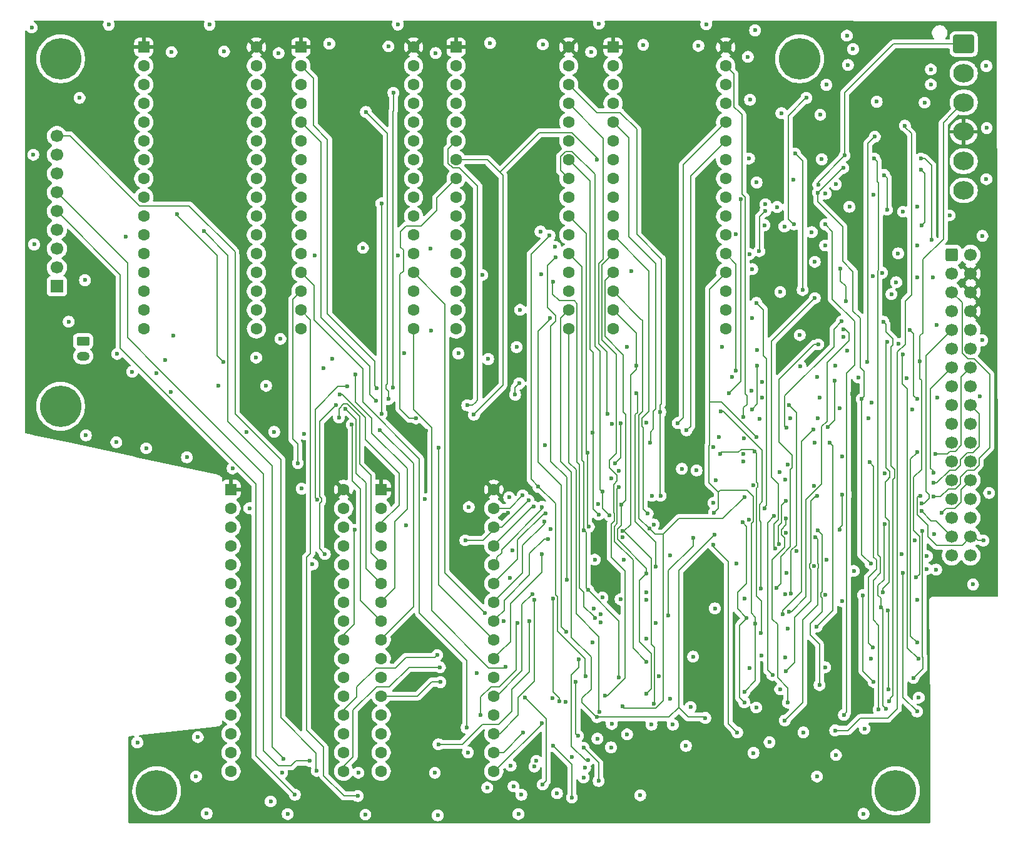
<source format=gbr>
%TF.GenerationSoftware,KiCad,Pcbnew,9.0.2*%
%TF.CreationDate,2026-02-14T11:32:14+01:00*%
%TF.ProjectId,turbokit_replica,74757262-6f6b-4697-945f-7265706c6963,0.1*%
%TF.SameCoordinates,Original*%
%TF.FileFunction,Copper,L2,Inr*%
%TF.FilePolarity,Positive*%
%FSLAX46Y46*%
G04 Gerber Fmt 4.6, Leading zero omitted, Abs format (unit mm)*
G04 Created by KiCad (PCBNEW 9.0.2) date 2026-02-14 11:32:14*
%MOMM*%
%LPD*%
G01*
G04 APERTURE LIST*
G04 Aperture macros list*
%AMRoundRect*
0 Rectangle with rounded corners*
0 $1 Rounding radius*
0 $2 $3 $4 $5 $6 $7 $8 $9 X,Y pos of 4 corners*
0 Add a 4 corners polygon primitive as box body*
4,1,4,$2,$3,$4,$5,$6,$7,$8,$9,$2,$3,0*
0 Add four circle primitives for the rounded corners*
1,1,$1+$1,$2,$3*
1,1,$1+$1,$4,$5*
1,1,$1+$1,$6,$7*
1,1,$1+$1,$8,$9*
0 Add four rect primitives between the rounded corners*
20,1,$1+$1,$2,$3,$4,$5,0*
20,1,$1+$1,$4,$5,$6,$7,0*
20,1,$1+$1,$6,$7,$8,$9,0*
20,1,$1+$1,$8,$9,$2,$3,0*%
G04 Aperture macros list end*
%TA.AperFunction,ComponentPad*%
%ADD10RoundRect,0.250000X-1.150000X0.980000X-1.150000X-0.980000X1.150000X-0.980000X1.150000X0.980000X0*%
%TD*%
%TA.AperFunction,ComponentPad*%
%ADD11O,2.800000X2.460000*%
%TD*%
%TA.AperFunction,ComponentPad*%
%ADD12C,1.600000*%
%TD*%
%TA.AperFunction,ComponentPad*%
%ADD13RoundRect,0.250000X-0.550000X-0.550000X0.550000X-0.550000X0.550000X0.550000X-0.550000X0.550000X0*%
%TD*%
%TA.AperFunction,ComponentPad*%
%ADD14R,1.700000X1.700000*%
%TD*%
%TA.AperFunction,ComponentPad*%
%ADD15C,1.700000*%
%TD*%
%TA.AperFunction,ComponentPad*%
%ADD16C,5.600000*%
%TD*%
%TA.AperFunction,ComponentPad*%
%ADD17RoundRect,0.250000X-0.625000X0.350000X-0.625000X-0.350000X0.625000X-0.350000X0.625000X0.350000X0*%
%TD*%
%TA.AperFunction,ComponentPad*%
%ADD18O,1.750000X1.200000*%
%TD*%
%TA.AperFunction,ComponentPad*%
%ADD19RoundRect,0.250000X-0.600000X-0.600000X0.600000X-0.600000X0.600000X0.600000X-0.600000X0.600000X0*%
%TD*%
%TA.AperFunction,ViaPad*%
%ADD20C,0.600000*%
%TD*%
%TA.AperFunction,Conductor*%
%ADD21C,0.200000*%
%TD*%
G04 APERTURE END LIST*
D10*
%TO.N,/~{CS}1E*%
%TO.C,J4*%
X198200000Y-44000000D03*
D11*
%TO.N,/RWOE*%
X198200000Y-47960000D03*
%TO.N,+VB*%
X198200000Y-51920000D03*
%TO.N,+5V*%
X198200000Y-55880000D03*
%TO.N,GND*%
X198200000Y-59840000D03*
%TO.N,/+BATT_IN*%
X198200000Y-63800000D03*
%TD*%
D12*
%TO.N,+5V*%
%TO.C,J1*%
X134620000Y-104241600D03*
%TO.N,/A18E*%
X134620000Y-106781600D03*
%TO.N,/A17E*%
X134620000Y-109321600D03*
%TO.N,/A14E*%
X134620000Y-111861600D03*
%TO.N,/A13E*%
X134620000Y-114401600D03*
%TO.N,/A8E*%
X134620000Y-116941600D03*
%TO.N,/A9E*%
X134620000Y-119481600D03*
%TO.N,/A11E*%
X134620000Y-122021600D03*
%TO.N,/~{CLDSE}*%
X134620000Y-124561600D03*
%TO.N,/A10E*%
X134620000Y-127101600D03*
%TO.N,GND*%
X134620000Y-129641600D03*
%TO.N,/D7E*%
X134620000Y-132181600D03*
%TO.N,/D6E*%
X134620000Y-134721600D03*
%TO.N,/D5E*%
X134620000Y-137261600D03*
%TO.N,/D4E*%
X134620000Y-139801600D03*
%TO.N,/D3E*%
X134620000Y-142341600D03*
%TO.N,GND*%
X119380000Y-142341600D03*
%TO.N,/D2E*%
X119380000Y-139801600D03*
%TO.N,/D1E*%
X119380000Y-137261600D03*
%TO.N,/D0E*%
X119380000Y-134721600D03*
%TO.N,/A0E*%
X119380000Y-132181600D03*
%TO.N,/A1E*%
X119380000Y-129641600D03*
%TO.N,/A2E*%
X119380000Y-127101600D03*
%TO.N,/A3E*%
X119380000Y-124561600D03*
%TO.N,/A4E*%
X119380000Y-122021600D03*
%TO.N,/A5E*%
X119380000Y-119481600D03*
%TO.N,/A6E*%
X119380000Y-116941600D03*
%TO.N,/A7E*%
X119380000Y-114401600D03*
%TO.N,/A12E*%
X119380000Y-111861600D03*
%TO.N,/A15E*%
X119380000Y-109321600D03*
%TO.N,/A16E*%
X119380000Y-106781600D03*
D13*
%TO.N,+5V*%
X119380000Y-104241600D03*
%TD*%
D14*
%TO.N,/~{RESET}*%
%TO.C,J3*%
X75500000Y-76770000D03*
D15*
%TO.N,/{slash}DTACK*%
X75500000Y-74230000D03*
%TO.N,/R~{W}E*%
X75500000Y-71690000D03*
%TO.N,+VB*%
X75500000Y-69150000D03*
%TO.N,/A20E*%
X75500000Y-66610000D03*
%TO.N,/A19E*%
X75500000Y-64070000D03*
%TO.N,/~{CS3}*%
X75500000Y-61530000D03*
%TO.N,/{slash}IRQ6*%
X75500000Y-58990000D03*
%TO.N,/~{CS0}E*%
X75500000Y-56450000D03*
%TD*%
D13*
%TO.N,+5V*%
%TO.C,U3*%
X108520000Y-44420000D03*
D12*
%TO.N,/A16*%
X108520000Y-46960000D03*
%TO.N,/A15 *%
X108520000Y-49500000D03*
%TO.N,/A12 *%
X108520000Y-52040000D03*
%TO.N,/A7 *%
X108520000Y-54580000D03*
%TO.N,/A6 *%
X108520000Y-57120000D03*
%TO.N,/A5 *%
X108520000Y-59660000D03*
%TO.N,/A4 *%
X108520000Y-62200000D03*
%TO.N,/A3 *%
X108520000Y-64740000D03*
%TO.N,/A2 *%
X108520000Y-67280000D03*
%TO.N,/A1 *%
X108520000Y-69820000D03*
%TO.N,/A0*%
X108520000Y-72360000D03*
%TO.N,/D8*%
X108520000Y-74900000D03*
%TO.N,/D9*%
X108520000Y-77440000D03*
%TO.N,/D10*%
X108520000Y-79980000D03*
%TO.N,GND*%
X108520000Y-82520000D03*
%TO.N,/D11*%
X123760000Y-82520000D03*
%TO.N,/D12*%
X123760000Y-79980000D03*
%TO.N,/D13*%
X123760000Y-77440000D03*
%TO.N,/D14*%
X123760000Y-74900000D03*
%TO.N,/D15*%
X123760000Y-72360000D03*
%TO.N,Net-(RN6-R3.2)*%
X123760000Y-69820000D03*
%TO.N,/A10 *%
X123760000Y-67280000D03*
%TO.N,Net-(RN6-R1.2)*%
X123760000Y-64740000D03*
%TO.N,/A11 *%
X123760000Y-62200000D03*
%TO.N,/A9 *%
X123760000Y-59660000D03*
%TO.N,/A8 *%
X123760000Y-57120000D03*
%TO.N,/A13*%
X123760000Y-54580000D03*
%TO.N,/A14*%
X123760000Y-52040000D03*
%TO.N,/A17 *%
X123760000Y-49500000D03*
%TO.N,/A18 *%
X123760000Y-46960000D03*
%TO.N,+5V*%
X123760000Y-44420000D03*
%TD*%
D16*
%TO.N,GND*%
%TO.C,H3*%
X189000000Y-145000000D03*
%TD*%
%TO.N,GND*%
%TO.C,H2*%
X176000000Y-46000000D03*
%TD*%
%TO.N,GND*%
%TO.C,H5*%
X76000000Y-93000000D03*
%TD*%
%TO.N,GND*%
%TO.C,H1*%
X76000000Y-46000000D03*
%TD*%
D13*
%TO.N,+5V*%
%TO.C,U2*%
X87260000Y-44420000D03*
D12*
%TO.N,/A16*%
X87260000Y-46960000D03*
%TO.N,/A15 *%
X87260000Y-49500000D03*
%TO.N,/A12 *%
X87260000Y-52040000D03*
%TO.N,/A7 *%
X87260000Y-54580000D03*
%TO.N,/A6 *%
X87260000Y-57120000D03*
%TO.N,/A5 *%
X87260000Y-59660000D03*
%TO.N,/A4 *%
X87260000Y-62200000D03*
%TO.N,/A3 *%
X87260000Y-64740000D03*
%TO.N,/A2 *%
X87260000Y-67280000D03*
%TO.N,/A1 *%
X87260000Y-69820000D03*
%TO.N,/A0*%
X87260000Y-72360000D03*
%TO.N,/D8*%
X87260000Y-74900000D03*
%TO.N,/D9*%
X87260000Y-77440000D03*
%TO.N,/D10*%
X87260000Y-79980000D03*
%TO.N,GND*%
X87260000Y-82520000D03*
%TO.N,/D11*%
X102500000Y-82520000D03*
%TO.N,/D12*%
X102500000Y-79980000D03*
%TO.N,/D13*%
X102500000Y-77440000D03*
%TO.N,/D14*%
X102500000Y-74900000D03*
%TO.N,/D15*%
X102500000Y-72360000D03*
%TO.N,Net-(RN6-R2.2)*%
X102500000Y-69820000D03*
%TO.N,/A10 *%
X102500000Y-67280000D03*
%TO.N,Net-(RN6-R1.2)*%
X102500000Y-64740000D03*
%TO.N,/A11 *%
X102500000Y-62200000D03*
%TO.N,/A9 *%
X102500000Y-59660000D03*
%TO.N,/A8 *%
X102500000Y-57120000D03*
%TO.N,/A13*%
X102500000Y-54580000D03*
%TO.N,/A14*%
X102500000Y-52040000D03*
%TO.N,/A17 *%
X102500000Y-49500000D03*
%TO.N,/A18 *%
X102500000Y-46960000D03*
%TO.N,+5V*%
X102500000Y-44420000D03*
%TD*%
D13*
%TO.N,+5V*%
%TO.C,J2*%
X99060000Y-104241600D03*
D12*
%TO.N,/A16E*%
X99060000Y-106781600D03*
%TO.N,/A15E*%
X99060000Y-109321600D03*
%TO.N,/A12E*%
X99060000Y-111861600D03*
%TO.N,/A7E*%
X99060000Y-114401600D03*
%TO.N,/A6E*%
X99060000Y-116941600D03*
%TO.N,/A5E*%
X99060000Y-119481600D03*
%TO.N,/A4E*%
X99060000Y-122021600D03*
%TO.N,/A3E*%
X99060000Y-124561600D03*
%TO.N,/A2E*%
X99060000Y-127101600D03*
%TO.N,/A1E*%
X99060000Y-129641600D03*
%TO.N,/A0E*%
X99060000Y-132181600D03*
%TO.N,/D8E*%
X99060000Y-134721600D03*
%TO.N,/D9E*%
X99060000Y-137261600D03*
%TO.N,/D10E*%
X99060000Y-139801600D03*
%TO.N,GND*%
X99060000Y-142341600D03*
%TO.N,/D11E*%
X114300000Y-142341600D03*
%TO.N,/D12E*%
X114300000Y-139801600D03*
%TO.N,/D13E*%
X114300000Y-137261600D03*
%TO.N,/D14E*%
X114300000Y-134721600D03*
%TO.N,/D15E*%
X114300000Y-132181600D03*
%TO.N,GND*%
X114300000Y-129641600D03*
%TO.N,/A10E*%
X114300000Y-127101600D03*
%TO.N,/~{CUDSE}*%
X114300000Y-124561600D03*
%TO.N,/A11E*%
X114300000Y-122021600D03*
%TO.N,/A9E*%
X114300000Y-119481600D03*
%TO.N,/A8E*%
X114300000Y-116941600D03*
%TO.N,/A13E*%
X114300000Y-114401600D03*
%TO.N,/A14E*%
X114300000Y-111861600D03*
%TO.N,/A17E*%
X114300000Y-109321600D03*
%TO.N,/A18E*%
X114300000Y-106781600D03*
%TO.N,+5V*%
X114300000Y-104241600D03*
%TD*%
D17*
%TO.N,/+BATT_IN*%
%TO.C,J5*%
X79050000Y-84200000D03*
D18*
%TO.N,GND*%
X79050000Y-86200000D03*
%TD*%
D16*
%TO.N,GND*%
%TO.C,H4*%
X89000000Y-145000000D03*
%TD*%
D19*
%TO.N,GND*%
%TO.C,J6*%
X196596000Y-72517000D03*
D15*
%TO.N,/R~{W}*%
X199136000Y-72517000D03*
%TO.N,/~{CS}*%
X196596000Y-75057000D03*
%TO.N,+5V*%
X199136000Y-75057000D03*
%TO.N,/A4 *%
X196596000Y-77597000D03*
%TO.N,+5V*%
X199136000Y-77597000D03*
%TO.N,/A0*%
X196596000Y-80137000D03*
%TO.N,+5V*%
X199136000Y-80137000D03*
%TO.N,/A1 *%
X196596000Y-82677000D03*
%TO.N,Net-(J6-Pin_10)*%
X199136000Y-82677000D03*
%TO.N,/A2 *%
X196596000Y-85217000D03*
%TO.N,/~{RESET}*%
X199136000Y-85217000D03*
%TO.N,/A3 *%
X196596000Y-87757000D03*
%TO.N,/A5 *%
X199136000Y-87757000D03*
%TO.N,GND*%
X196596000Y-90297000D03*
X199136000Y-90297000D03*
%TO.N,/D0*%
X196596000Y-92837000D03*
%TO.N,/D1*%
X199136000Y-92837000D03*
%TO.N,/D2*%
X196596000Y-95377000D03*
%TO.N,/D3*%
X199136000Y-95377000D03*
%TO.N,/D4*%
X196596000Y-97917000D03*
%TO.N,/D5*%
X199136000Y-97917000D03*
%TO.N,/D6*%
X196596000Y-100457000D03*
%TO.N,/D7*%
X199136000Y-100457000D03*
%TO.N,/D8*%
X196596000Y-102997000D03*
%TO.N,/D9*%
X199136000Y-102997000D03*
%TO.N,/D10*%
X196596000Y-105537000D03*
%TO.N,/D11*%
X199136000Y-105537000D03*
%TO.N,/D12*%
X196596000Y-108077000D03*
%TO.N,/D13*%
X199136000Y-108077000D03*
%TO.N,/D14*%
X196596000Y-110617000D03*
%TO.N,/D15*%
X199136000Y-110617000D03*
%TO.N,GND*%
X196596000Y-113157000D03*
X199136000Y-113157000D03*
%TD*%
D13*
%TO.N,+5V*%
%TO.C,U5*%
X150760000Y-44420000D03*
D12*
%TO.N,/A16*%
X150760000Y-46960000D03*
%TO.N,/A15 *%
X150760000Y-49500000D03*
%TO.N,/A12 *%
X150760000Y-52040000D03*
%TO.N,/A7 *%
X150760000Y-54580000D03*
%TO.N,/A6 *%
X150760000Y-57120000D03*
%TO.N,/A5 *%
X150760000Y-59660000D03*
%TO.N,/A4 *%
X150760000Y-62200000D03*
%TO.N,/A3 *%
X150760000Y-64740000D03*
%TO.N,/A2 *%
X150760000Y-67280000D03*
%TO.N,/A1 *%
X150760000Y-69820000D03*
%TO.N,/A0*%
X150760000Y-72360000D03*
%TO.N,/D0*%
X150760000Y-74900000D03*
%TO.N,/D1*%
X150760000Y-77440000D03*
%TO.N,/D2*%
X150760000Y-79980000D03*
%TO.N,GND*%
X150760000Y-82520000D03*
%TO.N,/D3*%
X166000000Y-82520000D03*
%TO.N,/D4*%
X166000000Y-79980000D03*
%TO.N,/D5*%
X166000000Y-77440000D03*
%TO.N,/D6*%
X166000000Y-74900000D03*
%TO.N,/D7*%
X166000000Y-72360000D03*
%TO.N,Net-(RN6-R3.2)*%
X166000000Y-69820000D03*
%TO.N,/A10 *%
X166000000Y-67280000D03*
%TO.N,Net-(RN6-R1.2)*%
X166000000Y-64740000D03*
%TO.N,/A11 *%
X166000000Y-62200000D03*
%TO.N,/A9 *%
X166000000Y-59660000D03*
%TO.N,/A8 *%
X166000000Y-57120000D03*
%TO.N,/A13*%
X166000000Y-54580000D03*
%TO.N,/A14*%
X166000000Y-52040000D03*
%TO.N,/A17 *%
X166000000Y-49500000D03*
%TO.N,/A18 *%
X166000000Y-46960000D03*
%TO.N,+5V*%
X166000000Y-44420000D03*
%TD*%
D13*
%TO.N,+5V*%
%TO.C,U4*%
X129520000Y-44420000D03*
D12*
%TO.N,/A16*%
X129520000Y-46960000D03*
%TO.N,/A15 *%
X129520000Y-49500000D03*
%TO.N,/A12 *%
X129520000Y-52040000D03*
%TO.N,/A7 *%
X129520000Y-54580000D03*
%TO.N,/A6 *%
X129520000Y-57120000D03*
%TO.N,/A5 *%
X129520000Y-59660000D03*
%TO.N,/A4 *%
X129520000Y-62200000D03*
%TO.N,/A3 *%
X129520000Y-64740000D03*
%TO.N,/A2 *%
X129520000Y-67280000D03*
%TO.N,/A1 *%
X129520000Y-69820000D03*
%TO.N,/A0*%
X129520000Y-72360000D03*
%TO.N,/D0*%
X129520000Y-74900000D03*
%TO.N,/D1*%
X129520000Y-77440000D03*
%TO.N,/D2*%
X129520000Y-79980000D03*
%TO.N,GND*%
X129520000Y-82520000D03*
%TO.N,/D3*%
X144760000Y-82520000D03*
%TO.N,/D4*%
X144760000Y-79980000D03*
%TO.N,/D5*%
X144760000Y-77440000D03*
%TO.N,/D6*%
X144760000Y-74900000D03*
%TO.N,/D7*%
X144760000Y-72360000D03*
%TO.N,Net-(RN6-R2.2)*%
X144760000Y-69820000D03*
%TO.N,/A10 *%
X144760000Y-67280000D03*
%TO.N,Net-(RN6-R1.2)*%
X144760000Y-64740000D03*
%TO.N,/A11 *%
X144760000Y-62200000D03*
%TO.N,/A9 *%
X144760000Y-59660000D03*
%TO.N,/A8 *%
X144760000Y-57120000D03*
%TO.N,/A13*%
X144760000Y-54580000D03*
%TO.N,/A14*%
X144760000Y-52040000D03*
%TO.N,/A17 *%
X144760000Y-49500000D03*
%TO.N,/A18 *%
X144760000Y-46960000D03*
%TO.N,+5V*%
X144760000Y-44420000D03*
%TD*%
D20*
%TO.N,+5V*%
X122097800Y-134645400D03*
X126339600Y-134112000D03*
X124587000Y-137033000D03*
%TO.N,+VB*%
X192285000Y-86893400D03*
%TO.N,+5V*%
X123596400Y-124333000D03*
X131216400Y-115112800D03*
%TO.N,GND*%
X84836000Y-70104000D03*
%TO.N,+5V*%
X191389000Y-45593000D03*
X192862200Y-42037000D03*
X162991800Y-113817400D03*
X155651200Y-64922400D03*
X89560400Y-93091000D03*
%TO.N,GND*%
X77089000Y-81559400D03*
%TO.N,/A19*%
X181914800Y-60756800D03*
%TO.N,+5V*%
X80264000Y-42011600D03*
X72618600Y-48424557D03*
X81330800Y-57912000D03*
X84937600Y-61417200D03*
X89712800Y-63804800D03*
X94691200Y-62179200D03*
X116128800Y-49326800D03*
X116636800Y-61061600D03*
X116535200Y-67208400D03*
X117500400Y-83007200D03*
X116281200Y-75031600D03*
%TO.N,GND*%
X181406800Y-93268800D03*
X174701200Y-94640400D03*
X170586400Y-94691200D03*
X185877200Y-75438000D03*
X194564000Y-81991200D03*
X194665600Y-91795600D03*
X182473600Y-85496400D03*
X176022000Y-83362800D03*
X170281600Y-85394800D03*
X169570400Y-81076800D03*
%TO.N,+5V*%
X137668000Y-74574400D03*
X137312400Y-64719200D03*
X138328400Y-60452000D03*
X137820400Y-82346800D03*
X131114800Y-84683600D03*
X131318000Y-75234800D03*
X131216400Y-64719200D03*
%TO.N,/A5 *%
X131927600Y-94132400D03*
%TO.N,/D15*%
X200863200Y-111150400D03*
%TO.N,GND*%
X176123600Y-87630000D03*
%TO.N,+5V*%
X155397200Y-140919200D03*
X150114000Y-117602000D03*
X147828000Y-145618200D03*
X163296600Y-145745200D03*
X176022000Y-144627600D03*
X136550400Y-107391200D03*
X125476000Y-96316800D03*
X132994400Y-96570800D03*
X135585200Y-99314000D03*
X183083200Y-91338400D03*
X160274000Y-106832400D03*
X157124400Y-54356000D03*
X159054800Y-69748400D03*
X159054800Y-79603600D03*
X159054800Y-85445600D03*
X159156400Y-91998800D03*
X183337200Y-108530000D03*
X183388000Y-110490000D03*
X183896000Y-130860800D03*
X101244400Y-141732000D03*
X107492800Y-121716800D03*
X107594400Y-133908800D03*
X157327600Y-106781600D03*
X99974400Y-46634400D03*
X100076000Y-67106800D03*
X89763600Y-55880000D03*
X89458800Y-46736000D03*
X120853200Y-47853600D03*
X132232400Y-50241200D03*
X131876800Y-46786800D03*
X142443200Y-47193200D03*
X163728400Y-46482000D03*
X153416000Y-50088800D03*
X163423600Y-54559200D03*
X159105600Y-59639200D03*
X162407600Y-91948000D03*
X162560000Y-89154000D03*
X162509200Y-82194400D03*
X163322000Y-74066400D03*
X163880800Y-62077600D03*
X102819200Y-92608400D03*
X100431600Y-72186800D03*
X133604000Y-84734400D03*
X129336800Y-94589600D03*
X129540000Y-101346000D03*
X137718800Y-94335600D03*
X136753600Y-100533200D03*
X107594400Y-111506000D03*
X107594400Y-107492800D03*
X113944400Y-99517200D03*
X118211600Y-101041200D03*
X131419600Y-108813600D03*
X117043200Y-135077200D03*
X121564400Y-142646400D03*
X129438400Y-137363200D03*
X121412000Y-133146800D03*
X129641600Y-131775200D03*
X131521200Y-142544800D03*
X138379200Y-140157200D03*
X140309600Y-139446000D03*
X140157200Y-145491200D03*
X152958800Y-139090400D03*
X147218400Y-136296400D03*
X164592000Y-131673600D03*
X161239200Y-136296400D03*
X175920400Y-140919200D03*
X179730400Y-133350000D03*
X187198000Y-139293600D03*
X193141600Y-130581400D03*
X196494400Y-116484400D03*
X201447400Y-115544600D03*
X201574400Y-101752400D03*
X201574400Y-74574400D03*
X197764400Y-70002400D03*
X188874400Y-80772000D03*
X177800000Y-81280000D03*
X174142400Y-85750400D03*
X172567600Y-82296000D03*
X170942000Y-76758800D03*
X169824400Y-61163200D03*
X171907200Y-49022000D03*
X153466800Y-42113200D03*
X142138400Y-42011600D03*
X131775200Y-41910000D03*
X109931200Y-42011600D03*
X111760000Y-47650400D03*
X119532400Y-51308000D03*
X126949200Y-58064400D03*
X126542800Y-50292000D03*
X142544800Y-65227200D03*
X142036800Y-59029600D03*
X142544800Y-53898800D03*
X132994400Y-52781200D03*
X133096000Y-57251600D03*
X134112000Y-64719200D03*
X134061200Y-78079600D03*
X125730000Y-64668400D03*
X94742000Y-56642000D03*
X73456800Y-51917600D03*
X81940400Y-44653200D03*
%TO.N,GND*%
X125323600Y-105562400D03*
X136702800Y-105308400D03*
X137718800Y-84988400D03*
X152603200Y-84988400D03*
X165506400Y-84988400D03*
X180898800Y-62992000D03*
X186436000Y-51816000D03*
X193751200Y-49479200D03*
X179628800Y-49530000D03*
X148844000Y-41249600D03*
X163372800Y-41325800D03*
X82524600Y-41402000D03*
X96164400Y-41402000D03*
X121640600Y-41376600D03*
X169976800Y-42164000D03*
X193751200Y-47447200D03*
X201269600Y-62280800D03*
X170129200Y-133731000D03*
X161239200Y-133680200D03*
X85699600Y-88315800D03*
X97307400Y-90220800D03*
X103809800Y-90220800D03*
X122478800Y-85826600D03*
X129819400Y-85852000D03*
X126111000Y-82727800D03*
X138176000Y-79959200D03*
X94335600Y-143052800D03*
X95758000Y-148056600D03*
X86385400Y-138455400D03*
X94564200Y-137718800D03*
X126644400Y-142570200D03*
X116281200Y-142544800D03*
X105968800Y-142544800D03*
X104419400Y-146431000D03*
X106730800Y-148132800D03*
X117246400Y-148209000D03*
X127025400Y-148310600D03*
X137947400Y-148132800D03*
X138353800Y-145516600D03*
X154432000Y-145592800D03*
X178358800Y-143052800D03*
X180924200Y-140157200D03*
X185674000Y-127152400D03*
X192125600Y-132384800D03*
X184810400Y-136601200D03*
X184658000Y-148107400D03*
X171932600Y-138430000D03*
X158851600Y-136042400D03*
X149326600Y-118872000D03*
X136829800Y-116230400D03*
X148285200Y-113741200D03*
X152247600Y-113792000D03*
X158445200Y-113182400D03*
X191262000Y-93472000D03*
X185318400Y-94640400D03*
X200710800Y-84074000D03*
X200355200Y-91643200D03*
X201650600Y-104724200D03*
X199466200Y-117094000D03*
X183337200Y-115265200D03*
X179679600Y-113741200D03*
X170942000Y-89738200D03*
X183946800Y-89103200D03*
X178714400Y-91795600D03*
X178409600Y-89052400D03*
X173380400Y-77546200D03*
X169595800Y-74447400D03*
X178054000Y-73456800D03*
X177647600Y-69443600D03*
%TO.N,+5V*%
X184277000Y-71374000D03*
%TO.N,GND*%
X188417200Y-77825600D03*
X191922400Y-75539600D03*
X194005200Y-75565000D03*
X196291200Y-67183000D03*
X200736200Y-69951600D03*
X201320400Y-55372000D03*
X201269600Y-46990000D03*
X173532800Y-53365400D03*
X175158400Y-62331600D03*
X169164000Y-59486800D03*
X169291000Y-51536600D03*
X182549800Y-46837600D03*
X182397400Y-42875200D03*
X162306000Y-44246800D03*
X154838400Y-44119800D03*
%TO.N,+5V*%
X147750000Y-43875000D03*
%TO.N,GND*%
X141249400Y-44069000D03*
X134112000Y-43865800D03*
X120370600Y-44323000D03*
X112369600Y-43967400D03*
X98120200Y-45008800D03*
X91008200Y-45085000D03*
X78562200Y-51282600D03*
X72085200Y-41783000D03*
X72313800Y-58978800D03*
X72415400Y-71120000D03*
X79298800Y-75946000D03*
X91211400Y-83413600D03*
X105740200Y-83870800D03*
X102463600Y-86410800D03*
X90119200Y-86766400D03*
X83667600Y-85902800D03*
X108610400Y-104140000D03*
X99263200Y-101396800D03*
X93091000Y-99898200D03*
X87579200Y-98679000D03*
X83540600Y-97866200D03*
X79425800Y-96926400D03*
%TO.N,/A16E*%
X110693200Y-105664000D03*
%TO.N,/A12E*%
X111760000Y-112979000D03*
%TO.N,/D8*%
X181457600Y-109728000D03*
%TO.N,/A19*%
X174193200Y-115570000D03*
%TO.N,/A1 *%
X158445200Y-132537200D03*
%TO.N,/D3*%
X152654000Y-137363200D03*
%TO.N,/A0*%
X116916200Y-71577200D03*
%TO.N,Net-(RN6-R2.2)*%
X110388400Y-72618600D03*
X121615200Y-72618600D03*
X133045200Y-75234800D03*
X140995400Y-75184000D03*
%TO.N,/D4E*%
X138607800Y-137134600D03*
%TO.N,/A5 *%
X148560000Y-59660000D03*
%TO.N,/A1 *%
X140931900Y-69354700D03*
%TO.N,/A2E*%
X132334000Y-129103035D03*
%TO.N,/A0E*%
X127406400Y-130302000D03*
%TO.N,/~{CUDSE}*%
X137160000Y-112522000D03*
X122732800Y-109118400D03*
%TO.N,/A7E*%
X110083600Y-114376200D03*
%TO.N,/D6*%
X149072600Y-122248107D03*
X170032000Y-122402600D03*
%TO.N,/D5*%
X168825965Y-121622435D03*
X149047200Y-121132600D03*
%TO.N,/A16*%
X169545000Y-93421200D03*
X170264015Y-87520585D03*
X185775600Y-92532200D03*
%TO.N,Net-(J6-Pin_10)*%
X189077600Y-76225400D03*
%TO.N,/D13*%
X194487800Y-115087400D03*
%TO.N,/D15*%
X192328800Y-105079800D03*
%TO.N,/A5 *%
X181762400Y-99745800D03*
%TO.N,/A18E*%
X138531600Y-105054400D03*
%TO.N,/A17E*%
X139319000Y-105740200D03*
%TO.N,/A4 *%
X162052000Y-101674000D03*
%TO.N,+VB*%
X177927000Y-114630000D03*
%TO.N,/~{CS0}E*%
X136906000Y-141605000D03*
X110642400Y-142290800D03*
%TO.N,/D9E*%
X137287000Y-144399000D03*
%TO.N,/~{WE1}*%
X181709000Y-81500800D03*
X174212000Y-95896500D03*
%TO.N,/~{OE1}*%
X181945000Y-83631100D03*
X173260000Y-101919000D03*
%TO.N,/~{OE3}*%
X187558000Y-102092000D03*
X189361000Y-84552800D03*
%TO.N,/~{WE3}*%
X191884000Y-92006600D03*
X190935000Y-82680200D03*
%TO.N,/~{WE2}*%
X181915000Y-82595400D03*
X174550000Y-120746000D03*
%TO.N,/~{OE2}*%
X178536000Y-84622700D03*
X172910000Y-117525000D03*
X170845000Y-126676000D03*
%TO.N,/~{OE4}*%
X189955165Y-86018365D03*
X192089000Y-127150000D03*
%TO.N,/~{WE4}*%
X187265000Y-118148000D03*
X187816000Y-84322300D03*
%TO.N,/~{SCS}*%
X156956000Y-129514000D03*
X145732000Y-130275000D03*
X172326000Y-129339000D03*
X172560000Y-107837000D03*
X145999200Y-137566400D03*
%TO.N,/~{CUDS}*%
X172727000Y-112261000D03*
X142283000Y-109641000D03*
X178063993Y-78368993D03*
%TO.N,/~{CLDS}*%
X176395000Y-77264900D03*
X133858000Y-86614000D03*
X175400000Y-58800000D03*
%TO.N,/~{SSCS}*%
X190246000Y-55041800D03*
X180800000Y-136825000D03*
X148801900Y-143652300D03*
X146761200Y-139159400D03*
%TO.N,/~{CS0}*%
X182000000Y-134725000D03*
X179495000Y-68396700D03*
X172955000Y-66044000D03*
X169754600Y-139870400D03*
X145189800Y-140437800D03*
X160613500Y-138917700D03*
%TO.N,/R~{W}*%
X188106000Y-132846000D03*
X179517000Y-64236800D03*
X187319000Y-81555800D03*
X148642250Y-137931600D03*
X187180000Y-74933500D03*
%TO.N,/~{CS}*%
X191962000Y-66040000D03*
%TO.N,/~{CS}1E*%
X182095000Y-59094800D03*
X178534000Y-63028600D03*
%TO.N,/R~{W}E*%
X106172000Y-140671752D03*
X95402400Y-69342000D03*
X140103541Y-141714029D03*
%TO.N,/~{RESET}*%
X185187000Y-87019100D03*
X186174000Y-56532000D03*
%TO.N,/~{CS3}*%
X189992000Y-66675000D03*
%TO.N,/~{CUDSE}*%
X115824000Y-109728000D03*
%TO.N,/~{CLDSE}*%
X127172223Y-98633776D03*
%TO.N,/INV_IN*%
X193860000Y-70511300D03*
X189338000Y-72318600D03*
X192405000Y-59497800D03*
%TO.N,Net-(R5-Pad2)*%
X179000000Y-59600000D03*
X187466000Y-61725600D03*
X187833000Y-66421000D03*
%TO.N,Net-(U1-Pad8)*%
X185966000Y-64379800D03*
X170190000Y-62732900D03*
%TO.N,/INV_OUT*%
X192400000Y-61000000D03*
X192487000Y-68507000D03*
%TO.N,Net-(RN6-R2.2)*%
X153210000Y-74680000D03*
X171250000Y-68500000D03*
X169214000Y-72420000D03*
%TO.N,Net-(RN6-R3.2)*%
X167388000Y-69684200D03*
X126022000Y-71670600D03*
X173937000Y-68678300D03*
%TO.N,Net-(RN6-R1.1)*%
X171376000Y-66571800D03*
X170541000Y-72018100D03*
%TO.N,/A19*%
X153934000Y-91251700D03*
X185615000Y-114262000D03*
X178458000Y-64113500D03*
X156550000Y-114655600D03*
X184424235Y-92029365D03*
X146126200Y-127203200D03*
X147377000Y-140857700D03*
%TO.N,/D10*%
X178161000Y-110706000D03*
X116205000Y-145704000D03*
X174000000Y-135475000D03*
X146761200Y-143196700D03*
%TO.N,/D8*%
X130939473Y-136461000D03*
X181789000Y-104948000D03*
X178493000Y-109750000D03*
X178699000Y-130689000D03*
X142619300Y-138906500D03*
X145184800Y-145904900D03*
%TO.N,/D9*%
X174432000Y-133061000D03*
X169117000Y-108369000D03*
X174165000Y-108173000D03*
X195212000Y-107383000D03*
X108102400Y-100685600D03*
X150478500Y-139117900D03*
%TO.N,/A20*%
X186675000Y-134025000D03*
X186112000Y-59497800D03*
X146976900Y-141836700D03*
%TO.N,/D6*%
X168526000Y-131596000D03*
X164422000Y-107369000D03*
X170126000Y-97192100D03*
%TO.N,/D11*%
X189992000Y-115498000D03*
X191622000Y-111093000D03*
X147940000Y-124900000D03*
X136245600Y-128250000D03*
X191892000Y-134268000D03*
%TO.N,/D5*%
X171292000Y-106800000D03*
X168512000Y-133013000D03*
X168271000Y-108670000D03*
X170161000Y-79002500D03*
%TO.N,/D7*%
X167398000Y-88201800D03*
X147397000Y-117844000D03*
X146836000Y-109770000D03*
X164342000Y-106044000D03*
X151577000Y-129673000D03*
%TO.N,/D13*%
X187527000Y-108934000D03*
X187670000Y-133915000D03*
X148346000Y-121604000D03*
X187031000Y-120166000D03*
X142621000Y-76170000D03*
%TO.N,/D15*%
X184592000Y-118540000D03*
X186029000Y-130268000D03*
X142972000Y-72821100D03*
X144520000Y-116459000D03*
%TO.N,/D14*%
X133458000Y-120916000D03*
X188057000Y-131254000D03*
X148164000Y-120385000D03*
X187901000Y-120584000D03*
X192489799Y-107183219D03*
%TO.N,/D12*%
X142240000Y-81102500D03*
X144431000Y-123515000D03*
X191412000Y-129718000D03*
X192625000Y-109830000D03*
%TO.N,/A1 *%
X173206000Y-111605000D03*
X173370000Y-131269000D03*
X174165000Y-105784000D03*
X155439000Y-107493000D03*
X192489800Y-106121200D03*
%TO.N,/D4*%
X148586000Y-135027000D03*
X194193000Y-110252000D03*
X163246000Y-135135000D03*
X174165000Y-110141000D03*
X164477000Y-110373000D03*
%TO.N,/D1*%
X168552000Y-105257000D03*
X194097200Y-103363000D03*
X155658000Y-109542000D03*
X152007000Y-133598000D03*
%TO.N,/D0*%
X151884000Y-106287000D03*
X155270200Y-115646200D03*
X155236000Y-131864000D03*
X193226000Y-113259176D03*
%TO.N,/A0*%
X181532000Y-74412900D03*
X149684000Y-132094000D03*
X182240000Y-78789400D03*
X142930000Y-71424800D03*
%TO.N,/A2 *%
X156032000Y-105102000D03*
X147023400Y-129506400D03*
X178375000Y-105140000D03*
X179776000Y-95819800D03*
X140634000Y-103884000D03*
X174177000Y-128816000D03*
X142163800Y-69900800D03*
X180746400Y-89535000D03*
%TO.N,/D3*%
X164341000Y-111725000D03*
X193226000Y-114985800D03*
X167556000Y-137088000D03*
X148949000Y-134314000D03*
X150571200Y-135940800D03*
%TO.N,/D2*%
X156273000Y-133220000D03*
X152056000Y-109874000D03*
X153878000Y-87503000D03*
%TO.N,/A11 *%
X150302000Y-107764000D03*
X169195000Y-128360000D03*
X177976000Y-103720000D03*
X169698000Y-103639000D03*
X179450000Y-128298000D03*
X149338000Y-104499000D03*
%TO.N,/A17 *%
X174605000Y-92869000D03*
X157140000Y-93771300D03*
X174843000Y-118311000D03*
X157170000Y-105100000D03*
X155239000Y-118126000D03*
X170951600Y-91821000D03*
%TO.N,/A8 *%
X160687000Y-96256600D03*
X156251000Y-108979000D03*
X158242000Y-121247000D03*
X173713000Y-121090000D03*
X177896000Y-96166500D03*
X161586000Y-110807000D03*
%TO.N,/A18 *%
X150554000Y-102751000D03*
X191904000Y-119152000D03*
X168522000Y-119007000D03*
X168387000Y-94482800D03*
X164668200Y-102971600D03*
%TO.N,/A10 *%
X147480000Y-109280000D03*
X168375000Y-99432700D03*
X147321000Y-99312500D03*
X191897000Y-99212400D03*
X191893000Y-124961000D03*
%TO.N,/A13*%
X181763000Y-119353000D03*
X151760000Y-119095000D03*
X151830000Y-95255300D03*
X159500000Y-95280000D03*
X151030000Y-100695000D03*
%TO.N,/A9 *%
X148795000Y-107633000D03*
X147980000Y-96595000D03*
X164533000Y-120320000D03*
X164333000Y-98542700D03*
%TO.N,/A14*%
X178301000Y-122810000D03*
X165124000Y-97192100D03*
X168479000Y-97306000D03*
X180042000Y-97909200D03*
X178041000Y-97907800D03*
X150048000Y-93995400D03*
X148713000Y-106228000D03*
%TO.N,/A12 *%
X185487000Y-100580000D03*
X185917000Y-125640000D03*
X120370600Y-92024200D03*
X160070800Y-101447600D03*
X117307000Y-53186500D03*
%TO.N,/A16*%
X118787000Y-90516300D03*
X165353000Y-93650500D03*
X170743000Y-117606000D03*
%TO.N,/A6 *%
X169948000Y-99075100D03*
X131013200Y-92862400D03*
X141539000Y-98267900D03*
X170780000Y-123637000D03*
X165266000Y-99410300D03*
%TO.N,/A15 *%
X155249000Y-95172800D03*
X121031000Y-50601700D03*
X155289000Y-119198000D03*
X120978850Y-90474800D03*
X179505000Y-118459000D03*
X178490000Y-94625800D03*
X174041000Y-118411000D03*
X150622000Y-95398475D03*
%TO.N,/A4 *%
X124071835Y-94622165D03*
X174073000Y-126977000D03*
X194106800Y-105206800D03*
X161586000Y-126843000D03*
%TO.N,/A7 *%
X118663000Y-92270000D03*
X155796000Y-97907700D03*
X156552000Y-122289000D03*
X174430000Y-123100000D03*
%TO.N,/A5 *%
X174363000Y-100891500D03*
X194335400Y-99441000D03*
X151551000Y-101700000D03*
X168387000Y-100437000D03*
X155294000Y-124438000D03*
%TO.N,/A3 *%
X174068000Y-102946000D03*
X119408000Y-65569000D03*
X194097200Y-102006400D03*
X155288000Y-127546000D03*
X119406000Y-94002900D03*
X151564000Y-103889000D03*
%TO.N,/RWOE*%
X175229000Y-68396700D03*
X176911000Y-51308000D03*
%TO.N,/A20E*%
X107696000Y-145516600D03*
X143173700Y-145333600D03*
%TO.N,/A19E*%
X109728000Y-140963500D03*
X140380500Y-140963500D03*
%TO.N,/D14E*%
X126974600Y-126619000D03*
%TO.N,/D11E*%
X127330200Y-128278623D03*
%TO.N,/D12E*%
X127125000Y-138699000D03*
X139429000Y-122080000D03*
%TO.N,/D15E*%
X135926000Y-122013000D03*
%TO.N,/D10E*%
X133731000Y-144561000D03*
%TO.N,/D13E*%
X137851000Y-122285000D03*
X132866000Y-134727000D03*
%TO.N,/D8E*%
X138822000Y-132363000D03*
X141224000Y-144145000D03*
%TO.N,/D7E*%
X139810000Y-118365000D03*
%TO.N,/A14E*%
X140030200Y-106578400D03*
%TO.N,/D1E*%
X144351000Y-133001000D03*
%TO.N,/A10E*%
X141095000Y-112994000D03*
%TO.N,/D0E*%
X142577000Y-132457000D03*
%TO.N,/A5E*%
X115891000Y-88670500D03*
%TO.N,/A7E*%
X113668000Y-94496200D03*
%TO.N,/D3E*%
X141132000Y-135839200D03*
%TO.N,/D6E*%
X142606000Y-118967000D03*
X143474000Y-132870000D03*
%TO.N,/A4E*%
X115389000Y-95468600D03*
%TO.N,/A12E*%
X113257000Y-92830900D03*
%TO.N,/A3E*%
X119201000Y-96204400D03*
%TO.N,/A15E*%
X113744000Y-91426200D03*
%TO.N,/D2E*%
X131125000Y-139800000D03*
%TO.N,/D5E*%
X140135000Y-119168000D03*
%TO.N,/A17E*%
X130759200Y-111128500D03*
%TO.N,/A13E*%
X141147800Y-106600000D03*
%TO.N,/A9E*%
X141427200Y-108559600D03*
%TO.N,/A16E*%
X114820000Y-90320600D03*
%TO.N,/A6E*%
X114561000Y-93321000D03*
%TO.N,/A11E*%
X141971000Y-110951000D03*
%TO.N,/A8E*%
X141630400Y-107484493D03*
%TO.N,/+BATT_IN*%
X137514000Y-91436800D03*
X89000000Y-88520000D03*
X168010000Y-64951200D03*
X166458000Y-91251700D03*
X138057000Y-89914000D03*
%TO.N,+VB*%
X97990100Y-86995000D03*
X191782000Y-116146000D03*
X166822000Y-89051500D03*
X91750000Y-67025000D03*
X111587000Y-87880200D03*
%TO.N,GND*%
X126750000Y-45229300D03*
X176510000Y-137103000D03*
X182737000Y-66024900D03*
X167462200Y-114274600D03*
X179451000Y-71247000D03*
X192913000Y-51943000D03*
X190497000Y-89159200D03*
X155956000Y-136042400D03*
X112784000Y-86580200D03*
X189830000Y-113030000D03*
X175588000Y-112599000D03*
X169494200Y-90932000D03*
X131248000Y-106634000D03*
X108919000Y-96741200D03*
X101543000Y-106794000D03*
X104897000Y-96450000D03*
X101180000Y-96450000D03*
X171370000Y-65681800D03*
X169000000Y-45750000D03*
X183235600Y-44704000D03*
X178795000Y-53565200D03*
X105500000Y-45248700D03*
X180852000Y-87490900D03*
X147796000Y-45088400D03*
X90936600Y-91088400D03*
X191897000Y-71247000D03*
X152044400Y-110720000D03*
%TD*%
D21*
%TO.N,/A4E*%
X115389000Y-95468600D02*
X115443000Y-95522600D01*
X116586000Y-119278000D02*
X118798000Y-121490000D01*
X115443000Y-95522600D02*
X115443000Y-103047800D01*
X115443000Y-103047800D02*
X116586000Y-104190800D01*
X116586000Y-104190800D02*
X116586000Y-119278000D01*
%TO.N,/A6E*%
X114561000Y-93321000D02*
X115999000Y-94759000D01*
X115999000Y-94759000D02*
X115999000Y-102029000D01*
X117297200Y-114909200D02*
X118530000Y-116142000D01*
X115999000Y-102029000D02*
X117297200Y-103327200D01*
X117297200Y-103327200D02*
X117297200Y-114909200D01*
%TO.N,/A7E*%
X118008400Y-102362000D02*
X118008400Y-112839400D01*
X119329000Y-114160000D02*
X119329000Y-114281000D01*
X116475000Y-94368700D02*
X116475000Y-100828600D01*
X115767000Y-93660700D02*
X116475000Y-94368700D01*
X116475000Y-100828600D02*
X118008400Y-102362000D01*
X118008400Y-112839400D02*
X119329000Y-114160000D01*
%TO.N,/R~{W}E*%
X95402400Y-69342000D02*
X98622400Y-72562000D01*
X98622400Y-95022400D02*
X104648000Y-101048000D01*
X98622400Y-72562000D02*
X98622400Y-95022400D01*
X104648000Y-101048000D02*
X104648000Y-139090400D01*
X104648000Y-139090400D02*
X106172000Y-140614400D01*
X106172000Y-140614400D02*
X106172000Y-140671752D01*
%TO.N,/A19E*%
X75500000Y-64070000D02*
X85042200Y-73612200D01*
X89239800Y-87919000D02*
X89248943Y-87919000D01*
X89601000Y-88271057D02*
X89601000Y-88280200D01*
X89248943Y-87919000D02*
X89601000Y-88271057D01*
X103479600Y-102158800D02*
X103479600Y-139598400D01*
X85042200Y-73612200D02*
X85042200Y-83721400D01*
X105486200Y-141605000D02*
X107181500Y-141605000D01*
X85042200Y-83721400D02*
X89239800Y-87919000D01*
X107181500Y-141605000D02*
X107823000Y-140963500D01*
X89601000Y-88280200D02*
X103479600Y-102158800D01*
X107823000Y-140963500D02*
X109728000Y-140963500D01*
X103479600Y-139598400D02*
X105486200Y-141605000D01*
%TO.N,/A20E*%
X107696000Y-145516600D02*
X102412800Y-140233400D01*
X102412800Y-103479600D02*
X84075000Y-85141800D01*
X84075000Y-85141800D02*
X84075000Y-75185000D01*
X102412800Y-140233400D02*
X102412800Y-103479600D01*
X84075000Y-75185000D02*
X75500000Y-66610000D01*
%TO.N,/D7E*%
X134569300Y-132181600D02*
X135026400Y-132181600D01*
X135026400Y-132181600D02*
X138452000Y-128756000D01*
X138452000Y-128756000D02*
X138452000Y-119723000D01*
X138452000Y-119723000D02*
X139810000Y-118365000D01*
%TO.N,/A13E*%
X141147800Y-106600000D02*
X141147800Y-106890850D01*
X141147800Y-106890850D02*
X135670200Y-112368450D01*
X135670200Y-112368450D02*
X135670200Y-112792600D01*
%TO.N,/D13E*%
X137851000Y-122285000D02*
X137864000Y-122271000D01*
X137864000Y-122232000D02*
X137617200Y-122232000D01*
X137864000Y-122271000D02*
X137864000Y-122232000D01*
X137617200Y-128630300D02*
X135347500Y-130900000D01*
X137617200Y-122232000D02*
X137617200Y-128630300D01*
X135347500Y-130900000D02*
X134248000Y-130900000D01*
X134248000Y-130900000D02*
X132866000Y-132282000D01*
X132866000Y-132282000D02*
X132866000Y-134727000D01*
%TO.N,/~{WE2}*%
X181915000Y-82595400D02*
X182188800Y-82595400D01*
X182188800Y-82595400D02*
X182727600Y-83134200D01*
X182727600Y-83134200D02*
X182727600Y-84128395D01*
X182727600Y-84128395D02*
X179747000Y-87108995D01*
X176885600Y-105660400D02*
X176885600Y-118770400D01*
X179747000Y-87108995D02*
X179747000Y-94998300D01*
X179001000Y-95744300D02*
X179001000Y-103545000D01*
X179747000Y-94998300D02*
X179001000Y-95744300D01*
X179001000Y-103545000D02*
X176885600Y-105660400D01*
X176885600Y-118770400D02*
X174910000Y-120746000D01*
X174910000Y-120746000D02*
X174550000Y-120746000D01*
%TO.N,/~{CS0}*%
X182000000Y-134725000D02*
X182364000Y-134361000D01*
X182363400Y-99496857D02*
X182346600Y-99480057D01*
X182364000Y-134361000D02*
X182364000Y-105222943D01*
X182346600Y-104655657D02*
X182346600Y-100011543D01*
X182346600Y-99480057D02*
X182346600Y-88503300D01*
X180441600Y-78528700D02*
X180441600Y-69343300D01*
X182364000Y-105222943D02*
X182390000Y-105196943D01*
X182390000Y-104699057D02*
X182346600Y-104655657D01*
X180441600Y-69343300D02*
X179495000Y-68396700D01*
X182390000Y-105196943D02*
X182390000Y-104699057D01*
X182346600Y-100011543D02*
X182363400Y-99994743D01*
X182346600Y-88503300D02*
X183413400Y-87436500D01*
X182363400Y-99994743D02*
X182363400Y-99496857D01*
X183413400Y-87436500D02*
X183413400Y-81500500D01*
X183413400Y-81500500D02*
X180441600Y-78528700D01*
%TO.N,/~{SSCS}*%
X190246000Y-55245000D02*
X191125000Y-56124000D01*
X191125000Y-56124000D02*
X191125000Y-77939600D01*
X189229000Y-85649800D02*
X189229000Y-101362325D01*
X191125000Y-77939600D02*
X190897000Y-78167600D01*
X190289000Y-78775800D02*
X190289000Y-84589800D01*
X189229000Y-101362325D02*
X189250000Y-101383325D01*
X189229000Y-102879300D02*
X189229000Y-119023400D01*
X189230000Y-133870000D02*
X187900000Y-135200000D01*
X190289000Y-84589800D02*
X189229000Y-85649800D01*
X190246000Y-55041800D02*
X190246000Y-55245000D01*
X189250000Y-101383325D02*
X189250000Y-102858300D01*
X190897000Y-78167600D02*
X190289000Y-78775800D01*
X189250000Y-102858300D02*
X189229000Y-102879300D01*
X189229000Y-119023400D02*
X189230000Y-119024400D01*
X189230000Y-119024400D02*
X189230000Y-133870000D01*
X187900000Y-135200000D02*
X184179600Y-135200000D01*
X184179600Y-135200000D02*
X182554600Y-136825000D01*
X182554600Y-136825000D02*
X180800000Y-136825000D01*
%TO.N,/R~{W}*%
X187680600Y-81917400D02*
X187680600Y-82931000D01*
X188658000Y-131502943D02*
X188645800Y-131515143D01*
X188645800Y-131515143D02*
X188645800Y-132130800D01*
X188620400Y-83870800D02*
X188620400Y-84683600D01*
X188620400Y-84683600D02*
X188366400Y-84937600D01*
X188645800Y-132130800D02*
X188305943Y-132470657D01*
X187319000Y-81555800D02*
X187680600Y-81917400D01*
X188366400Y-84937600D02*
X188366400Y-101066825D01*
X187680600Y-82931000D02*
X188620400Y-83870800D01*
X188366400Y-101066825D02*
X188849000Y-101549425D01*
X188305943Y-132470657D02*
X188305943Y-132646057D01*
X188849000Y-101549425D02*
X188849000Y-102692200D01*
X188849000Y-102692200D02*
X188658000Y-102883200D01*
X188658000Y-102883200D02*
X188658000Y-131502943D01*
X188305943Y-132646057D02*
X188106000Y-132846000D01*
%TO.N,/~{WE4}*%
X187655200Y-84483100D02*
X187655200Y-101339257D01*
X187914600Y-102940800D02*
X187629800Y-103225600D01*
X188159000Y-101843057D02*
X188159000Y-102688100D01*
X187816000Y-84322300D02*
X187655200Y-84483100D01*
X188154100Y-102693000D02*
X188149500Y-102693000D01*
X188128000Y-108473599D02*
X188128000Y-116773600D01*
X188149500Y-102693000D02*
X187914600Y-102927900D01*
X187914600Y-102927900D02*
X187914600Y-102940800D01*
X187629800Y-103225600D02*
X187629800Y-107981257D01*
X187629800Y-107981257D02*
X187632729Y-107978328D01*
X187655200Y-101339257D02*
X188159000Y-101843057D01*
X188159000Y-102688100D02*
X188154100Y-102693000D01*
X187632729Y-107978328D02*
X188128000Y-108473599D01*
X188128000Y-116773600D02*
X187265000Y-117636600D01*
X187265000Y-117636600D02*
X187265000Y-118148000D01*
%TO.N,/A20*%
X186579000Y-74684557D02*
X186579000Y-113071400D01*
X186690000Y-62774600D02*
X186690000Y-74573557D01*
X186501000Y-62585600D02*
X186690000Y-62774600D01*
X186112000Y-59497800D02*
X186501000Y-59886800D01*
X186944000Y-113436400D02*
X186944000Y-115570000D01*
X186690000Y-74573557D02*
X186579000Y-74684557D01*
X186579000Y-113071400D02*
X186944000Y-113436400D01*
X186944000Y-115570000D02*
X185953400Y-116560600D01*
X186501000Y-59886800D02*
X186501000Y-62585600D01*
X185953400Y-116560600D02*
X185953400Y-121905400D01*
X185953400Y-121905400D02*
X186675000Y-122627000D01*
X186675000Y-122627000D02*
X186675000Y-134025000D01*
%TO.N,/D13*%
X187527000Y-108934000D02*
X187426600Y-109034400D01*
X187426600Y-109034400D02*
X187426600Y-116459000D01*
X187426600Y-116459000D02*
X186629000Y-117256600D01*
X186629000Y-117256600D02*
X186629000Y-118548000D01*
X186629000Y-118548000D02*
X187031000Y-118950000D01*
X187031000Y-118950000D02*
X187031000Y-120166000D01*
%TO.N,+VB*%
X192285000Y-86893400D02*
X192285000Y-89255600D01*
%TO.N,/D7*%
X147397000Y-117844000D02*
X147091400Y-117538400D01*
X147091400Y-117538400D02*
X147091400Y-110025400D01*
X147091400Y-110025400D02*
X146836000Y-109770000D01*
%TO.N,/D0*%
X155270200Y-115646200D02*
X155270200Y-114904200D01*
X155270200Y-114904200D02*
X151687000Y-111321000D01*
X151334000Y-109634000D02*
X151884000Y-109085000D01*
X151687000Y-111321000D02*
X151334000Y-110969000D01*
X151334000Y-110969000D02*
X151334000Y-109634000D01*
X151884000Y-109085000D02*
X151884000Y-106287000D01*
%TO.N,/D3*%
X145745200Y-121056400D02*
X148818600Y-124129800D01*
X144760000Y-100614800D02*
X145745200Y-101600000D01*
X145745200Y-101600000D02*
X145745200Y-121056400D01*
X148818600Y-124129800D02*
X148818600Y-134183600D01*
X144760000Y-82520000D02*
X144760000Y-100614800D01*
X148818600Y-134183600D02*
X148949000Y-134314000D01*
%TO.N,/A19*%
X146126200Y-127203200D02*
X146126200Y-128346200D01*
X145132000Y-138947235D02*
X147042465Y-140857700D01*
X146126200Y-128346200D02*
X145132000Y-129340400D01*
X145132000Y-129340400D02*
X145132000Y-138947235D01*
X147042465Y-140857700D02*
X147377000Y-140857700D01*
%TO.N,/A9E*%
X141427200Y-108559600D02*
X141427200Y-108940600D01*
X141427200Y-108940600D02*
X138528000Y-111839800D01*
X138528000Y-111839800D02*
X138528000Y-115523000D01*
X138528000Y-115523000D02*
X134858000Y-119193000D01*
%TO.N,/A11E*%
X141971000Y-110951000D02*
X141423400Y-110951000D01*
X141423400Y-110951000D02*
X139448000Y-112926400D01*
X136014000Y-120576000D02*
X135048000Y-121543000D01*
X139448000Y-112926400D02*
X139448000Y-115822000D01*
X139448000Y-115822000D02*
X136014000Y-119256000D01*
X136014000Y-119256000D02*
X136014000Y-120576000D01*
%TO.N,/A10E*%
X135389000Y-126282000D02*
X136855200Y-124815800D01*
X141095000Y-115470400D02*
X141095000Y-112994000D01*
X136855200Y-124815800D02*
X136855200Y-119710200D01*
X136855200Y-119710200D02*
X141095000Y-115470400D01*
%TO.N,/D0*%
X154330400Y-124864400D02*
X155950000Y-126484000D01*
X155270200Y-115646200D02*
X154330400Y-116586000D01*
X154330400Y-116586000D02*
X154330400Y-124864400D01*
X155950000Y-126484000D02*
X155950000Y-131150000D01*
X155950000Y-131150000D02*
X155236000Y-131864000D01*
%TO.N,/A3 *%
X151305000Y-108867200D02*
X150930000Y-109242200D01*
X151252000Y-104201000D02*
X151252000Y-107296000D01*
X153441400Y-113792000D02*
X153441400Y-125699400D01*
X151252000Y-107296000D02*
X151305000Y-107348000D01*
X151564000Y-103889000D02*
X151252000Y-104201000D01*
X151305000Y-107348000D02*
X151305000Y-108867200D01*
X150930000Y-109242200D02*
X150930000Y-111280600D01*
X150930000Y-111280600D02*
X153441400Y-113792000D01*
X153441400Y-125699400D02*
X155288000Y-127546000D01*
%TO.N,/A0*%
X149684000Y-132094000D02*
X150007000Y-132094000D01*
X150007000Y-132094000D02*
X152362000Y-129739000D01*
X152362000Y-129739000D02*
X152362000Y-115278000D01*
X152362000Y-115278000D02*
X150519000Y-113435000D01*
X150821000Y-107432000D02*
X150821000Y-103584362D01*
X151229000Y-86002700D02*
X149237000Y-84010700D01*
X150519000Y-108916600D02*
X150903000Y-108532600D01*
X150903000Y-108532600D02*
X150903000Y-107514000D01*
X150821000Y-103584362D02*
X151307800Y-103097562D01*
X150519000Y-113435000D02*
X150519000Y-108916600D01*
X149237000Y-73883100D02*
X150760000Y-72360000D01*
X150903000Y-107514000D02*
X150821000Y-107432000D01*
X151307800Y-103097562D02*
X151307800Y-102362000D01*
X151307800Y-102362000D02*
X150291800Y-101346000D01*
X150291800Y-101346000D02*
X150291800Y-100330000D01*
X150291800Y-100330000D02*
X151229000Y-99392800D01*
X151229000Y-99392800D02*
X151229000Y-86002700D01*
X149237000Y-84010700D02*
X149237000Y-73883100D01*
%TO.N,/A1 *%
X155617000Y-93669100D02*
X154648000Y-94638100D01*
X155617000Y-74677000D02*
X155617000Y-93669100D01*
X154648000Y-94638100D02*
X154648000Y-95720000D01*
X150760000Y-69820000D02*
X155617000Y-74677000D01*
X154648000Y-95720000D02*
X154838400Y-95910400D01*
X154838400Y-95910400D02*
X154838400Y-106892400D01*
X154838400Y-106892400D02*
X155439000Y-107493000D01*
%TO.N,/A7 *%
X155796000Y-97907700D02*
X155852000Y-97852100D01*
X152857200Y-70104000D02*
X152857200Y-56677200D01*
X155852000Y-96446200D02*
X156210000Y-96088200D01*
X156489400Y-73736200D02*
X152857200Y-70104000D01*
X156210000Y-96088200D02*
X156210000Y-93643200D01*
X155852000Y-97852100D02*
X155852000Y-96446200D01*
X156210000Y-93643200D02*
X156489400Y-93363800D01*
X156489400Y-93363800D02*
X156489400Y-73736200D01*
X152857200Y-56677200D02*
X150760000Y-54580000D01*
%TO.N,/D11E*%
X127330200Y-128278623D02*
X123130577Y-128278623D01*
X120497600Y-130911600D02*
X118770400Y-130911600D01*
X118770400Y-130911600D02*
X115590000Y-134092000D01*
X115590000Y-134092000D02*
X115590000Y-140381000D01*
X123130577Y-128278623D02*
X120497600Y-130911600D01*
X115590000Y-140381000D02*
X113918000Y-142053000D01*
%TO.N,/D14E*%
X118668800Y-128371600D02*
X116086875Y-130953525D01*
X116086875Y-130953525D02*
X116086875Y-132263925D01*
X126974600Y-126619000D02*
X126669800Y-126923800D01*
X126669800Y-126923800D02*
X122758200Y-126923800D01*
X122758200Y-126923800D02*
X121310400Y-128371600D01*
X121310400Y-128371600D02*
X118668800Y-128371600D01*
X116086875Y-132263925D02*
X113629200Y-134721600D01*
%TO.N,/A0E*%
X127406400Y-130302000D02*
X126187200Y-130302000D01*
X126187200Y-130302000D02*
X124307600Y-132181600D01*
X124307600Y-132181600D02*
X119329200Y-132181600D01*
%TO.N,/A5E*%
X115891000Y-92437400D02*
X118110000Y-94656400D01*
X118110000Y-94656400D02*
X118110000Y-96640200D01*
X118110000Y-96640200D02*
X122885200Y-101415400D01*
X122885200Y-101415400D02*
X122885200Y-106934000D01*
X115891000Y-88670500D02*
X115891000Y-92437400D01*
X122885200Y-106934000D02*
X121234200Y-108585000D01*
X121234200Y-108585000D02*
X121234200Y-117576800D01*
X121234200Y-117576800D02*
X119618000Y-119193000D01*
%TO.N,/A17E*%
X130759200Y-111128500D02*
X130759700Y-111129000D01*
X133164000Y-111129000D02*
X134569200Y-109723800D01*
X134569200Y-109723800D02*
X134569200Y-109321600D01*
X130759700Y-111129000D02*
X133164000Y-111129000D01*
%TO.N,/D4*%
X159664400Y-132995000D02*
X159664400Y-133705600D01*
X159664400Y-133705600D02*
X158343000Y-135027000D01*
X158343000Y-135027000D02*
X148586000Y-135027000D01*
X159664400Y-132995000D02*
X159664400Y-133731000D01*
X159664400Y-133731000D02*
X160960400Y-135027000D01*
X160960400Y-135027000D02*
X163138000Y-135027000D01*
X163138000Y-135027000D02*
X163246000Y-135135000D01*
X159664400Y-115185600D02*
X159664400Y-132995000D01*
X164477000Y-110373000D02*
X159664400Y-115185600D01*
%TO.N,/D1*%
X155658000Y-109542000D02*
X154246000Y-108129000D01*
X154762200Y-93673100D02*
X154762200Y-81442400D01*
X154246000Y-108129000D02*
X154246000Y-94189300D01*
X154762200Y-81442400D02*
X154648000Y-81328200D01*
X154648000Y-81328200D02*
X154529000Y-81209500D01*
X154246000Y-94189300D02*
X154762200Y-93673100D01*
%TO.N,/A17 *%
X157140000Y-92795300D02*
X157302200Y-92633100D01*
X157302200Y-92633100D02*
X157302200Y-73075800D01*
X157302200Y-73075800D02*
X153974800Y-69748400D01*
X153974800Y-69748400D02*
X153974800Y-55524400D01*
X157140000Y-93771300D02*
X157140000Y-92795300D01*
X153974800Y-55524400D02*
X151739600Y-53289200D01*
X148549200Y-53289200D02*
X144760000Y-49500000D01*
X151739600Y-53289200D02*
X148549200Y-53289200D01*
%TO.N,/D11*%
X136092600Y-128403000D02*
X133953000Y-128403000D01*
X133953000Y-128403000D02*
X126187200Y-120637200D01*
X136245600Y-128250000D02*
X136092600Y-128403000D01*
X126187200Y-95889000D02*
X123926000Y-93627800D01*
X123760000Y-93461500D02*
X123760000Y-82520000D01*
X126187200Y-120637200D02*
X126187200Y-95889000D01*
X123926000Y-93627800D02*
X123760000Y-93461500D01*
%TO.N,/D13*%
X142595600Y-76195400D02*
X142595600Y-77851000D01*
X142595600Y-77851000D02*
X143454600Y-78710000D01*
X143454600Y-78710000D02*
X145486600Y-78710000D01*
X145884000Y-79107400D02*
X145884000Y-100570400D01*
X145884000Y-100570400D02*
X146235000Y-100921400D01*
X145486600Y-78710000D02*
X145884000Y-79107400D01*
X146235000Y-100921400D02*
X146235000Y-117561000D01*
X146235000Y-117561000D02*
X146826000Y-118152000D01*
X146826000Y-118152000D02*
X146826000Y-120083000D01*
X142621000Y-76170000D02*
X142595600Y-76195400D01*
X146826000Y-120083000D02*
X148137000Y-121395000D01*
X148137000Y-121395000D02*
X148346000Y-121604000D01*
%TO.N,/A9 *%
X144760000Y-59660000D02*
X147631000Y-62531000D01*
X147631000Y-62531000D02*
X147631000Y-85324800D01*
X147631000Y-85324800D02*
X148031200Y-85725000D01*
X148031200Y-85725000D02*
X148031200Y-96543800D01*
X148031200Y-96543800D02*
X147980000Y-96595000D01*
%TO.N,/A15 *%
X120978850Y-90474800D02*
X120978850Y-90126850D01*
X120978850Y-90126850D02*
X120954800Y-90102800D01*
X120954800Y-90102800D02*
X120954800Y-53149300D01*
X120954800Y-53149300D02*
X121031000Y-53073100D01*
X121031000Y-53073100D02*
X121031000Y-50601700D01*
%TO.N,/A19*%
X181814700Y-60756800D02*
X181914800Y-60756800D01*
X178458000Y-64113500D02*
X181814700Y-60756800D01*
%TO.N,/~{CS0}E*%
X110642400Y-142290800D02*
X110591600Y-142240000D01*
X105816400Y-135104900D02*
X105816400Y-100225000D01*
X110591600Y-142240000D02*
X110591600Y-139880100D01*
X99600000Y-94008600D02*
X99600000Y-72117200D01*
X110591600Y-139880100D02*
X105816400Y-135104900D01*
X105816400Y-100225000D02*
X99600000Y-94008600D01*
X75511200Y-56438800D02*
X75500000Y-56450000D01*
X99600000Y-72117200D02*
X93370400Y-65887600D01*
X93370400Y-65887600D02*
X86715600Y-65887600D01*
X86715600Y-65887600D02*
X77266800Y-56438800D01*
X77266800Y-56438800D02*
X75511200Y-56438800D01*
%TO.N,/A16*%
X118787000Y-90516300D02*
X118516400Y-90245700D01*
X112115600Y-80518000D02*
X112115600Y-56946800D01*
X118516400Y-90245700D02*
X118516400Y-86918800D01*
X118516400Y-86918800D02*
X112115600Y-80518000D01*
X112115600Y-56946800D02*
X110185200Y-55016400D01*
X110185200Y-55016400D02*
X110185200Y-48625200D01*
X110185200Y-48625200D02*
X108520000Y-46960000D01*
%TO.N,/A7 *%
X118663000Y-92270000D02*
X117805200Y-91412200D01*
X117805200Y-91412200D02*
X117805200Y-87579200D01*
X117805200Y-87579200D02*
X111252000Y-81026000D01*
X111252000Y-81026000D02*
X111252000Y-57312000D01*
X111252000Y-57312000D02*
X108520000Y-54580000D01*
%TO.N,/D8*%
X130939473Y-136461000D02*
X130939473Y-127350473D01*
X124561600Y-100126800D02*
X116886000Y-92451200D01*
X130939473Y-127350473D02*
X124561600Y-120972600D01*
X124561600Y-120972600D02*
X124561600Y-100126800D01*
X116886000Y-92451200D02*
X116886000Y-87930000D01*
X116886000Y-87930000D02*
X110286800Y-81330800D01*
X110286800Y-81330800D02*
X110286800Y-76666800D01*
X110286800Y-76666800D02*
X108520000Y-74900000D01*
%TO.N,/A12 *%
X120060000Y-90645543D02*
X120060000Y-90147657D01*
X120243600Y-89964057D02*
X120243600Y-56123100D01*
X120370600Y-92024200D02*
X120396000Y-91998800D01*
X120396000Y-91998800D02*
X120396000Y-90981543D01*
X120396000Y-90981543D02*
X120060000Y-90645543D01*
X120060000Y-90147657D02*
X120243600Y-89964057D01*
X120243600Y-56123100D02*
X117307000Y-53186500D01*
%TO.N,/A5 *%
X131927600Y-94132400D02*
X132250400Y-93809600D01*
X132250400Y-93809600D02*
X132250400Y-93758800D01*
X132250400Y-93758800D02*
X135839200Y-90170000D01*
X135839200Y-90170000D02*
X135839200Y-61772800D01*
X135839200Y-61772800D02*
X135432800Y-61366400D01*
%TO.N,/A6 *%
X128419000Y-58221000D02*
X129520000Y-57120000D01*
X131013200Y-92862400D02*
X131726100Y-92862400D01*
X132127240Y-92460760D02*
X132435600Y-92152400D01*
X131726100Y-92862400D02*
X132127240Y-92461260D01*
X129063950Y-60761000D02*
X128419000Y-60116050D01*
X132127240Y-92461260D02*
X132127240Y-92460760D01*
X132435600Y-92152400D02*
X132435600Y-63220550D01*
X132435600Y-63220550D02*
X129976050Y-60761000D01*
X128419000Y-60116050D02*
X128419000Y-58221000D01*
X129976050Y-60761000D02*
X129063950Y-60761000D01*
%TO.N,/A5 *%
X135432800Y-61366400D02*
X140780200Y-56019000D01*
X140780200Y-56019000D02*
X145216050Y-56019000D01*
X145216050Y-56019000D02*
X148560000Y-59362950D01*
X148560000Y-59362950D02*
X148560000Y-59660000D01*
X129520000Y-59660000D02*
X133726400Y-59660000D01*
X133726400Y-59660000D02*
X135432800Y-61366400D01*
%TO.N,/D15*%
X199694800Y-110744000D02*
X199263000Y-110744000D01*
X200863200Y-111150400D02*
X200101200Y-111150400D01*
X199263000Y-110744000D02*
X199136000Y-110617000D01*
X200101200Y-111150400D02*
X199694800Y-110744000D01*
%TO.N,/A15E*%
X113744000Y-91426200D02*
X114146000Y-91426200D01*
X117235000Y-94515500D02*
X117235000Y-97473800D01*
X121818400Y-102057200D02*
X121818400Y-106375200D01*
X114146000Y-91426200D02*
X117235000Y-94515500D01*
X117235000Y-97473800D02*
X121818400Y-102057200D01*
X121818400Y-106375200D02*
X119485600Y-108708000D01*
X119485600Y-108708000D02*
X119022000Y-108708000D01*
X119022000Y-108708000D02*
X119022000Y-109015000D01*
%TO.N,/A3E*%
X119201000Y-96204400D02*
X123748800Y-100752200D01*
X123748800Y-100752200D02*
X123748800Y-120142200D01*
X123748800Y-120142200D02*
X120122000Y-123769000D01*
%TO.N,/A12E*%
X113257000Y-92830900D02*
X111048800Y-95039100D01*
X111048800Y-95039100D02*
X111048800Y-105169657D01*
X111048800Y-105169657D02*
X111294200Y-105415057D01*
X111294200Y-105415057D02*
X111294200Y-105912943D01*
X111294200Y-105912943D02*
X111048800Y-106158343D01*
X111048800Y-106158343D02*
X111048800Y-112267800D01*
X111048800Y-112267800D02*
X111760000Y-112979000D01*
%TO.N,/A16E*%
X114820000Y-90320600D02*
X113539800Y-90320600D01*
X113539800Y-90320600D02*
X110439200Y-93421200D01*
X110439200Y-93421200D02*
X110439200Y-105410000D01*
X110439200Y-105410000D02*
X110693200Y-105664000D01*
%TO.N,/A19*%
X184424235Y-92029365D02*
X184424235Y-91993635D01*
X184424235Y-91993635D02*
X184759600Y-91658270D01*
X181813200Y-73388200D02*
X181813200Y-68681600D01*
X184759600Y-88290400D02*
X184200800Y-87731600D01*
X184759600Y-91658270D02*
X184759600Y-88290400D01*
X184200800Y-87731600D02*
X184200800Y-81076800D01*
X184200800Y-81076800D02*
X183235600Y-80111600D01*
X183235600Y-80111600D02*
X183235600Y-74810600D01*
X183235600Y-74810600D02*
X181813200Y-73388200D01*
X181813200Y-68681600D02*
X178458000Y-65326400D01*
X178458000Y-65326400D02*
X178458000Y-64113500D01*
%TO.N,/~{OE2}*%
X173482000Y-116953000D02*
X173482000Y-113286000D01*
X173482000Y-113286000D02*
X174766000Y-112002000D01*
X173177200Y-89408000D02*
X177962500Y-84622700D01*
X174766000Y-101521000D02*
X174970000Y-101318000D01*
X174970000Y-99633600D02*
X173177200Y-97840800D01*
X173177200Y-97840800D02*
X173177200Y-89408000D01*
X174766000Y-112002000D02*
X174766000Y-101521000D01*
X172910000Y-117525000D02*
X173482000Y-116953000D01*
X174970000Y-101318000D02*
X174970000Y-99633600D01*
X177962500Y-84622700D02*
X178536000Y-84622700D01*
%TO.N,/~{WE1}*%
X174212000Y-95896500D02*
X174002000Y-95685900D01*
X174002000Y-95685900D02*
X174002000Y-92300800D01*
X180644800Y-82565000D02*
X181709000Y-81500800D01*
X174002000Y-92300800D02*
X173999000Y-92297800D01*
X173999000Y-92297800D02*
X173999000Y-91583400D01*
X173999000Y-91583400D02*
X180644800Y-84937600D01*
X180644800Y-84937600D02*
X180644800Y-82565000D01*
%TO.N,/A19*%
X184424235Y-92029365D02*
X184424235Y-113071235D01*
X184424235Y-113071235D02*
X185615000Y-114262000D01*
%TO.N,+VB*%
X198200000Y-51920000D02*
X196700000Y-53419900D01*
X192498000Y-101542879D02*
X191439800Y-102601079D01*
X196700000Y-53419900D02*
X196700000Y-53420000D01*
X192684400Y-83064091D02*
X192285027Y-83463464D01*
X192285000Y-83632697D02*
X192285000Y-86893400D01*
X192498000Y-98695800D02*
X192498000Y-101542879D01*
X191439800Y-102601079D02*
X191439800Y-108205200D01*
X191422000Y-109795000D02*
X192224000Y-110597000D01*
X195440000Y-70396400D02*
X192684400Y-73152000D01*
X192285000Y-89255600D02*
X192485000Y-89455600D01*
X196700000Y-53420000D02*
X195440000Y-54680000D01*
X192684400Y-73152000D02*
X192684400Y-83064091D01*
X192285027Y-83463464D02*
X192285000Y-83632697D01*
X192224000Y-115704000D02*
X191782000Y-116146000D01*
X192485000Y-89455600D02*
X192485000Y-98682800D01*
X195440000Y-54680000D02*
X195440000Y-70396400D01*
X191439800Y-108205200D02*
X191422000Y-108223000D01*
X192485000Y-98682800D02*
X192498000Y-98695800D01*
X191422000Y-108223000D02*
X191422000Y-109795000D01*
X192224000Y-110597000D02*
X192224000Y-115704000D01*
%TO.N,/A4 *%
X122392370Y-71846370D02*
X122021600Y-71475600D01*
X126898400Y-64821600D02*
X129520000Y-62200000D01*
X121920000Y-93335700D02*
X121920000Y-86117743D01*
X124764800Y-68630800D02*
X126898400Y-66497200D01*
X124071835Y-94622165D02*
X123206465Y-94622165D01*
X123206465Y-94622165D02*
X121920000Y-93335700D01*
X121877800Y-86075543D02*
X121877800Y-85577657D01*
X121877800Y-85577657D02*
X121920000Y-85535457D01*
X121920000Y-86117743D02*
X121877800Y-86075543D01*
X122392370Y-74709330D02*
X122392370Y-71846370D01*
X122021600Y-71475600D02*
X122021600Y-69392800D01*
X121920000Y-85535457D02*
X121920000Y-75181700D01*
X121920000Y-75181700D02*
X122392370Y-74709330D01*
X122021600Y-69392800D02*
X122783600Y-68630800D01*
X122783600Y-68630800D02*
X124764800Y-68630800D01*
X126898400Y-66497200D02*
X126898400Y-64821600D01*
%TO.N,/A13*%
X159500000Y-95280000D02*
X160274000Y-94506000D01*
X160274000Y-60306000D02*
X166000000Y-54580000D01*
X160274000Y-94506000D02*
X160274000Y-60306000D01*
%TO.N,/D6*%
X165004000Y-104594000D02*
X165004000Y-106787000D01*
X165004000Y-106787000D02*
X164422000Y-107369000D01*
X170032000Y-122402600D02*
X170032000Y-121525200D01*
X169468800Y-120962000D02*
X169468800Y-108867143D01*
X169468800Y-108867143D02*
X169741000Y-108594943D01*
X169741000Y-105174200D02*
X168910000Y-104343200D01*
X169741000Y-108594943D02*
X169741000Y-105174200D01*
X170032000Y-121525200D02*
X169468800Y-120962000D01*
X168910000Y-104343200D02*
X165254800Y-104343200D01*
X165254800Y-104343200D02*
X165004000Y-104594000D01*
%TO.N,/A16*%
X170743000Y-117606000D02*
X170789600Y-117559400D01*
X170789600Y-117559400D02*
X170789600Y-108680600D01*
X170551000Y-108442000D02*
X170551000Y-106258200D01*
X170789600Y-108680600D02*
X170551000Y-108442000D01*
X170551000Y-106258200D02*
X170942000Y-105867200D01*
X165675000Y-93650500D02*
X165353000Y-93650500D01*
X170942000Y-105867200D02*
X170942000Y-98917500D01*
X170942000Y-98917500D02*
X165675000Y-93650500D01*
%TO.N,/D5*%
X168825965Y-121622435D02*
X167589200Y-120385670D01*
X167589200Y-120385670D02*
X167589200Y-118193529D01*
X168833800Y-109232800D02*
X168271000Y-108670000D01*
X167589200Y-118193529D02*
X168833800Y-116948929D01*
X168833800Y-116948929D02*
X168833800Y-109232800D01*
X171292000Y-106800000D02*
X171292000Y-106649000D01*
X171551600Y-106389400D02*
X171551600Y-86588700D01*
X171292000Y-106649000D02*
X171551600Y-106389400D01*
X171551600Y-86588700D02*
X171100000Y-86137100D01*
X171100000Y-86137100D02*
X171100000Y-79941500D01*
X171100000Y-79941500D02*
X170161000Y-79002500D01*
%TO.N,/D9*%
X174165000Y-108173000D02*
X174165000Y-109045000D01*
X173024800Y-129692400D02*
X174432000Y-131099600D01*
X174165000Y-109045000D02*
X173563000Y-109647000D01*
X172308000Y-113746800D02*
X172308000Y-121762000D01*
X173563000Y-109647000D02*
X173563000Y-110390000D01*
X173563000Y-110390000D02*
X173966000Y-110793000D01*
X173966000Y-110793000D02*
X173966000Y-112088800D01*
X172308000Y-121762000D02*
X173024800Y-122478800D01*
X173966000Y-112088800D02*
X172308000Y-113746800D01*
X173024800Y-122478800D02*
X173024800Y-129692400D01*
X174432000Y-131099600D02*
X174432000Y-133061000D01*
%TO.N,/D10*%
X174000000Y-135475000D02*
X176428400Y-133046600D01*
X178528000Y-114381057D02*
X178435000Y-114288057D01*
X176428400Y-133046600D02*
X176428400Y-121869200D01*
X176428400Y-121869200D02*
X178435000Y-119862600D01*
X178528000Y-114878943D02*
X178528000Y-114381057D01*
X178435000Y-119862600D02*
X178435000Y-114971943D01*
X178435000Y-114971943D02*
X178528000Y-114878943D01*
X178435000Y-114288057D02*
X178435000Y-110980000D01*
X178435000Y-110980000D02*
X178161000Y-110706000D01*
%TO.N,/A2 *%
X178375000Y-105140000D02*
X178221000Y-105140000D01*
X177546000Y-105815000D02*
X177546000Y-114161057D01*
X178221000Y-105140000D02*
X177546000Y-105815000D01*
X177326000Y-114878943D02*
X177546000Y-115098943D01*
X177546000Y-114161057D02*
X177326000Y-114381057D01*
X177546000Y-115098943D02*
X177546000Y-119329200D01*
X175361600Y-127631400D02*
X174177000Y-128816000D01*
X177326000Y-114381057D02*
X177326000Y-114878943D01*
X177546000Y-119329200D02*
X175361600Y-121513600D01*
X175361600Y-121513600D02*
X175361600Y-127631400D01*
%TO.N,/A14*%
X178301000Y-122810000D02*
X180492400Y-120618600D01*
X180492400Y-120618600D02*
X180492400Y-98359600D01*
X180492400Y-98359600D02*
X180042000Y-97909200D01*
%TO.N,/A12 *%
X185487000Y-100580000D02*
X186017000Y-101111000D01*
X185318400Y-125041400D02*
X185917000Y-125640000D01*
X186017000Y-113423800D02*
X186385200Y-113792000D01*
X185318400Y-116128800D02*
X185318400Y-125041400D01*
X186385200Y-113792000D02*
X186385200Y-115062000D01*
X186385200Y-115062000D02*
X185318400Y-116128800D01*
X186017000Y-101111000D02*
X186017000Y-113423800D01*
%TO.N,/A0*%
X182240000Y-78789400D02*
X182240000Y-76779200D01*
X182240000Y-76779200D02*
X181532000Y-76071200D01*
X181532000Y-76071200D02*
X181532000Y-74412900D01*
%TO.N,/~{CS}1E*%
X198200000Y-44000000D02*
X197190000Y-44000000D01*
X197190000Y-44000000D02*
X197179000Y-44011000D01*
X182095000Y-50619800D02*
X182095000Y-59094800D01*
X197179000Y-44011000D02*
X188703800Y-44011000D01*
X188703800Y-44011000D02*
X182095000Y-50619800D01*
%TO.N,/~{CLDS}*%
X175400000Y-58800000D02*
X175400000Y-58814000D01*
X176391000Y-59805000D02*
X176391000Y-77260900D01*
X176391000Y-77260900D02*
X176395000Y-77264900D01*
X175400000Y-58814000D02*
X176391000Y-59805000D01*
%TO.N,/~{OE4}*%
X189955165Y-86018365D02*
X189896000Y-86077530D01*
X190606000Y-125668000D02*
X192089000Y-127150000D01*
X189896000Y-86077530D02*
X189896000Y-89921600D01*
X190606000Y-90631600D02*
X190606000Y-125668000D01*
X189896000Y-89921600D02*
X190606000Y-90631600D01*
%TO.N,/~{WE3}*%
X191884000Y-92006600D02*
X191414400Y-91537000D01*
X191414400Y-91537000D02*
X191414400Y-83159600D01*
X191414400Y-83159600D02*
X190935000Y-82680200D01*
%TO.N,/D10*%
X111607600Y-142942600D02*
X111607600Y-139090400D01*
X109270800Y-136753600D02*
X109270800Y-113436400D01*
X109270800Y-113436400D02*
X109829600Y-112877600D01*
X109829600Y-81289600D02*
X108520000Y-79980000D01*
X109829600Y-112877600D02*
X109829600Y-81289600D01*
X111607600Y-139090400D02*
X109270800Y-136753600D01*
%TO.N,/D12E*%
X127125000Y-138699000D02*
X130337800Y-138699000D01*
X137063000Y-131262600D02*
X139429000Y-128896600D01*
X130337800Y-138699000D02*
X133045200Y-135991600D01*
X137063000Y-134209000D02*
X137063000Y-131262600D01*
X133045200Y-135991600D02*
X135280400Y-135991600D01*
X135280400Y-135991600D02*
X137063000Y-134209000D01*
X139429000Y-128896600D02*
X139429000Y-122080000D01*
%TO.N,/A10 *%
X144760000Y-67280000D02*
X147116800Y-69636800D01*
X147116800Y-69636800D02*
X147116800Y-99108300D01*
X147116800Y-99108300D02*
X147321000Y-99312500D01*
%TO.N,/A11 *%
X149338000Y-104499000D02*
X149249000Y-104499000D01*
X148996400Y-104246400D02*
X148996400Y-85586700D01*
X148285200Y-84875500D02*
X148285200Y-61627500D01*
X149249000Y-104499000D02*
X148996400Y-104246400D01*
X143658000Y-59203700D02*
X143658000Y-61098300D01*
X148996400Y-85586700D02*
X148285200Y-84875500D01*
X143658000Y-61098300D02*
X144760000Y-62200000D01*
X148285200Y-61627500D02*
X145216000Y-58558300D01*
X145216000Y-58558300D02*
X144304000Y-58558300D01*
X144304000Y-58558300D02*
X143658000Y-59203700D01*
%TO.N,/D7*%
X146836000Y-109770000D02*
X146761200Y-109695200D01*
X146532600Y-74132600D02*
X144760000Y-72360000D01*
X146761200Y-109695200D02*
X146761200Y-100512100D01*
X146761200Y-100512100D02*
X146532600Y-100283500D01*
X146532600Y-100283500D02*
X146532600Y-74132600D01*
%TO.N,/A8 *%
X177896000Y-96166500D02*
X176276000Y-97786500D01*
X176276000Y-118082000D02*
X173713000Y-120645000D01*
X173713000Y-120645000D02*
X173713000Y-121090000D01*
X176276000Y-97786500D02*
X176276000Y-118082000D01*
%TO.N,/A1 *%
X174165000Y-105784000D02*
X173563000Y-106386000D01*
X173563000Y-106386000D02*
X173563000Y-108783400D01*
X173563000Y-108783400D02*
X173161000Y-109185400D01*
X173161000Y-109185400D02*
X173161000Y-111560000D01*
X173161000Y-111560000D02*
X173206000Y-111605000D01*
%TO.N,/~{CUDS}*%
X178063993Y-78368993D02*
X178063407Y-78368993D01*
X178063407Y-78368993D02*
X172212000Y-84220400D01*
X172212000Y-84220400D02*
X172212000Y-102565200D01*
X172552000Y-112085000D02*
X172727000Y-112261000D01*
X173161000Y-103514200D02*
X173161000Y-108321800D01*
X172212000Y-102565200D02*
X173161000Y-103514200D01*
X173161000Y-108321800D02*
X172552000Y-108930800D01*
X172552000Y-108930800D02*
X172552000Y-112085000D01*
%TO.N,/D10*%
X116205000Y-145704000D02*
X116170000Y-145669000D01*
X116170000Y-145669000D02*
X114325400Y-145669000D01*
X114325400Y-145669000D02*
X111607600Y-142951200D01*
%TO.N,/D9*%
X107417000Y-78542900D02*
X108520000Y-77440000D01*
X107417000Y-97442800D02*
X107417000Y-78542900D01*
X108102400Y-100685600D02*
X108102400Y-98128200D01*
X108102400Y-98128200D02*
X107417000Y-97442800D01*
%TO.N,/~{CUDSE}*%
X115824000Y-109728000D02*
X115722400Y-109829600D01*
X115722400Y-109829600D02*
X115722400Y-122468600D01*
X115722400Y-122468600D02*
X114449000Y-123742000D01*
%TO.N,/D8*%
X181457600Y-109728000D02*
X181457600Y-109423200D01*
X181789000Y-109091800D02*
X181789000Y-104948000D01*
X181457600Y-109423200D02*
X181789000Y-109091800D01*
X178699000Y-130689000D02*
X178699000Y-125206600D01*
X177444400Y-123952000D02*
X177444400Y-122377200D01*
X178699000Y-125206600D02*
X177444400Y-123952000D01*
X179070000Y-110327000D02*
X178493000Y-109750000D01*
X179070000Y-120751600D02*
X179070000Y-118873943D01*
X177444400Y-122377200D02*
X179070000Y-120751600D01*
X179070000Y-118873943D02*
X178904000Y-118707943D01*
X178904000Y-118707943D02*
X178904000Y-118210057D01*
X178904000Y-118210057D02*
X179070000Y-118044057D01*
X179070000Y-118044057D02*
X179070000Y-110327000D01*
%TO.N,/D0*%
X150760000Y-74900000D02*
X149639000Y-76021400D01*
X151884000Y-106266000D02*
X151884000Y-106287000D01*
X149639000Y-76021400D02*
X149639000Y-83558800D01*
X149639000Y-83558800D02*
X152153000Y-86072600D01*
X152153000Y-86072600D02*
X152153000Y-93798620D01*
X152153000Y-93798620D02*
X152432000Y-94077620D01*
X152432000Y-94077620D02*
X152432000Y-105718000D01*
X152432000Y-105718000D02*
X151884000Y-106266000D01*
%TO.N,/D2*%
X153878000Y-87503000D02*
X153878000Y-87979900D01*
X153878000Y-87979900D02*
X153111200Y-88746700D01*
X153111200Y-88746700D02*
X153111200Y-109004800D01*
X153111200Y-109004800D02*
X152242000Y-109874000D01*
%TO.N,/D6*%
X163786000Y-92451100D02*
X163786000Y-77158400D01*
X163786000Y-77158400D02*
X166000000Y-74944400D01*
X166000000Y-74944400D02*
X166000000Y-74900000D01*
%TO.N,/A8 *%
X160687000Y-96256600D02*
X161239200Y-95704400D01*
X161239200Y-95704400D02*
X161239200Y-61880900D01*
X161239200Y-61880900D02*
X164482000Y-58638100D01*
X164482000Y-58638100D02*
X166000000Y-57120000D01*
%TO.N,/A6 *%
X170780000Y-123637000D02*
X170815000Y-123602000D01*
X170299000Y-103887900D02*
X170299000Y-103390100D01*
X170815000Y-123602000D02*
X170815000Y-119303800D01*
X170815000Y-119303800D02*
X170142000Y-118630800D01*
X170142000Y-108283900D02*
X170150000Y-108275900D01*
X170142000Y-118630800D02*
X170142000Y-108283900D01*
X170150000Y-108275900D02*
X170150000Y-104036900D01*
X170150000Y-99277100D02*
X169948000Y-99075100D01*
X170150000Y-104036900D02*
X170299000Y-103887900D01*
X170299000Y-103390100D02*
X170150000Y-103241100D01*
X170150000Y-103241100D02*
X170150000Y-99277100D01*
%TO.N,/~{SCS}*%
X172326000Y-129339000D02*
X171653200Y-128666200D01*
X171653200Y-128666200D02*
X171653200Y-108743800D01*
X171653200Y-108743800D02*
X172560000Y-107837000D01*
%TO.N,/A17 *%
X174843000Y-118311000D02*
X174825000Y-118293000D01*
X174825000Y-112511000D02*
X175564800Y-111771200D01*
X175564800Y-93828800D02*
X174605000Y-92869000D01*
X174825000Y-118293000D02*
X174825000Y-112511000D01*
X175564800Y-111771200D02*
X175564800Y-93828800D01*
%TO.N,/RWOE*%
X176911000Y-51308000D02*
X176842000Y-51308000D01*
X176842000Y-51308000D02*
X174447200Y-53702800D01*
X174447200Y-53702800D02*
X174447200Y-67665600D01*
X175178300Y-68396700D02*
X175229000Y-68396700D01*
X174447200Y-67665600D02*
X175178300Y-68396700D01*
%TO.N,+VB*%
X97990100Y-86995000D02*
X97180400Y-86185300D01*
X97180400Y-86185300D02*
X97180400Y-72605400D01*
X97180400Y-72605400D02*
X91750000Y-67175000D01*
X91750000Y-67175000D02*
X91750000Y-67025000D01*
%TO.N,/D14E*%
X113676200Y-134380200D02*
X113824000Y-134528000D01*
%TO.N,/~{CLDSE}*%
X127172223Y-98633776D02*
X127172223Y-117165223D01*
X127172223Y-117165223D02*
X133749000Y-123742000D01*
%TO.N,/A5 *%
X148590000Y-59630000D02*
X148560000Y-59660000D01*
%TO.N,/D12*%
X142240000Y-81102500D02*
X142240000Y-81207900D01*
X142240000Y-81207900D02*
X140614400Y-82833500D01*
X140614400Y-82833500D02*
X140614400Y-100584000D01*
X140614400Y-100584000D02*
X143713200Y-103682800D01*
X143713200Y-122797200D02*
X144431000Y-123515000D01*
X143713200Y-103682800D02*
X143713200Y-122797200D01*
%TO.N,/A2 *%
X147023400Y-129506400D02*
X146964400Y-129447400D01*
X146964400Y-129447400D02*
X146964400Y-127152400D01*
X142951200Y-106126200D02*
X140634000Y-103809000D01*
X143207000Y-118718057D02*
X142951200Y-118462257D01*
X146964400Y-127152400D02*
X143207000Y-123395000D01*
X143207000Y-123395000D02*
X143207000Y-118718057D01*
X142951200Y-118462257D02*
X142951200Y-106126200D01*
X142163800Y-69900800D02*
X142163800Y-69951600D01*
X142163800Y-69951600D02*
X139649200Y-72466200D01*
X139649200Y-72466200D02*
X139649200Y-102824200D01*
X139649200Y-102824200D02*
X140634000Y-103809000D01*
%TO.N,/A14*%
X150048000Y-93995400D02*
X149946000Y-93893400D01*
X148836000Y-84525600D02*
X148836000Y-73898212D01*
X148835994Y-73717013D02*
X148836000Y-73717007D01*
X148836000Y-73717007D02*
X148836000Y-73717000D01*
X148944075Y-73608925D02*
X149453600Y-73099367D01*
X149946000Y-93893400D02*
X149946000Y-85635600D01*
X149946000Y-85635600D02*
X148836000Y-84525600D01*
X148836000Y-73898212D02*
X148835994Y-73717013D01*
X148836000Y-73717000D02*
X148944075Y-73608925D01*
X149453600Y-73099367D02*
X149453600Y-56733600D01*
X149453600Y-56733600D02*
X144760000Y-52040000D01*
%TO.N,/D4*%
X148586000Y-135027000D02*
X148489000Y-135027000D01*
X148489000Y-135027000D02*
X146540000Y-133078000D01*
X146540000Y-133078000D02*
X146540000Y-132472100D01*
X147777200Y-126898400D02*
X145122000Y-124243200D01*
X146540000Y-132472100D02*
X147777200Y-131234900D01*
X147777200Y-131234900D02*
X147777200Y-126898400D01*
X145122000Y-124243200D02*
X145122000Y-101891200D01*
X145122000Y-101891200D02*
X143659000Y-100428200D01*
X143659000Y-81081000D02*
X144760000Y-79980000D01*
X143659000Y-100428200D02*
X143659000Y-81081000D01*
%TO.N,/D15*%
X144520000Y-116459000D02*
X144520000Y-102610000D01*
X144520000Y-102610000D02*
X142341600Y-100431600D01*
X141859000Y-73934100D02*
X142972000Y-72821100D01*
X142341600Y-100431600D02*
X142341600Y-82143600D01*
X142951200Y-81534000D02*
X142951200Y-80748457D01*
X141859000Y-79656257D02*
X141859000Y-73934100D01*
X142341600Y-82143600D02*
X142951200Y-81534000D01*
X142951200Y-80748457D02*
X141859000Y-79656257D01*
%TO.N,/A19*%
X156552000Y-111377000D02*
X153734000Y-108559000D01*
X153734000Y-94132300D02*
X154034000Y-93832300D01*
X154034000Y-93832300D02*
X154034000Y-91351700D01*
X156550000Y-114655600D02*
X156552000Y-114653600D01*
X156552000Y-114653600D02*
X156552000Y-111377000D01*
X153734000Y-108559000D02*
X153734000Y-94132300D01*
X154034000Y-91351700D02*
X153934000Y-91251700D01*
%TO.N,/D5E*%
X134576000Y-137268000D02*
X134582000Y-137275000D01*
X140135000Y-130146400D02*
X140135000Y-119168000D01*
X134582000Y-137275000D02*
X135419400Y-137275000D01*
X135419400Y-137275000D02*
X137922000Y-134772400D01*
X137922000Y-134772400D02*
X137922000Y-132359400D01*
X137922000Y-132359400D02*
X140135000Y-130146400D01*
%TO.N,/D3E*%
X141132000Y-135839200D02*
X141132000Y-135982000D01*
X141132000Y-135982000D02*
X134966000Y-142148000D01*
X134966000Y-142148000D02*
X134764000Y-142148000D01*
%TO.N,/D4E*%
X138607800Y-137134600D02*
X135940800Y-139801600D01*
X135940800Y-139801600D02*
X134569200Y-139801600D01*
%TO.N,/D8E*%
X138822000Y-132363000D02*
X141732000Y-135273000D01*
X141732000Y-135273000D02*
X141732000Y-143637000D01*
X141732000Y-143637000D02*
X141224000Y-144145000D01*
%TO.N,/A13E*%
X135670200Y-112792600D02*
X135026400Y-113436400D01*
X135026400Y-113436400D02*
X135026400Y-113944600D01*
X135026400Y-113944600D02*
X134858000Y-114113000D01*
%TO.N,/D6*%
X168526000Y-131596000D02*
X170031000Y-130091000D01*
X170031000Y-130091000D02*
X170032000Y-130091000D01*
X170032000Y-130091000D02*
X170032000Y-122402600D01*
%TO.N,/A8 *%
X158242000Y-121247000D02*
X158242000Y-115214400D01*
X161586000Y-111870400D02*
X161586000Y-110807000D01*
X158242000Y-115214400D02*
X161586000Y-111870400D01*
%TO.N,/D5*%
X167900000Y-132400000D02*
X168512000Y-133013000D01*
X168810800Y-121689000D02*
X167900000Y-122599800D01*
X167900000Y-122599800D02*
X167900000Y-132400000D01*
X168810800Y-121637600D02*
X168810800Y-121689000D01*
X168825965Y-121622435D02*
X168810800Y-121637600D01*
%TO.N,/D1*%
X168552000Y-105257000D02*
X165605000Y-108204000D01*
X159645000Y-108204000D02*
X157560000Y-110289000D01*
X165605000Y-108204000D02*
X159645000Y-108204000D01*
%TO.N,/A16*%
X170264015Y-87520585D02*
X170264015Y-92702185D01*
X170264015Y-92702185D02*
X169545000Y-93421200D01*
%TO.N,/A2 *%
X180746400Y-89535000D02*
X180746400Y-94849400D01*
X180746400Y-94849400D02*
X179776000Y-95819800D01*
%TO.N,/A10 *%
X191897000Y-99212400D02*
X191897000Y-99263200D01*
X191897000Y-99263200D02*
X191021000Y-100139200D01*
X191021000Y-124088000D02*
X191893000Y-124961000D01*
X191021000Y-100139200D02*
X191021000Y-124088000D01*
%TO.N,/D12*%
X191412000Y-129718000D02*
X192690000Y-128440000D01*
X192626000Y-109831000D02*
X192625000Y-109830000D01*
X192690000Y-128440000D02*
X192690000Y-126901000D01*
X192690000Y-126901000D02*
X192626000Y-126837000D01*
X192626000Y-126837000D02*
X192626000Y-109831000D01*
%TO.N,/A1 *%
X192489800Y-106121200D02*
X192840343Y-106121200D01*
X193505800Y-104957857D02*
X193514602Y-104949054D01*
X193116200Y-104550652D02*
X193116200Y-86156800D01*
X192840343Y-106121200D02*
X193505800Y-105455743D01*
X193505800Y-105455743D02*
X193505800Y-104957857D01*
X193514602Y-104949054D02*
X193116200Y-104550652D01*
X193116200Y-86156800D02*
X196596000Y-82677000D01*
%TO.N,/D14*%
X192489799Y-107183219D02*
X193783580Y-108477000D01*
X193783580Y-108477000D02*
X194456000Y-108477000D01*
X194456000Y-108477000D02*
X196596000Y-110617000D01*
%TO.N,/D15*%
X192151000Y-105079800D02*
X192328800Y-105079800D01*
X191922400Y-105308400D02*
X192151000Y-105079800D01*
X191889800Y-107638000D02*
X191889800Y-105341000D01*
X191889800Y-105341000D02*
X191922400Y-105308400D01*
X193344800Y-109093000D02*
X191889800Y-107638000D01*
X194522058Y-111773000D02*
X193344800Y-110595742D01*
X193344800Y-110595742D02*
X193344800Y-109093000D01*
X197980000Y-111773000D02*
X194522058Y-111773000D01*
X199136000Y-110617000D02*
X197980000Y-111773000D01*
%TO.N,/A4 *%
X198820000Y-86605300D02*
X197984000Y-85769400D01*
X195084192Y-105206800D02*
X196142992Y-104148000D01*
X194106800Y-105206800D02*
X195084192Y-105206800D01*
X196142992Y-104148000D02*
X197072760Y-104148000D01*
X197747000Y-103473760D02*
X197747000Y-102543992D01*
X199656000Y-86605300D02*
X198820000Y-86605300D01*
X197747000Y-102543992D02*
X198682992Y-101608000D01*
X198682992Y-101608000D02*
X199612760Y-101608000D01*
X200287000Y-100933760D02*
X200287000Y-100003992D01*
X197072760Y-104148000D02*
X197747000Y-103473760D01*
X199612760Y-101608000D02*
X200287000Y-100933760D01*
X201724000Y-98566992D02*
X201724000Y-88673000D01*
X197984000Y-85769400D02*
X197984000Y-78985300D01*
X200287000Y-100003992D02*
X201724000Y-98566992D01*
X201724000Y-88673000D02*
X199656000Y-86605300D01*
X197984000Y-78985300D02*
X196596000Y-77597000D01*
%TO.N,/D1*%
X194097200Y-103363000D02*
X194566000Y-103363000D01*
X197747000Y-100933760D02*
X197747000Y-100182000D01*
X200299000Y-93999700D02*
X199136000Y-92837000D01*
X194566000Y-103363000D02*
X196321000Y-101608000D01*
X196321000Y-101608000D02*
X197072760Y-101608000D01*
X197747000Y-100182000D02*
X198660000Y-99268700D01*
X197072760Y-101608000D02*
X197747000Y-100933760D01*
X198660000Y-99268700D02*
X199452000Y-99268700D01*
X199452000Y-99268700D02*
X200299000Y-98422500D01*
X200299000Y-98422500D02*
X200299000Y-93999700D01*
%TO.N,/A5 *%
X197866000Y-89027000D02*
X199136000Y-87757000D01*
X194335400Y-99441000D02*
X195968700Y-99441000D01*
X195968700Y-99441000D02*
X196341000Y-99068700D01*
X196341000Y-99068700D02*
X197073000Y-99068700D01*
X197866000Y-98275800D02*
X197866000Y-89027000D01*
X197073000Y-99068700D02*
X197866000Y-98275800D01*
%TO.N,/A3 *%
X194097200Y-102006400D02*
X194097200Y-101756000D01*
X193700400Y-101359200D02*
X193700400Y-90652600D01*
X194097200Y-101756000D02*
X193700400Y-101359200D01*
X193700400Y-90652600D02*
X196596000Y-87757000D01*
%TO.N,/A18E*%
X138531600Y-105054400D02*
X136804400Y-106781600D01*
X136804400Y-106781600D02*
X134569200Y-106781600D01*
%TO.N,/A17E*%
X139319000Y-105740200D02*
X135737600Y-109321600D01*
X135737600Y-109321600D02*
X134569200Y-109321600D01*
%TO.N,/A14E*%
X140030200Y-106578400D02*
X139852600Y-106578400D01*
X139852600Y-106578400D02*
X134858000Y-111573000D01*
%TO.N,/A8E*%
X141630400Y-107484493D02*
X141435507Y-107484493D01*
X137860000Y-111060000D02*
X137860000Y-113651000D01*
X141435507Y-107484493D02*
X137860000Y-111060000D01*
X137860000Y-113651000D02*
X134858000Y-116653000D01*
%TO.N,/~{SCS}*%
X145732000Y-130275000D02*
X145732000Y-137299200D01*
X145732000Y-137299200D02*
X145999200Y-137566400D01*
%TO.N,/A3 *%
X119408000Y-65569000D02*
X119408000Y-94000700D01*
X119408000Y-94000700D02*
X119406000Y-94002900D01*
%TO.N,/~{SSCS}*%
X148801900Y-141200100D02*
X146761200Y-139159400D01*
X148801900Y-143652300D02*
X148801900Y-141200100D01*
%TO.N,/~{CS}1E*%
X178534000Y-62655300D02*
X182095000Y-59094800D01*
X178534000Y-63028600D02*
X178534000Y-62655300D01*
%TO.N,/~{RESET}*%
X185237000Y-86969200D02*
X185187000Y-87019100D01*
X185237000Y-57469800D02*
X185237000Y-86969200D01*
X186174000Y-56532000D02*
X185237000Y-57469800D01*
%TO.N,/~{CUDSE}*%
X114038800Y-124152000D02*
X113629200Y-124561600D01*
X114039000Y-124152000D02*
X114038800Y-124152000D01*
X114039000Y-124152000D02*
X114449000Y-123742000D01*
X114449000Y-123742000D02*
X114039000Y-124152000D01*
%TO.N,/~{CLDSE}*%
X134180000Y-124173000D02*
X133749000Y-123742000D01*
X134180000Y-124173000D02*
X133749000Y-123742000D01*
X134181000Y-124173000D02*
X134375000Y-124368000D01*
X134180000Y-124173000D02*
X134181000Y-124173000D01*
X134472600Y-124465000D02*
X134569200Y-124561600D01*
X134472000Y-124465000D02*
X134472600Y-124465000D01*
X134375000Y-124368000D02*
X134472000Y-124465000D01*
X134375000Y-124368000D02*
X134472000Y-124465000D01*
%TO.N,/INV_IN*%
X192933000Y-59497800D02*
X192405000Y-59497800D01*
X193493000Y-60057500D02*
X192933000Y-59497800D01*
X193860000Y-60424900D02*
X193493000Y-60057500D01*
X193860000Y-70511300D02*
X193860000Y-60424900D01*
%TO.N,Net-(R5-Pad2)*%
X187850000Y-62109600D02*
X187466000Y-61725600D01*
X187850000Y-66404000D02*
X187850000Y-62109600D01*
X187833000Y-66421000D02*
X187850000Y-66404000D01*
%TO.N,/INV_OUT*%
X192900000Y-61500000D02*
X192400000Y-61000000D01*
X192900000Y-68094000D02*
X192900000Y-61500000D01*
X192487000Y-68507000D02*
X192900000Y-68094000D01*
%TO.N,Net-(RN6-R1.1)*%
X170541000Y-71946800D02*
X170541000Y-72018100D01*
X170642000Y-71845800D02*
X170541000Y-71946800D01*
X170594000Y-71798000D02*
X170642000Y-71845800D01*
X170594000Y-67354800D02*
X170594000Y-71798000D01*
X171376000Y-66571800D02*
X170594000Y-67354800D01*
%TO.N,/D8*%
X145184800Y-141472000D02*
X142620500Y-138907700D01*
X145184800Y-145904900D02*
X145184800Y-141472000D01*
X142620500Y-138907700D02*
X142619300Y-138906500D01*
%TO.N,/D9*%
X197866000Y-104267000D02*
X199136000Y-102997000D01*
X197866000Y-105955000D02*
X197866000Y-104267000D01*
X197014000Y-106807000D02*
X197866000Y-105955000D01*
X195788000Y-106807000D02*
X197014000Y-106807000D01*
X195212000Y-107383000D02*
X195788000Y-106807000D01*
%TO.N,/D6*%
X165385000Y-92451100D02*
X170126000Y-97192100D01*
X163786000Y-92451100D02*
X165385000Y-92451100D01*
X163786000Y-98239000D02*
X163786000Y-92451100D01*
X163731000Y-98293600D02*
X163786000Y-98239000D01*
X163731000Y-103322000D02*
X163731000Y-98293600D01*
X165004000Y-104594000D02*
X163731000Y-103322000D01*
%TO.N,/D11*%
X189992000Y-132368000D02*
X191892000Y-134268000D01*
X189992000Y-115498000D02*
X189992000Y-132368000D01*
%TO.N,/D7*%
X167398000Y-73757800D02*
X166000000Y-72360000D01*
X167398000Y-88201800D02*
X167398000Y-73757800D01*
X151577000Y-122024000D02*
X147397000Y-117844000D01*
X151577000Y-129673000D02*
X151577000Y-122024000D01*
%TO.N,/D13*%
X187228000Y-133473000D02*
X187670000Y-133915000D01*
X187228000Y-120363000D02*
X187228000Y-133473000D01*
X187031000Y-120166000D02*
X187228000Y-120363000D01*
%TO.N,/D15*%
X184592000Y-128831000D02*
X186029000Y-130268000D01*
X184592000Y-118540000D02*
X184592000Y-128831000D01*
%TO.N,/D14*%
X188057000Y-120740000D02*
X187901000Y-120584000D01*
X188057000Y-131254000D02*
X188057000Y-120740000D01*
X128031000Y-79171000D02*
X123760000Y-74900000D01*
X128031000Y-95383400D02*
X128031000Y-79171000D01*
X128026000Y-95388400D02*
X128031000Y-95383400D01*
X128031000Y-95393400D02*
X128026000Y-95388400D01*
X128031000Y-115489000D02*
X128031000Y-95393400D01*
X133458000Y-120916000D02*
X128031000Y-115489000D01*
%TO.N,/D1*%
X154529000Y-81209500D02*
X154598000Y-81278200D01*
X156406000Y-110289000D02*
X157560000Y-110289000D01*
X155658000Y-109542000D02*
X156406000Y-110289000D01*
X157560000Y-132784000D02*
X157560000Y-110289000D01*
X156522000Y-133821000D02*
X157560000Y-132784000D01*
X152230000Y-133821000D02*
X156522000Y-133821000D01*
X152007000Y-133598000D02*
X152230000Y-133821000D01*
X150760000Y-77440000D02*
X154529000Y-81209500D01*
%TO.N,/A2 *%
X140634000Y-103809000D02*
X140634000Y-103884000D01*
%TO.N,/D3*%
X166374000Y-135906000D02*
X167556000Y-137088000D01*
X166374000Y-114041000D02*
X166374000Y-135906000D01*
X164341000Y-112008000D02*
X166374000Y-114041000D01*
X164341000Y-111725000D02*
X164341000Y-112008000D01*
%TO.N,/D2*%
X153878000Y-83098000D02*
X153878000Y-87503000D01*
X152204000Y-81424400D02*
X153878000Y-83098000D01*
X150760000Y-79980000D02*
X152204000Y-81424400D01*
X152242000Y-109874000D02*
X152056000Y-109874000D01*
X155918000Y-113550000D02*
X152242000Y-109874000D01*
X155918000Y-125186000D02*
X155918000Y-113550000D01*
X156352000Y-125619000D02*
X155918000Y-125186000D01*
X156352000Y-133141000D02*
X156352000Y-125619000D01*
X156273000Y-133220000D02*
X156352000Y-133141000D01*
%TO.N,/A11 *%
X150264000Y-107764000D02*
X150302000Y-107764000D01*
X149338000Y-106838000D02*
X150264000Y-107764000D01*
X149338000Y-104499000D02*
X149338000Y-106838000D01*
%TO.N,/A17 *%
X157140000Y-104970000D02*
X157140000Y-93771300D01*
X157170000Y-105000000D02*
X157140000Y-104970000D01*
X157170000Y-105100000D02*
X157170000Y-105000000D01*
%TO.N,/A18 *%
X168387000Y-93217800D02*
X168387000Y-94482800D01*
X168888000Y-92716900D02*
X168387000Y-93217800D01*
X168888000Y-91545800D02*
X168888000Y-92716900D01*
X168615000Y-91272800D02*
X168888000Y-91545800D01*
X168615000Y-77068500D02*
X168615000Y-91272800D01*
X168614000Y-77067000D02*
X168615000Y-77068500D01*
X168614000Y-66735800D02*
X168614000Y-77067000D01*
X168612000Y-66734300D02*
X168614000Y-66735800D01*
X168612000Y-64702000D02*
X168612000Y-66734300D01*
X168184000Y-64274000D02*
X168612000Y-64702000D01*
X168184000Y-53568700D02*
X168184000Y-64274000D01*
X167847000Y-53231600D02*
X168184000Y-53568700D01*
X167112000Y-52496800D02*
X167847000Y-53231600D01*
X167112000Y-48071500D02*
X167112000Y-52496800D01*
X166000000Y-46960000D02*
X167112000Y-48071500D01*
%TO.N,/A10 *%
X147321000Y-109120000D02*
X147480000Y-109280000D01*
X147321000Y-99312500D02*
X147321000Y-109120000D01*
%TO.N,/A13*%
X151753000Y-99972600D02*
X151030000Y-100695000D01*
X151753000Y-95333200D02*
X151753000Y-99972600D01*
X151830000Y-95255300D02*
X151753000Y-95333200D01*
%TO.N,/A9 *%
X148088000Y-96703000D02*
X147980000Y-96595000D01*
X148088000Y-106926000D02*
X148088000Y-96703000D01*
X148795000Y-107633000D02*
X148088000Y-106926000D01*
%TO.N,/A6 *%
X165454000Y-99222500D02*
X165266000Y-99410300D01*
X167734000Y-99222500D02*
X165454000Y-99222500D01*
X167734000Y-99222400D02*
X167734000Y-99222500D01*
X168126000Y-98831000D02*
X167734000Y-99222400D01*
X169704000Y-98831000D02*
X168126000Y-98831000D01*
X169948000Y-99075100D02*
X169704000Y-98831000D01*
%TO.N,/D14E*%
X113629400Y-134721600D02*
X113629200Y-134721600D01*
X113726000Y-134625000D02*
X113629400Y-134721600D01*
X113823000Y-134528000D02*
X113726000Y-134625000D01*
X113824000Y-134528000D02*
X113823000Y-134528000D01*
X113629000Y-134722000D02*
X113824000Y-134528000D01*
X113726000Y-134625000D02*
X113629000Y-134722000D01*
%TO.N,/D11E*%
X113773300Y-142197500D02*
X113629200Y-142341600D01*
X113773500Y-142197500D02*
X113773300Y-142197500D01*
X113918000Y-142053000D02*
X113773500Y-142197500D01*
X113918000Y-142053000D02*
X113773500Y-142197500D01*
%TO.N,/D7E*%
X134569200Y-132181600D02*
X134569300Y-132181600D01*
X134569000Y-132182000D02*
X134569300Y-132181600D01*
%TO.N,/A14E*%
X134713300Y-111717500D02*
X134569200Y-111861600D01*
X134713500Y-111717500D02*
X134713300Y-111717500D01*
X134858000Y-111573000D02*
X134713500Y-111717500D01*
X134858000Y-111573000D02*
X134713500Y-111717500D01*
%TO.N,/A10E*%
X134978800Y-126692000D02*
X134569200Y-127101600D01*
X134979000Y-126692000D02*
X134978800Y-126692000D01*
X134979000Y-126692000D02*
X135389000Y-126282000D01*
X135389000Y-126282000D02*
X134979000Y-126692000D01*
%TO.N,/A5E*%
X119473300Y-119337500D02*
X119329200Y-119481600D01*
X119473500Y-119337500D02*
X119473300Y-119337500D01*
X119618000Y-119193000D02*
X119473500Y-119337500D01*
X119618000Y-119193000D02*
X119473500Y-119337500D01*
%TO.N,/A7E*%
X113668000Y-93340700D02*
X113668000Y-94496200D01*
X114308000Y-92699800D02*
X113668000Y-93340700D01*
X114806000Y-92699800D02*
X114308000Y-92699800D01*
X115767000Y-93660700D02*
X114806000Y-92699800D01*
X116407000Y-94301300D02*
X115767000Y-93660700D01*
X119329200Y-114341700D02*
X119329200Y-114401600D01*
X119329000Y-114341500D02*
X119329200Y-114341700D01*
X119329000Y-114281000D02*
X119329000Y-114341500D01*
X119329000Y-114281000D02*
X119329000Y-114341500D01*
%TO.N,/D3E*%
X134665800Y-142245000D02*
X134569200Y-142341600D01*
X134666500Y-142245000D02*
X134665800Y-142245000D01*
X134666500Y-142245000D02*
X134764000Y-142148000D01*
X134764000Y-142148000D02*
X134666500Y-142245000D01*
%TO.N,/D6E*%
X142606000Y-131635000D02*
X142606000Y-118967000D01*
X143474000Y-132503000D02*
X142606000Y-131635000D01*
X143474000Y-132870000D02*
X143474000Y-132503000D01*
%TO.N,/A4E*%
X119063600Y-121756000D02*
X119329200Y-122021600D01*
X119063500Y-121756000D02*
X119063600Y-121756000D01*
X118798000Y-121490000D02*
X119063500Y-121756000D01*
X118798000Y-121490000D02*
X119063500Y-121756000D01*
%TO.N,/A3E*%
X119329000Y-124561600D02*
X119329200Y-124561600D01*
X119329000Y-124561500D02*
X119329000Y-124561600D01*
X119329000Y-124561000D02*
X119329000Y-124561500D01*
X120122000Y-123769000D02*
X119329000Y-124561000D01*
X119329000Y-124562000D02*
X120122000Y-123769000D01*
X119329000Y-124561500D02*
X119329000Y-124562000D01*
%TO.N,/A15E*%
X119176100Y-109168500D02*
X119329200Y-109321600D01*
X119175500Y-109168500D02*
X119176100Y-109168500D01*
X119022000Y-109015000D02*
X119175500Y-109168500D01*
X119023000Y-109015000D02*
X119022000Y-109015000D01*
X119329000Y-109322000D02*
X119023000Y-109015000D01*
X119175500Y-109168500D02*
X119329000Y-109322000D01*
%TO.N,/D5E*%
X134569200Y-137261700D02*
X134569200Y-137261600D01*
X134572500Y-137265000D02*
X134569200Y-137261700D01*
X134572500Y-137265000D02*
X134576000Y-137268000D01*
X134576000Y-137268000D02*
X134572500Y-137265000D01*
%TO.N,/A13E*%
X134713300Y-114257500D02*
X134569200Y-114401600D01*
X134713500Y-114257500D02*
X134713300Y-114257500D01*
X134858000Y-114113000D02*
X134713500Y-114257500D01*
X134858000Y-114113000D02*
X134713500Y-114257500D01*
%TO.N,/A9E*%
X134713300Y-119337500D02*
X134569200Y-119481600D01*
X134713500Y-119337500D02*
X134713300Y-119337500D01*
X134858000Y-119193000D02*
X134713500Y-119337500D01*
X134858000Y-119193000D02*
X134713500Y-119337500D01*
%TO.N,/A6E*%
X118530000Y-116142000D02*
X118929500Y-116542000D01*
X118530000Y-116142000D02*
X118929500Y-116542000D01*
X119329100Y-116941600D02*
X119329200Y-116941600D01*
X118929500Y-116542000D02*
X119329100Y-116941600D01*
X118929500Y-116542000D02*
X119328900Y-116941900D01*
X118929500Y-116542000D02*
X119328900Y-116941900D01*
%TO.N,/A11E*%
X134569400Y-122021600D02*
X134569200Y-122021600D01*
X134808500Y-121782500D02*
X134569400Y-122021600D01*
X135048000Y-121543000D02*
X134808500Y-121782500D01*
X134808500Y-121782500D02*
X135048000Y-121543000D01*
%TO.N,/A8E*%
X134713300Y-116797500D02*
X134569200Y-116941600D01*
X134713500Y-116797500D02*
X134713300Y-116797500D01*
X134858000Y-116653000D02*
X134713500Y-116797500D01*
X134858000Y-116653000D02*
X134713500Y-116797500D01*
%TO.N,/+BATT_IN*%
X137514000Y-90457300D02*
X137514000Y-91436800D01*
X138057000Y-89914000D02*
X137514000Y-90457300D01*
X168076000Y-89633300D02*
X166458000Y-91251700D01*
X168076000Y-66766400D02*
X168076000Y-89633300D01*
X168045000Y-66735200D02*
X168076000Y-66766400D01*
X168010000Y-66700700D02*
X168045000Y-66735200D01*
X168010000Y-64951200D02*
X168010000Y-66700700D01*
%TD*%
%TA.AperFunction,Conductor*%
%TO.N,+5V*%
G36*
X148062007Y-108052775D02*
G01*
X148063147Y-108052612D01*
X148093967Y-108066687D01*
X148125018Y-108080203D01*
X148126029Y-108081329D01*
X148126703Y-108081637D01*
X148148601Y-108106458D01*
X148151774Y-108111206D01*
X148173212Y-108143291D01*
X148284707Y-108254786D01*
X148284711Y-108254789D01*
X148415814Y-108342390D01*
X148415827Y-108342397D01*
X148538582Y-108393243D01*
X148561503Y-108402737D01*
X148715022Y-108433274D01*
X148716153Y-108433499D01*
X148716156Y-108433500D01*
X148716158Y-108433500D01*
X148873844Y-108433500D01*
X148873845Y-108433499D01*
X149028497Y-108402737D01*
X149174179Y-108342394D01*
X149305289Y-108254789D01*
X149415388Y-108144689D01*
X149476709Y-108111206D01*
X149546401Y-108116190D01*
X149602335Y-108158061D01*
X149606170Y-108163481D01*
X149680210Y-108274288D01*
X149680213Y-108274292D01*
X149791707Y-108385786D01*
X149791711Y-108385789D01*
X149922814Y-108473390D01*
X149928191Y-108476264D01*
X149927267Y-108477992D01*
X149974632Y-108516157D01*
X149996701Y-108582450D01*
X149980168Y-108648882D01*
X149959424Y-108684812D01*
X149959423Y-108684814D01*
X149959423Y-108684815D01*
X149918499Y-108837543D01*
X149918499Y-108837545D01*
X149918499Y-109005646D01*
X149918500Y-109005659D01*
X149918500Y-113348330D01*
X149918499Y-113348348D01*
X149918499Y-113514054D01*
X149918498Y-113514054D01*
X149959422Y-113666783D01*
X149985999Y-113712816D01*
X150038477Y-113803712D01*
X150038481Y-113803717D01*
X150157349Y-113922585D01*
X150157355Y-113922590D01*
X151725181Y-115490416D01*
X151758666Y-115551739D01*
X151761500Y-115578097D01*
X151761500Y-118176754D01*
X151741815Y-118243793D01*
X151689011Y-118289548D01*
X151661692Y-118298371D01*
X151526508Y-118325261D01*
X151526498Y-118325264D01*
X151380827Y-118385602D01*
X151380814Y-118385609D01*
X151249711Y-118473210D01*
X151249707Y-118473213D01*
X151138213Y-118584707D01*
X151138210Y-118584711D01*
X151050609Y-118715814D01*
X151050602Y-118715827D01*
X150990264Y-118861498D01*
X150990261Y-118861510D01*
X150959500Y-119016153D01*
X150959500Y-119173846D01*
X150990261Y-119328489D01*
X150990264Y-119328501D01*
X151050602Y-119474172D01*
X151050609Y-119474185D01*
X151138210Y-119605288D01*
X151138213Y-119605292D01*
X151249707Y-119716786D01*
X151249711Y-119716789D01*
X151380814Y-119804390D01*
X151380827Y-119804397D01*
X151526498Y-119864735D01*
X151526503Y-119864737D01*
X151608671Y-119881081D01*
X151661691Y-119891628D01*
X151723602Y-119924013D01*
X151758176Y-119984728D01*
X151761500Y-120013245D01*
X151761500Y-121059902D01*
X151741815Y-121126941D01*
X151689011Y-121172696D01*
X151619853Y-121182640D01*
X151556297Y-121153615D01*
X151549819Y-121147583D01*
X149953995Y-119551760D01*
X149920510Y-119490437D01*
X149925494Y-119420745D01*
X149945834Y-119385401D01*
X149948382Y-119382295D01*
X149948389Y-119382289D01*
X150035994Y-119251179D01*
X150037791Y-119246842D01*
X150061037Y-119190720D01*
X150096337Y-119105497D01*
X150127100Y-118950842D01*
X150127100Y-118793158D01*
X150127100Y-118793155D01*
X150127099Y-118793153D01*
X150126506Y-118790172D01*
X150096337Y-118638503D01*
X150080583Y-118600468D01*
X150035997Y-118492827D01*
X150035990Y-118492814D01*
X149948389Y-118361711D01*
X149948386Y-118361707D01*
X149836892Y-118250213D01*
X149836888Y-118250210D01*
X149705785Y-118162609D01*
X149705772Y-118162602D01*
X149560101Y-118102264D01*
X149560089Y-118102261D01*
X149405445Y-118071500D01*
X149405442Y-118071500D01*
X149247758Y-118071500D01*
X149247755Y-118071500D01*
X149093110Y-118102261D01*
X149093098Y-118102264D01*
X148947427Y-118162602D01*
X148947414Y-118162609D01*
X148816310Y-118250211D01*
X148813185Y-118252776D01*
X148748875Y-118280089D01*
X148680007Y-118268298D01*
X148646839Y-118244604D01*
X148459556Y-118057321D01*
X148231573Y-117829337D01*
X148198088Y-117768014D01*
X148197637Y-117765847D01*
X148191783Y-117736417D01*
X148166737Y-117610503D01*
X148162650Y-117600636D01*
X148106397Y-117464827D01*
X148106390Y-117464814D01*
X148018789Y-117333711D01*
X148018786Y-117333707D01*
X147907292Y-117222213D01*
X147907288Y-117222210D01*
X147776185Y-117134609D01*
X147776179Y-117134606D01*
X147768446Y-117131403D01*
X147714043Y-117087561D01*
X147691979Y-117021267D01*
X147691900Y-117016842D01*
X147691900Y-114539511D01*
X147711585Y-114472472D01*
X147764389Y-114426717D01*
X147833547Y-114416773D01*
X147884791Y-114436409D01*
X147897026Y-114444584D01*
X147906021Y-114450594D01*
X147906023Y-114450595D01*
X147906027Y-114450597D01*
X148051698Y-114510935D01*
X148051703Y-114510937D01*
X148195353Y-114539511D01*
X148206353Y-114541699D01*
X148206356Y-114541700D01*
X148206358Y-114541700D01*
X148364044Y-114541700D01*
X148364045Y-114541699D01*
X148518697Y-114510937D01*
X148653636Y-114455044D01*
X148664372Y-114450597D01*
X148664372Y-114450596D01*
X148664379Y-114450594D01*
X148795489Y-114362989D01*
X148906989Y-114251489D01*
X148994594Y-114120379D01*
X149004251Y-114097066D01*
X149027431Y-114041103D01*
X149054937Y-113974697D01*
X149085700Y-113820042D01*
X149085700Y-113662358D01*
X149085700Y-113662355D01*
X149085699Y-113662353D01*
X149074581Y-113606461D01*
X149054937Y-113507703D01*
X149048713Y-113492677D01*
X148994597Y-113362027D01*
X148994590Y-113362014D01*
X148906989Y-113230911D01*
X148906986Y-113230907D01*
X148795492Y-113119413D01*
X148795488Y-113119410D01*
X148664385Y-113031809D01*
X148664372Y-113031802D01*
X148518701Y-112971464D01*
X148518689Y-112971461D01*
X148364045Y-112940700D01*
X148364042Y-112940700D01*
X148206358Y-112940700D01*
X148206355Y-112940700D01*
X148051710Y-112971461D01*
X148051698Y-112971464D01*
X147906027Y-113031802D01*
X147906018Y-113031807D01*
X147884789Y-113045992D01*
X147818111Y-113066868D01*
X147750731Y-113048382D01*
X147704042Y-112996402D01*
X147691900Y-112942888D01*
X147691900Y-110141537D01*
X147711585Y-110074498D01*
X147764389Y-110028743D01*
X147768448Y-110026976D01*
X147859172Y-109989397D01*
X147859172Y-109989396D01*
X147859179Y-109989394D01*
X147990289Y-109901789D01*
X148101789Y-109790289D01*
X148189394Y-109659179D01*
X148249737Y-109513497D01*
X148280500Y-109358842D01*
X148280500Y-109201158D01*
X148280500Y-109201155D01*
X148280499Y-109201153D01*
X148265990Y-109128211D01*
X148249737Y-109046503D01*
X148237544Y-109017066D01*
X148189397Y-108900827D01*
X148189390Y-108900814D01*
X148101789Y-108769711D01*
X148101786Y-108769707D01*
X147990296Y-108658217D01*
X147990290Y-108658212D01*
X147976606Y-108649068D01*
X147931802Y-108595454D01*
X147921500Y-108545968D01*
X147921500Y-108175350D01*
X147931043Y-108142849D01*
X147940005Y-108110183D01*
X147940861Y-108109413D01*
X147941185Y-108108311D01*
X147966769Y-108086142D01*
X147991984Y-108063493D01*
X147993120Y-108063308D01*
X147993989Y-108062556D01*
X148027520Y-108057734D01*
X148060954Y-108052317D01*
X148062007Y-108052775D01*
G37*
%TD.AperFunction*%
%TA.AperFunction,Conductor*%
G36*
X143451563Y-56639185D02*
G01*
X143497318Y-56691989D01*
X143507262Y-56761147D01*
X143502455Y-56781817D01*
X143491524Y-56815457D01*
X143491523Y-56815464D01*
X143468305Y-56962058D01*
X143459500Y-57017648D01*
X143459500Y-57222352D01*
X143463878Y-57249995D01*
X143491522Y-57424534D01*
X143554781Y-57619223D01*
X143647715Y-57801613D01*
X143768028Y-57967213D01*
X143819230Y-58018415D01*
X143852715Y-58079738D01*
X143847731Y-58149430D01*
X143819189Y-58193818D01*
X143295053Y-58717465D01*
X143295054Y-58717466D01*
X143289408Y-58723107D01*
X143289284Y-58723180D01*
X143232553Y-58779910D01*
X143232552Y-58779910D01*
X143232551Y-58779911D01*
X143177643Y-58834770D01*
X143177595Y-58834833D01*
X143177594Y-58834832D01*
X143177484Y-58834976D01*
X143149346Y-58883713D01*
X143141511Y-58897285D01*
X143137860Y-58903608D01*
X143137831Y-58903658D01*
X143098528Y-58971659D01*
X143098428Y-58971897D01*
X143078233Y-59047266D01*
X143078218Y-59047322D01*
X143057535Y-59124365D01*
X143057500Y-59124627D01*
X143057500Y-59202396D01*
X143057459Y-59290256D01*
X143057500Y-59290878D01*
X143057500Y-61019282D01*
X143057489Y-61019324D01*
X143057500Y-61097001D01*
X143057500Y-61177368D01*
X143057510Y-61177441D01*
X143078507Y-61255757D01*
X143078509Y-61255775D01*
X143078512Y-61255775D01*
X143091641Y-61304775D01*
X143098423Y-61330083D01*
X143098459Y-61330170D01*
X143136113Y-61395367D01*
X143136122Y-61395382D01*
X143177480Y-61467016D01*
X143177482Y-61467018D01*
X143177525Y-61467075D01*
X143177530Y-61467080D01*
X143177531Y-61467081D01*
X143228854Y-61518390D01*
X143267763Y-61557299D01*
X143294928Y-61584464D01*
X143295068Y-61584587D01*
X143465852Y-61755324D01*
X143499346Y-61816641D01*
X143496115Y-61881332D01*
X143491522Y-61895466D01*
X143459500Y-62097648D01*
X143459500Y-62302351D01*
X143491522Y-62504534D01*
X143554781Y-62699223D01*
X143608545Y-62804739D01*
X143632542Y-62851836D01*
X143647715Y-62881613D01*
X143768028Y-63047213D01*
X143912786Y-63191971D01*
X144009314Y-63262101D01*
X144078390Y-63312287D01*
X144169840Y-63358883D01*
X144171080Y-63359515D01*
X144221876Y-63407490D01*
X144238671Y-63475311D01*
X144216134Y-63541446D01*
X144171080Y-63580485D01*
X144078386Y-63627715D01*
X143912786Y-63748028D01*
X143768028Y-63892786D01*
X143647715Y-64058386D01*
X143554781Y-64240776D01*
X143491522Y-64435465D01*
X143459500Y-64637648D01*
X143459500Y-64842351D01*
X143491522Y-65044534D01*
X143554781Y-65239223D01*
X143608837Y-65345312D01*
X143638288Y-65403113D01*
X143647715Y-65421613D01*
X143768028Y-65587213D01*
X143912786Y-65731971D01*
X144025671Y-65813985D01*
X144078390Y-65852287D01*
X144169840Y-65898883D01*
X144171080Y-65899515D01*
X144221876Y-65947490D01*
X144238671Y-66015311D01*
X144216134Y-66081446D01*
X144171080Y-66120485D01*
X144078386Y-66167715D01*
X143912786Y-66288028D01*
X143768028Y-66432786D01*
X143647715Y-66598386D01*
X143554781Y-66780776D01*
X143491522Y-66975465D01*
X143468153Y-67123016D01*
X143459500Y-67177648D01*
X143459500Y-67382352D01*
X143459824Y-67384397D01*
X143491522Y-67584534D01*
X143554781Y-67779223D01*
X143612446Y-67892394D01*
X143645988Y-67958225D01*
X143647715Y-67961613D01*
X143768028Y-68127213D01*
X143912786Y-68271971D01*
X144017384Y-68347964D01*
X144078390Y-68392287D01*
X144169840Y-68438883D01*
X144171080Y-68439515D01*
X144221876Y-68487490D01*
X144238671Y-68555311D01*
X144216134Y-68621446D01*
X144171080Y-68660485D01*
X144078386Y-68707715D01*
X143912786Y-68828028D01*
X143768028Y-68972786D01*
X143647715Y-69138386D01*
X143554781Y-69320776D01*
X143491522Y-69515465D01*
X143459500Y-69717648D01*
X143459500Y-69922351D01*
X143491522Y-70124534D01*
X143554781Y-70319223D01*
X143608480Y-70424612D01*
X143645982Y-70498213D01*
X143647715Y-70501613D01*
X143768028Y-70667213D01*
X143912786Y-70811971D01*
X144040144Y-70904500D01*
X144078390Y-70932287D01*
X144135147Y-70961206D01*
X144171080Y-70979515D01*
X144221876Y-71027490D01*
X144238671Y-71095311D01*
X144216134Y-71161446D01*
X144171080Y-71200485D01*
X144078387Y-71247714D01*
X143914064Y-71367100D01*
X143848258Y-71390579D01*
X143780204Y-71374753D01*
X143731510Y-71324647D01*
X143719563Y-71290972D01*
X143701237Y-71198844D01*
X143699737Y-71191303D01*
X143695759Y-71181698D01*
X143639397Y-71045627D01*
X143639390Y-71045614D01*
X143551789Y-70914511D01*
X143551786Y-70914507D01*
X143440292Y-70803013D01*
X143440288Y-70803010D01*
X143309185Y-70715409D01*
X143309172Y-70715402D01*
X143163501Y-70655064D01*
X143163489Y-70655061D01*
X143008845Y-70624300D01*
X143008842Y-70624300D01*
X142871741Y-70624300D01*
X142804702Y-70604615D01*
X142758947Y-70551811D01*
X142749003Y-70482653D01*
X142778028Y-70419097D01*
X142784060Y-70412619D01*
X142785586Y-70411092D01*
X142785589Y-70411089D01*
X142873194Y-70279979D01*
X142874093Y-70277810D01*
X142901720Y-70211111D01*
X142933537Y-70134297D01*
X142964300Y-69979642D01*
X142964300Y-69821958D01*
X142964300Y-69821955D01*
X142964299Y-69821953D01*
X142946778Y-69733872D01*
X142933537Y-69667303D01*
X142933535Y-69667298D01*
X142873197Y-69521627D01*
X142873190Y-69521614D01*
X142785589Y-69390511D01*
X142785586Y-69390507D01*
X142674092Y-69279013D01*
X142674088Y-69279010D01*
X142542985Y-69191409D01*
X142542972Y-69191402D01*
X142397301Y-69131064D01*
X142397289Y-69131061D01*
X142242645Y-69100300D01*
X142242642Y-69100300D01*
X142084958Y-69100300D01*
X142084955Y-69100300D01*
X141930310Y-69131061D01*
X141930303Y-69131063D01*
X141853169Y-69163012D01*
X141783700Y-69170479D01*
X141721221Y-69139204D01*
X141691157Y-69095902D01*
X141641297Y-68975527D01*
X141641290Y-68975514D01*
X141553689Y-68844411D01*
X141553686Y-68844407D01*
X141442192Y-68732913D01*
X141442188Y-68732910D01*
X141311085Y-68645309D01*
X141311072Y-68645302D01*
X141165401Y-68584964D01*
X141165389Y-68584961D01*
X141010745Y-68554200D01*
X141010742Y-68554200D01*
X140853058Y-68554200D01*
X140853055Y-68554200D01*
X140698410Y-68584961D01*
X140698398Y-68584964D01*
X140552727Y-68645302D01*
X140552714Y-68645309D01*
X140421611Y-68732910D01*
X140421607Y-68732913D01*
X140310113Y-68844407D01*
X140310110Y-68844411D01*
X140222509Y-68975514D01*
X140222502Y-68975527D01*
X140162164Y-69121198D01*
X140162161Y-69121210D01*
X140131400Y-69275853D01*
X140131400Y-69433546D01*
X140162161Y-69588189D01*
X140162164Y-69588201D01*
X140222502Y-69733872D01*
X140222509Y-69733885D01*
X140310110Y-69864988D01*
X140310113Y-69864992D01*
X140421607Y-69976486D01*
X140421611Y-69976489D01*
X140552714Y-70064090D01*
X140552727Y-70064097D01*
X140631794Y-70096847D01*
X140698403Y-70124437D01*
X140777329Y-70140136D01*
X140840644Y-70152731D01*
X140902555Y-70185116D01*
X140937129Y-70245831D01*
X140933390Y-70315601D01*
X140904134Y-70362029D01*
X139280486Y-71985678D01*
X139168681Y-72097482D01*
X139168679Y-72097485D01*
X139161701Y-72109572D01*
X139130327Y-72163914D01*
X139089623Y-72234415D01*
X139048699Y-72387143D01*
X139048699Y-72387145D01*
X139048699Y-72555246D01*
X139048700Y-72555259D01*
X139048700Y-79415652D01*
X139029015Y-79482691D01*
X138976211Y-79528446D01*
X138907053Y-79538390D01*
X138843497Y-79509365D01*
X138821598Y-79484543D01*
X138797789Y-79448911D01*
X138797786Y-79448907D01*
X138686292Y-79337413D01*
X138686288Y-79337410D01*
X138555185Y-79249809D01*
X138555172Y-79249802D01*
X138409501Y-79189464D01*
X138409489Y-79189461D01*
X138254845Y-79158700D01*
X138254842Y-79158700D01*
X138097158Y-79158700D01*
X138097155Y-79158700D01*
X137942510Y-79189461D01*
X137942498Y-79189464D01*
X137796827Y-79249802D01*
X137796814Y-79249809D01*
X137665711Y-79337410D01*
X137665707Y-79337413D01*
X137554213Y-79448907D01*
X137554210Y-79448911D01*
X137466609Y-79580014D01*
X137466602Y-79580027D01*
X137406264Y-79725698D01*
X137406261Y-79725710D01*
X137375500Y-79880353D01*
X137375500Y-80038046D01*
X137406261Y-80192689D01*
X137406264Y-80192701D01*
X137466602Y-80338372D01*
X137466609Y-80338385D01*
X137554210Y-80469488D01*
X137554213Y-80469492D01*
X137665707Y-80580986D01*
X137665711Y-80580989D01*
X137796814Y-80668590D01*
X137796827Y-80668597D01*
X137928959Y-80723327D01*
X137942503Y-80728937D01*
X138093136Y-80758900D01*
X138097153Y-80759699D01*
X138097156Y-80759700D01*
X138097158Y-80759700D01*
X138254844Y-80759700D01*
X138254845Y-80759699D01*
X138409497Y-80728937D01*
X138555179Y-80668594D01*
X138686289Y-80580989D01*
X138797789Y-80469489D01*
X138821598Y-80433855D01*
X138875209Y-80389052D01*
X138944534Y-80380343D01*
X139007562Y-80410498D01*
X139044281Y-80469940D01*
X139048700Y-80502747D01*
X139048700Y-89592978D01*
X139029015Y-89660017D01*
X138976211Y-89705772D01*
X138907053Y-89715716D01*
X138843497Y-89686691D01*
X138810139Y-89640430D01*
X138766397Y-89534827D01*
X138766390Y-89534814D01*
X138678789Y-89403711D01*
X138678786Y-89403707D01*
X138567292Y-89292213D01*
X138567288Y-89292210D01*
X138436185Y-89204609D01*
X138436172Y-89204602D01*
X138290501Y-89144264D01*
X138290489Y-89144261D01*
X138135845Y-89113500D01*
X138135842Y-89113500D01*
X137978158Y-89113500D01*
X137978155Y-89113500D01*
X137823510Y-89144261D01*
X137823498Y-89144264D01*
X137677827Y-89204602D01*
X137677814Y-89204609D01*
X137546711Y-89292210D01*
X137546707Y-89292213D01*
X137435213Y-89403707D01*
X137435210Y-89403711D01*
X137347609Y-89534814D01*
X137347602Y-89534827D01*
X137287264Y-89680498D01*
X137287261Y-89680508D01*
X137256305Y-89836132D01*
X137247548Y-89852872D01*
X137243537Y-89871337D01*
X137224764Y-89896428D01*
X137223920Y-89898043D01*
X137222406Y-89899584D01*
X137091258Y-90030804D01*
X137091258Y-90030805D01*
X137033466Y-90088596D01*
X137033395Y-90088689D01*
X137033379Y-90088717D01*
X136996182Y-90153185D01*
X136994446Y-90156193D01*
X136994430Y-90156220D01*
X136954419Y-90225522D01*
X136954360Y-90225663D01*
X136933695Y-90302870D01*
X136933680Y-90302929D01*
X136913500Y-90378243D01*
X136913500Y-90378325D01*
X136913478Y-90378408D01*
X136913478Y-90378472D01*
X136913478Y-90378473D01*
X136913500Y-90459305D01*
X136913500Y-90857034D01*
X136893815Y-90924073D01*
X136892602Y-90925925D01*
X136804609Y-91057614D01*
X136804602Y-91057627D01*
X136744264Y-91203298D01*
X136744261Y-91203310D01*
X136713500Y-91357953D01*
X136713500Y-91515646D01*
X136744261Y-91670289D01*
X136744264Y-91670301D01*
X136804602Y-91815972D01*
X136804609Y-91815985D01*
X136892210Y-91947088D01*
X136892213Y-91947092D01*
X137003707Y-92058586D01*
X137003711Y-92058589D01*
X137134814Y-92146190D01*
X137134827Y-92146197D01*
X137270670Y-92202464D01*
X137280503Y-92206537D01*
X137381869Y-92226700D01*
X137435153Y-92237299D01*
X137435156Y-92237300D01*
X137435158Y-92237300D01*
X137592844Y-92237300D01*
X137592845Y-92237299D01*
X137747497Y-92206537D01*
X137876726Y-92153009D01*
X137893172Y-92146197D01*
X137893172Y-92146196D01*
X137893179Y-92146194D01*
X138024289Y-92058589D01*
X138135789Y-91947089D01*
X138223394Y-91815979D01*
X138283737Y-91670297D01*
X138314500Y-91515642D01*
X138314500Y-91357958D01*
X138314500Y-91357955D01*
X138314499Y-91357953D01*
X138300194Y-91286037D01*
X138283737Y-91203303D01*
X138279777Y-91193743D01*
X138223397Y-91057627D01*
X138223390Y-91057614D01*
X138135398Y-90925925D01*
X138129747Y-90907878D01*
X138119523Y-90891969D01*
X138115071Y-90861007D01*
X138114520Y-90859247D01*
X138114500Y-90857034D01*
X138114500Y-90820509D01*
X138134185Y-90753470D01*
X138186989Y-90707715D01*
X138214309Y-90698892D01*
X138230705Y-90695630D01*
X138290497Y-90683737D01*
X138420441Y-90629913D01*
X138436172Y-90623397D01*
X138436172Y-90623396D01*
X138436179Y-90623394D01*
X138567289Y-90535789D01*
X138678789Y-90424289D01*
X138766394Y-90293179D01*
X138803941Y-90202532D01*
X138810139Y-90187569D01*
X138853979Y-90133165D01*
X138920273Y-90111100D01*
X138987973Y-90128379D01*
X139035584Y-90179516D01*
X139048700Y-90235021D01*
X139048700Y-102737530D01*
X139048699Y-102737548D01*
X139048699Y-102903254D01*
X139048698Y-102903254D01*
X139089624Y-103055989D01*
X139089625Y-103055990D01*
X139116932Y-103103286D01*
X139116933Y-103103288D01*
X139168675Y-103192909D01*
X139168681Y-103192917D01*
X139287549Y-103311785D01*
X139287555Y-103311790D01*
X139797181Y-103821416D01*
X139830666Y-103882739D01*
X139833500Y-103909097D01*
X139833500Y-103962846D01*
X139864261Y-104117489D01*
X139864264Y-104117501D01*
X139924602Y-104263172D01*
X139924609Y-104263185D01*
X140012210Y-104394288D01*
X140012213Y-104394292D01*
X140123707Y-104505786D01*
X140123711Y-104505789D01*
X140254814Y-104593390D01*
X140254827Y-104593397D01*
X140392186Y-104650292D01*
X140400503Y-104653737D01*
X140508510Y-104675221D01*
X140555153Y-104684499D01*
X140555156Y-104684500D01*
X140555158Y-104684500D01*
X140608903Y-104684500D01*
X140675942Y-104704185D01*
X140696584Y-104720819D01*
X141665554Y-105689789D01*
X141699039Y-105751112D01*
X141694055Y-105820804D01*
X141652183Y-105876737D01*
X141586719Y-105901154D01*
X141530421Y-105892031D01*
X141381301Y-105830264D01*
X141381289Y-105830261D01*
X141226645Y-105799500D01*
X141226642Y-105799500D01*
X141068958Y-105799500D01*
X141068955Y-105799500D01*
X140914310Y-105830261D01*
X140914298Y-105830264D01*
X140768627Y-105890602D01*
X140768614Y-105890609D01*
X140674054Y-105953793D01*
X140607376Y-105974671D01*
X140539996Y-105956186D01*
X140536272Y-105953793D01*
X140409385Y-105869009D01*
X140409372Y-105869002D01*
X140263701Y-105808664D01*
X140263691Y-105808661D01*
X140219308Y-105799833D01*
X140157397Y-105767448D01*
X140122823Y-105706732D01*
X140119500Y-105678216D01*
X140119500Y-105661355D01*
X140119499Y-105661353D01*
X140106554Y-105596273D01*
X140088737Y-105506703D01*
X140088449Y-105506007D01*
X140028397Y-105361027D01*
X140028390Y-105361014D01*
X139940789Y-105229911D01*
X139940786Y-105229907D01*
X139829292Y-105118413D01*
X139829288Y-105118410D01*
X139698185Y-105030809D01*
X139698172Y-105030802D01*
X139552501Y-104970464D01*
X139552491Y-104970461D01*
X139403226Y-104940770D01*
X139341315Y-104908385D01*
X139306741Y-104847669D01*
X139305806Y-104843372D01*
X139301337Y-104820903D01*
X139276453Y-104760827D01*
X139240997Y-104675227D01*
X139240990Y-104675214D01*
X139153389Y-104544111D01*
X139153386Y-104544107D01*
X139041892Y-104432613D01*
X139041888Y-104432610D01*
X138910785Y-104345009D01*
X138910772Y-104345002D01*
X138765101Y-104284664D01*
X138765089Y-104284661D01*
X138610445Y-104253900D01*
X138610442Y-104253900D01*
X138452758Y-104253900D01*
X138452755Y-104253900D01*
X138298110Y-104284661D01*
X138298098Y-104284664D01*
X138152427Y-104345002D01*
X138152414Y-104345009D01*
X138021311Y-104432610D01*
X138021307Y-104432613D01*
X137909813Y-104544107D01*
X137909810Y-104544111D01*
X137822209Y-104675214D01*
X137822202Y-104675227D01*
X137761864Y-104820898D01*
X137761861Y-104820908D01*
X137730962Y-104976248D01*
X137722196Y-104993004D01*
X137718177Y-105011483D01*
X137699434Y-105036519D01*
X137698577Y-105038159D01*
X137697026Y-105039737D01*
X137659212Y-105077551D01*
X137597889Y-105111036D01*
X137528197Y-105106052D01*
X137472264Y-105064180D01*
X137456973Y-105037328D01*
X137412194Y-104929221D01*
X137412190Y-104929214D01*
X137324589Y-104798111D01*
X137324586Y-104798107D01*
X137213092Y-104686613D01*
X137213088Y-104686610D01*
X137081985Y-104599009D01*
X137081972Y-104599002D01*
X136936301Y-104538664D01*
X136936289Y-104538661D01*
X136781645Y-104507900D01*
X136781642Y-104507900D01*
X136623958Y-104507900D01*
X136623955Y-104507900D01*
X136469310Y-104538661D01*
X136469298Y-104538664D01*
X136323627Y-104599002D01*
X136323614Y-104599009D01*
X136192511Y-104686610D01*
X136192507Y-104686613D01*
X136081013Y-104798107D01*
X136081008Y-104798113D01*
X136047506Y-104848252D01*
X136047499Y-104848263D01*
X135993406Y-104929221D01*
X135943408Y-105049926D01*
X135943400Y-105049943D01*
X135933063Y-105074903D01*
X135933061Y-105074910D01*
X135902300Y-105229553D01*
X135902300Y-105387246D01*
X135933061Y-105541889D01*
X135933064Y-105541901D01*
X135993402Y-105687572D01*
X135993409Y-105687585D01*
X136081010Y-105818688D01*
X136081013Y-105818692D01*
X136192507Y-105930186D01*
X136192511Y-105930189D01*
X136228143Y-105953998D01*
X136272948Y-106007610D01*
X136281655Y-106076935D01*
X136251500Y-106139963D01*
X136192057Y-106176682D01*
X136159252Y-106181100D01*
X135849602Y-106181100D01*
X135782563Y-106161415D01*
X135739117Y-106113395D01*
X135732284Y-106099985D01*
X135611971Y-105934386D01*
X135467213Y-105789628D01*
X135301611Y-105669313D01*
X135208369Y-105621803D01*
X135157574Y-105573829D01*
X135140779Y-105506007D01*
X135163317Y-105439873D01*
X135208371Y-105400834D01*
X135301346Y-105353461D01*
X135301347Y-105353461D01*
X135345921Y-105321074D01*
X134666447Y-104641600D01*
X134672661Y-104641600D01*
X134774394Y-104614341D01*
X134865606Y-104561680D01*
X134940080Y-104487206D01*
X134992741Y-104395994D01*
X135020000Y-104294261D01*
X135020000Y-104288048D01*
X135699473Y-104967521D01*
X135724965Y-104932435D01*
X135826092Y-104736513D01*
X135887990Y-104546017D01*
X135920000Y-104343917D01*
X135920000Y-104139282D01*
X135887990Y-103937182D01*
X135824755Y-103742568D01*
X135731859Y-103560250D01*
X135699474Y-103515677D01*
X135699474Y-103515676D01*
X135020000Y-104195151D01*
X135020000Y-104188939D01*
X134992741Y-104087206D01*
X134940080Y-103995994D01*
X134865606Y-103921520D01*
X134774394Y-103868859D01*
X134672661Y-103841600D01*
X134666446Y-103841600D01*
X135345922Y-103162124D01*
X135345921Y-103162123D01*
X135301359Y-103129747D01*
X135301350Y-103129741D01*
X135119031Y-103036844D01*
X134924417Y-102973609D01*
X134722317Y-102941600D01*
X134517683Y-102941600D01*
X134315582Y-102973609D01*
X134120968Y-103036844D01*
X133938644Y-103129743D01*
X133894077Y-103162123D01*
X133894077Y-103162124D01*
X134573554Y-103841600D01*
X134567339Y-103841600D01*
X134465606Y-103868859D01*
X134374394Y-103921520D01*
X134299920Y-103995994D01*
X134247259Y-104087206D01*
X134220000Y-104188939D01*
X134220000Y-104195153D01*
X133540524Y-103515677D01*
X133540523Y-103515677D01*
X133508143Y-103560244D01*
X133415244Y-103742568D01*
X133352009Y-103937182D01*
X133320000Y-104139282D01*
X133320000Y-104343917D01*
X133352009Y-104546017D01*
X133415244Y-104740631D01*
X133508141Y-104922950D01*
X133508147Y-104922959D01*
X133540523Y-104967521D01*
X133540524Y-104967522D01*
X134220000Y-104288046D01*
X134220000Y-104294261D01*
X134247259Y-104395994D01*
X134299920Y-104487206D01*
X134374394Y-104561680D01*
X134465606Y-104614341D01*
X134567339Y-104641600D01*
X134573553Y-104641600D01*
X133894076Y-105321074D01*
X133938652Y-105353461D01*
X134031628Y-105400834D01*
X134082425Y-105448808D01*
X134099220Y-105516629D01*
X134076683Y-105582764D01*
X134031630Y-105621803D01*
X133938388Y-105669313D01*
X133772786Y-105789628D01*
X133628028Y-105934386D01*
X133507715Y-106099986D01*
X133414781Y-106282376D01*
X133351522Y-106477065D01*
X133319500Y-106679248D01*
X133319500Y-106883951D01*
X133351522Y-107086134D01*
X133414781Y-107280823D01*
X133459803Y-107369182D01*
X133504967Y-107457821D01*
X133507715Y-107463213D01*
X133628028Y-107628813D01*
X133772786Y-107773571D01*
X133917137Y-107878446D01*
X133938390Y-107893887D01*
X134029840Y-107940483D01*
X134031080Y-107941115D01*
X134081876Y-107989090D01*
X134098671Y-108056911D01*
X134076134Y-108123046D01*
X134031080Y-108162085D01*
X133938386Y-108209315D01*
X133772786Y-108329628D01*
X133628028Y-108474386D01*
X133507715Y-108639986D01*
X133414781Y-108822376D01*
X133351522Y-109017065D01*
X133319500Y-109219248D01*
X133319500Y-109423951D01*
X133351522Y-109626134D01*
X133414782Y-109820826D01*
X133444143Y-109878449D01*
X133457039Y-109947118D01*
X133430762Y-110011858D01*
X133421339Y-110022424D01*
X132951584Y-110492181D01*
X132890261Y-110525666D01*
X132863903Y-110528500D01*
X131339714Y-110528500D01*
X131272675Y-110508815D01*
X131270823Y-110507602D01*
X131138385Y-110419109D01*
X131138372Y-110419102D01*
X130992701Y-110358764D01*
X130992689Y-110358761D01*
X130838045Y-110328000D01*
X130838042Y-110328000D01*
X130680358Y-110328000D01*
X130680355Y-110328000D01*
X130525710Y-110358761D01*
X130525698Y-110358764D01*
X130380027Y-110419102D01*
X130380014Y-110419109D01*
X130248911Y-110506710D01*
X130248907Y-110506713D01*
X130137413Y-110618207D01*
X130137410Y-110618211D01*
X130049809Y-110749314D01*
X130049802Y-110749327D01*
X129989464Y-110894998D01*
X129989461Y-110895010D01*
X129958700Y-111049653D01*
X129958700Y-111207346D01*
X129989461Y-111361989D01*
X129989464Y-111362001D01*
X130049802Y-111507672D01*
X130049809Y-111507685D01*
X130137410Y-111638788D01*
X130137413Y-111638792D01*
X130248907Y-111750286D01*
X130248911Y-111750289D01*
X130380014Y-111837890D01*
X130380027Y-111837897D01*
X130498574Y-111887000D01*
X130525703Y-111898237D01*
X130680353Y-111928999D01*
X130680356Y-111929000D01*
X130680358Y-111929000D01*
X130838044Y-111929000D01*
X130838045Y-111928999D01*
X130992697Y-111898237D01*
X131138379Y-111837894D01*
X131269326Y-111750398D01*
X131336003Y-111729520D01*
X131338217Y-111729500D01*
X133077332Y-111729500D01*
X133084939Y-111729500D01*
X133084943Y-111729501D01*
X133195501Y-111729501D01*
X133262540Y-111749186D01*
X133308295Y-111801990D01*
X133308296Y-111802003D01*
X133319500Y-111853501D01*
X133319500Y-111963952D01*
X133323856Y-111991457D01*
X133351522Y-112166134D01*
X133414781Y-112360823D01*
X133466816Y-112462945D01*
X133500159Y-112528385D01*
X133507715Y-112543213D01*
X133628028Y-112708813D01*
X133772786Y-112853571D01*
X133913605Y-112955880D01*
X133938390Y-112973887D01*
X134029840Y-113020483D01*
X134031080Y-113021115D01*
X134081876Y-113069090D01*
X134098671Y-113136911D01*
X134076134Y-113203046D01*
X134031080Y-113242085D01*
X133938386Y-113289315D01*
X133772786Y-113409628D01*
X133628028Y-113554386D01*
X133507715Y-113719986D01*
X133414781Y-113902376D01*
X133351522Y-114097065D01*
X133323118Y-114276406D01*
X133319500Y-114299248D01*
X133319500Y-114503952D01*
X133321274Y-114515153D01*
X133351522Y-114706134D01*
X133414781Y-114900823D01*
X133466275Y-115001884D01*
X133503580Y-115075099D01*
X133507715Y-115083213D01*
X133628028Y-115248813D01*
X133772786Y-115393571D01*
X133917488Y-115498701D01*
X133938390Y-115513887D01*
X134008196Y-115549455D01*
X134031080Y-115561115D01*
X134081876Y-115609090D01*
X134098671Y-115676911D01*
X134076134Y-115743046D01*
X134031080Y-115782085D01*
X133938388Y-115829314D01*
X133772786Y-115949628D01*
X133628028Y-116094386D01*
X133507715Y-116259986D01*
X133414781Y-116442376D01*
X133351522Y-116637065D01*
X133319500Y-116839248D01*
X133319500Y-117043951D01*
X133351522Y-117246134D01*
X133414781Y-117440823D01*
X133431271Y-117473185D01*
X133501238Y-117610503D01*
X133507715Y-117623213D01*
X133628028Y-117788813D01*
X133772786Y-117933571D01*
X133905109Y-118029707D01*
X133938390Y-118053887D01*
X134029840Y-118100483D01*
X134031080Y-118101115D01*
X134081876Y-118149090D01*
X134098671Y-118216911D01*
X134076134Y-118283046D01*
X134031080Y-118322085D01*
X133938386Y-118369315D01*
X133772786Y-118489628D01*
X133628028Y-118634386D01*
X133507715Y-118799986D01*
X133414781Y-118982376D01*
X133351522Y-119177065D01*
X133324739Y-119346172D01*
X133319500Y-119379248D01*
X133319500Y-119583952D01*
X133324596Y-119616131D01*
X133315641Y-119685423D01*
X133270644Y-119738874D01*
X133203893Y-119759513D01*
X133136579Y-119740788D01*
X133114442Y-119723207D01*
X128667819Y-115276584D01*
X128634334Y-115215261D01*
X128631500Y-115188903D01*
X128631500Y-106555153D01*
X130447500Y-106555153D01*
X130447500Y-106712846D01*
X130478261Y-106867489D01*
X130478264Y-106867501D01*
X130538602Y-107013172D01*
X130538609Y-107013185D01*
X130626210Y-107144288D01*
X130626213Y-107144292D01*
X130737707Y-107255786D01*
X130737711Y-107255789D01*
X130868814Y-107343390D01*
X130868827Y-107343397D01*
X131009790Y-107401785D01*
X131014503Y-107403737D01*
X131140211Y-107428742D01*
X131169153Y-107434499D01*
X131169156Y-107434500D01*
X131169158Y-107434500D01*
X131326844Y-107434500D01*
X131326845Y-107434499D01*
X131481497Y-107403737D01*
X131627179Y-107343394D01*
X131758289Y-107255789D01*
X131869789Y-107144289D01*
X131957394Y-107013179D01*
X132017737Y-106867497D01*
X132048500Y-106712842D01*
X132048500Y-106555158D01*
X132048500Y-106555155D01*
X132048499Y-106555153D01*
X132046298Y-106544089D01*
X132017737Y-106400503D01*
X132012801Y-106388586D01*
X131957397Y-106254827D01*
X131957390Y-106254814D01*
X131869789Y-106123711D01*
X131869786Y-106123707D01*
X131758292Y-106012213D01*
X131758288Y-106012210D01*
X131627185Y-105924609D01*
X131627172Y-105924602D01*
X131481501Y-105864264D01*
X131481489Y-105864261D01*
X131326845Y-105833500D01*
X131326842Y-105833500D01*
X131169158Y-105833500D01*
X131169155Y-105833500D01*
X131014510Y-105864261D01*
X131014498Y-105864264D01*
X130868827Y-105924602D01*
X130868814Y-105924609D01*
X130737711Y-106012210D01*
X130737707Y-106012213D01*
X130626213Y-106123707D01*
X130626210Y-106123711D01*
X130538609Y-106254814D01*
X130538602Y-106254827D01*
X130478264Y-106400498D01*
X130478261Y-106400510D01*
X130447500Y-106555153D01*
X128631500Y-106555153D01*
X128631500Y-85773153D01*
X129018900Y-85773153D01*
X129018900Y-85930846D01*
X129049661Y-86085489D01*
X129049664Y-86085501D01*
X129110002Y-86231172D01*
X129110009Y-86231185D01*
X129197610Y-86362288D01*
X129197613Y-86362292D01*
X129309107Y-86473786D01*
X129309111Y-86473789D01*
X129440214Y-86561390D01*
X129440227Y-86561397D01*
X129575966Y-86617621D01*
X129585903Y-86621737D01*
X129739744Y-86652338D01*
X129740553Y-86652499D01*
X129740556Y-86652500D01*
X129740558Y-86652500D01*
X129898244Y-86652500D01*
X129898245Y-86652499D01*
X130052897Y-86621737D01*
X130198579Y-86561394D01*
X130329689Y-86473789D01*
X130441189Y-86362289D01*
X130528794Y-86231179D01*
X130539308Y-86205797D01*
X130556399Y-86164535D01*
X130589137Y-86085497D01*
X130619900Y-85930842D01*
X130619900Y-85773158D01*
X130619900Y-85773155D01*
X130619899Y-85773153D01*
X130605628Y-85701409D01*
X130589137Y-85618503D01*
X130555902Y-85538265D01*
X130528797Y-85472827D01*
X130528790Y-85472814D01*
X130441189Y-85341711D01*
X130441186Y-85341707D01*
X130329692Y-85230213D01*
X130329688Y-85230210D01*
X130198585Y-85142609D01*
X130198572Y-85142602D01*
X130052901Y-85082264D01*
X130052889Y-85082261D01*
X129898245Y-85051500D01*
X129898242Y-85051500D01*
X129740558Y-85051500D01*
X129740555Y-85051500D01*
X129585910Y-85082261D01*
X129585898Y-85082264D01*
X129440227Y-85142602D01*
X129440214Y-85142609D01*
X129309111Y-85230210D01*
X129309107Y-85230213D01*
X129197613Y-85341707D01*
X129197610Y-85341711D01*
X129110009Y-85472814D01*
X129110002Y-85472827D01*
X129049664Y-85618498D01*
X129049661Y-85618510D01*
X129018900Y-85773153D01*
X128631500Y-85773153D01*
X128631500Y-83725336D01*
X128651185Y-83658297D01*
X128703989Y-83612542D01*
X128773147Y-83602598D01*
X128828387Y-83625019D01*
X128838390Y-83632287D01*
X128902795Y-83665103D01*
X129020776Y-83725218D01*
X129020778Y-83725218D01*
X129020781Y-83725220D01*
X129095818Y-83749601D01*
X129215465Y-83788477D01*
X129316557Y-83804488D01*
X129417648Y-83820500D01*
X129417649Y-83820500D01*
X129622351Y-83820500D01*
X129622352Y-83820500D01*
X129824534Y-83788477D01*
X130019219Y-83725220D01*
X130022501Y-83723548D01*
X130048803Y-83710146D01*
X130201610Y-83632287D01*
X130341478Y-83530668D01*
X130367213Y-83511971D01*
X130367215Y-83511968D01*
X130367219Y-83511966D01*
X130511966Y-83367219D01*
X130511968Y-83367215D01*
X130511971Y-83367213D01*
X130572462Y-83283953D01*
X130632287Y-83201610D01*
X130725220Y-83019219D01*
X130788477Y-82824534D01*
X130820500Y-82622352D01*
X130820500Y-82417648D01*
X130811489Y-82360757D01*
X130788477Y-82215465D01*
X130755539Y-82114094D01*
X130725220Y-82020781D01*
X130725218Y-82020778D01*
X130725218Y-82020776D01*
X130677589Y-81927300D01*
X130632287Y-81838390D01*
X130604829Y-81800597D01*
X130511971Y-81672786D01*
X130367213Y-81528028D01*
X130201614Y-81407715D01*
X130164014Y-81388557D01*
X130108917Y-81360483D01*
X130058123Y-81312511D01*
X130041328Y-81244690D01*
X130063865Y-81178555D01*
X130108917Y-81139516D01*
X130201610Y-81092287D01*
X130265998Y-81045507D01*
X130367213Y-80971971D01*
X130367215Y-80971968D01*
X130367219Y-80971966D01*
X130511966Y-80827219D01*
X130511968Y-80827215D01*
X130511971Y-80827213D01*
X130575045Y-80740398D01*
X130632287Y-80661610D01*
X130725220Y-80479219D01*
X130788477Y-80284534D01*
X130820500Y-80082352D01*
X130820500Y-79877648D01*
X130811489Y-79820757D01*
X130788477Y-79675465D01*
X130756547Y-79577196D01*
X130725220Y-79480781D01*
X130725218Y-79480778D01*
X130725218Y-79480776D01*
X130661722Y-79356160D01*
X130632287Y-79298390D01*
X130611353Y-79269576D01*
X130511971Y-79132786D01*
X130367213Y-78988028D01*
X130201614Y-78867715D01*
X130164014Y-78848557D01*
X130108917Y-78820483D01*
X130058123Y-78772511D01*
X130041328Y-78704690D01*
X130063865Y-78638555D01*
X130108917Y-78599516D01*
X130201610Y-78552287D01*
X130243323Y-78521981D01*
X130367213Y-78431971D01*
X130367215Y-78431968D01*
X130367219Y-78431966D01*
X130511966Y-78287219D01*
X130511968Y-78287215D01*
X130511971Y-78287213D01*
X130596120Y-78171390D01*
X130632287Y-78121610D01*
X130725220Y-77939219D01*
X130788477Y-77744534D01*
X130820500Y-77542352D01*
X130820500Y-77337648D01*
X130810944Y-77277314D01*
X130788477Y-77135465D01*
X130753171Y-77026806D01*
X130725220Y-76940781D01*
X130725218Y-76940778D01*
X130725218Y-76940776D01*
X130677531Y-76847186D01*
X130632287Y-76758390D01*
X130609465Y-76726978D01*
X130511971Y-76592786D01*
X130367213Y-76448028D01*
X130201614Y-76327715D01*
X130155553Y-76304246D01*
X130108917Y-76280483D01*
X130058123Y-76232511D01*
X130041328Y-76164690D01*
X130063865Y-76098555D01*
X130108917Y-76059516D01*
X130201610Y-76012287D01*
X130259011Y-75970583D01*
X130367213Y-75891971D01*
X130367215Y-75891968D01*
X130367219Y-75891966D01*
X130511966Y-75747219D01*
X130511968Y-75747215D01*
X130511971Y-75747213D01*
X130587070Y-75643846D01*
X130632287Y-75581610D01*
X130725220Y-75399219D01*
X130788477Y-75204534D01*
X130820500Y-75002352D01*
X130820500Y-74797648D01*
X130808109Y-74719415D01*
X130788477Y-74595465D01*
X130732508Y-74423211D01*
X130725220Y-74400781D01*
X130725218Y-74400778D01*
X130725218Y-74400776D01*
X130691503Y-74334607D01*
X130632287Y-74218390D01*
X130606455Y-74182835D01*
X130511971Y-74052786D01*
X130367213Y-73908028D01*
X130201614Y-73787715D01*
X130164014Y-73768557D01*
X130108917Y-73740483D01*
X130058123Y-73692511D01*
X130041328Y-73624690D01*
X130063865Y-73558555D01*
X130108917Y-73519516D01*
X130201610Y-73472287D01*
X130251093Y-73436336D01*
X130367213Y-73351971D01*
X130367215Y-73351968D01*
X130367219Y-73351966D01*
X130511966Y-73207219D01*
X130511968Y-73207215D01*
X130511971Y-73207213D01*
X130567382Y-73130945D01*
X130632287Y-73041610D01*
X130725220Y-72859219D01*
X130788477Y-72664534D01*
X130820500Y-72462352D01*
X130820500Y-72257648D01*
X130810777Y-72196258D01*
X130788477Y-72055465D01*
X130759127Y-71965137D01*
X130725220Y-71860781D01*
X130725218Y-71860778D01*
X130725218Y-71860776D01*
X130674103Y-71760459D01*
X130632287Y-71678390D01*
X130617683Y-71658289D01*
X130511971Y-71512786D01*
X130367213Y-71368028D01*
X130201614Y-71247715D01*
X130173399Y-71233339D01*
X130108917Y-71200483D01*
X130058123Y-71152511D01*
X130041328Y-71084690D01*
X130063865Y-71018555D01*
X130108917Y-70979516D01*
X130201610Y-70932287D01*
X130239857Y-70904499D01*
X130367213Y-70811971D01*
X130367215Y-70811968D01*
X130367219Y-70811966D01*
X130511966Y-70667219D01*
X130511968Y-70667215D01*
X130511971Y-70667213D01*
X130590885Y-70558595D01*
X130632287Y-70501610D01*
X130725220Y-70319219D01*
X130788477Y-70124534D01*
X130820500Y-69922352D01*
X130820500Y-69717648D01*
X130808426Y-69641416D01*
X130788477Y-69515465D01*
X130737138Y-69357461D01*
X130725220Y-69320781D01*
X130725218Y-69320778D01*
X130725218Y-69320776D01*
X130690114Y-69251882D01*
X130632287Y-69138390D01*
X130612618Y-69111318D01*
X130511971Y-68972786D01*
X130367213Y-68828028D01*
X130201614Y-68707715D01*
X130161449Y-68687250D01*
X130108917Y-68660483D01*
X130058123Y-68612511D01*
X130041328Y-68544690D01*
X130063865Y-68478555D01*
X130108917Y-68439516D01*
X130201610Y-68392287D01*
X130304054Y-68317858D01*
X130367213Y-68271971D01*
X130367215Y-68271968D01*
X130367219Y-68271966D01*
X130511966Y-68127219D01*
X130511968Y-68127215D01*
X130511971Y-68127213D01*
X130580268Y-68033209D01*
X130632287Y-67961610D01*
X130725220Y-67779219D01*
X130788477Y-67584534D01*
X130820500Y-67382352D01*
X130820500Y-67177648D01*
X130801015Y-67054624D01*
X130788477Y-66975465D01*
X130746879Y-66847440D01*
X130725220Y-66780781D01*
X130725218Y-66780778D01*
X130725218Y-66780776D01*
X130667293Y-66667094D01*
X130632287Y-66598390D01*
X130605275Y-66561211D01*
X130511971Y-66432786D01*
X130367213Y-66288028D01*
X130201614Y-66167715D01*
X130195006Y-66164348D01*
X130108917Y-66120483D01*
X130058123Y-66072511D01*
X130041328Y-66004690D01*
X130063865Y-65938555D01*
X130108917Y-65899516D01*
X130201610Y-65852287D01*
X130259121Y-65810503D01*
X130367213Y-65731971D01*
X130367215Y-65731968D01*
X130367219Y-65731966D01*
X130511966Y-65587219D01*
X130511968Y-65587215D01*
X130511971Y-65587213D01*
X130603313Y-65461489D01*
X130632287Y-65421610D01*
X130725220Y-65239219D01*
X130788477Y-65044534D01*
X130820500Y-64842352D01*
X130820500Y-64637648D01*
X130811689Y-64582019D01*
X130788477Y-64435465D01*
X130749544Y-64315642D01*
X130725220Y-64240781D01*
X130725218Y-64240778D01*
X130725218Y-64240776D01*
X130691503Y-64174607D01*
X130632287Y-64058390D01*
X130615041Y-64034653D01*
X130511971Y-63892786D01*
X130367213Y-63748028D01*
X130201614Y-63627715D01*
X130176681Y-63615011D01*
X130108917Y-63580483D01*
X130058123Y-63532511D01*
X130041328Y-63464690D01*
X130063865Y-63398555D01*
X130108917Y-63359516D01*
X130201610Y-63312287D01*
X130270702Y-63262089D01*
X130367213Y-63191971D01*
X130367215Y-63191968D01*
X130367219Y-63191966D01*
X130511966Y-63047219D01*
X130511968Y-63047215D01*
X130511971Y-63047213D01*
X130570692Y-62966389D01*
X130632287Y-62881610D01*
X130725220Y-62699219D01*
X130746026Y-62635184D01*
X130785462Y-62577510D01*
X130849820Y-62550311D01*
X130918667Y-62562225D01*
X130951637Y-62585822D01*
X131798781Y-63432966D01*
X131832266Y-63494289D01*
X131835100Y-63520647D01*
X131835100Y-91852301D01*
X131826456Y-91881738D01*
X131819933Y-91911727D01*
X131816177Y-91916743D01*
X131815415Y-91919340D01*
X131798782Y-91939981D01*
X131758525Y-91980239D01*
X131758524Y-91980240D01*
X131642903Y-92095860D01*
X131639339Y-92099922D01*
X131580558Y-92158703D01*
X131519235Y-92192188D01*
X131449543Y-92187204D01*
X131423987Y-92174125D01*
X131392383Y-92153008D01*
X131392372Y-92153002D01*
X131246701Y-92092664D01*
X131246689Y-92092661D01*
X131092045Y-92061900D01*
X131092042Y-92061900D01*
X130934358Y-92061900D01*
X130934355Y-92061900D01*
X130779710Y-92092661D01*
X130779698Y-92092664D01*
X130634027Y-92153002D01*
X130634014Y-92153009D01*
X130502911Y-92240610D01*
X130502907Y-92240613D01*
X130391413Y-92352107D01*
X130391410Y-92352111D01*
X130303809Y-92483214D01*
X130303802Y-92483227D01*
X130243464Y-92628898D01*
X130243461Y-92628910D01*
X130212700Y-92783553D01*
X130212700Y-92941246D01*
X130243461Y-93095889D01*
X130243464Y-93095901D01*
X130303802Y-93241572D01*
X130303809Y-93241585D01*
X130391410Y-93372688D01*
X130391413Y-93372692D01*
X130502907Y-93484186D01*
X130502911Y-93484189D01*
X130634014Y-93571790D01*
X130634027Y-93571797D01*
X130776919Y-93630984D01*
X130779703Y-93632137D01*
X130934353Y-93662899D01*
X130934356Y-93662900D01*
X131070039Y-93662900D01*
X131137078Y-93682585D01*
X131182833Y-93735389D01*
X131192777Y-93804547D01*
X131184600Y-93834352D01*
X131157864Y-93898898D01*
X131157861Y-93898910D01*
X131127100Y-94053553D01*
X131127100Y-94211246D01*
X131157861Y-94365889D01*
X131157864Y-94365901D01*
X131218202Y-94511572D01*
X131218209Y-94511585D01*
X131305810Y-94642688D01*
X131305813Y-94642692D01*
X131417307Y-94754186D01*
X131417311Y-94754189D01*
X131548414Y-94841790D01*
X131548427Y-94841797D01*
X131629517Y-94875385D01*
X131694103Y-94902137D01*
X131826407Y-94928454D01*
X131848753Y-94932899D01*
X131848756Y-94932900D01*
X131848758Y-94932900D01*
X132006444Y-94932900D01*
X132006445Y-94932899D01*
X132161097Y-94902137D01*
X132306779Y-94841794D01*
X132437889Y-94754189D01*
X132549389Y-94642689D01*
X132636994Y-94511579D01*
X132697337Y-94365897D01*
X132728100Y-94211242D01*
X132728100Y-94211235D01*
X132728697Y-94205182D01*
X132731050Y-94205413D01*
X132732249Y-94200938D01*
X132731595Y-94187193D01*
X132744712Y-94154427D01*
X132746988Y-94150485D01*
X132792156Y-94072250D01*
X132811856Y-94046577D01*
X136319720Y-90538716D01*
X136398777Y-90401784D01*
X136439701Y-90249057D01*
X136439701Y-90090942D01*
X136439701Y-90083347D01*
X136439700Y-90083329D01*
X136439700Y-84909553D01*
X136918300Y-84909553D01*
X136918300Y-85067246D01*
X136949061Y-85221889D01*
X136949064Y-85221901D01*
X137009402Y-85367572D01*
X137009409Y-85367585D01*
X137097010Y-85498688D01*
X137097013Y-85498692D01*
X137208507Y-85610186D01*
X137208511Y-85610189D01*
X137339614Y-85697790D01*
X137339627Y-85697797D01*
X137430444Y-85735414D01*
X137485303Y-85758137D01*
X137593707Y-85779700D01*
X137639953Y-85788899D01*
X137639956Y-85788900D01*
X137639958Y-85788900D01*
X137797644Y-85788900D01*
X137797645Y-85788899D01*
X137952297Y-85758137D01*
X138089259Y-85701406D01*
X138097972Y-85697797D01*
X138097972Y-85697796D01*
X138097979Y-85697794D01*
X138229089Y-85610189D01*
X138340589Y-85498689D01*
X138428194Y-85367579D01*
X138488537Y-85221897D01*
X138519300Y-85067242D01*
X138519300Y-84909558D01*
X138519300Y-84909555D01*
X138519299Y-84909553D01*
X138511046Y-84868061D01*
X138488537Y-84754903D01*
X138466954Y-84702796D01*
X138428197Y-84609227D01*
X138428190Y-84609214D01*
X138340589Y-84478111D01*
X138340586Y-84478107D01*
X138229092Y-84366613D01*
X138229088Y-84366610D01*
X138097985Y-84279009D01*
X138097972Y-84279002D01*
X137952301Y-84218664D01*
X137952289Y-84218661D01*
X137797645Y-84187900D01*
X137797642Y-84187900D01*
X137639958Y-84187900D01*
X137639955Y-84187900D01*
X137485310Y-84218661D01*
X137485298Y-84218664D01*
X137339627Y-84279002D01*
X137339614Y-84279009D01*
X137208511Y-84366610D01*
X137208507Y-84366613D01*
X137097013Y-84478107D01*
X137097010Y-84478111D01*
X137009409Y-84609214D01*
X137009402Y-84609227D01*
X136949064Y-84754898D01*
X136949061Y-84754910D01*
X136918300Y-84909553D01*
X136439700Y-84909553D01*
X136439700Y-61693743D01*
X136436312Y-61681101D01*
X136436311Y-61681096D01*
X136424305Y-61636287D01*
X136398777Y-61541016D01*
X136339705Y-61438700D01*
X136323233Y-61370802D01*
X136346086Y-61304775D01*
X136359406Y-61289027D01*
X140992617Y-56655819D01*
X141053940Y-56622334D01*
X141080298Y-56619500D01*
X143384524Y-56619500D01*
X143451563Y-56639185D01*
G37*
%TD.AperFunction*%
%TA.AperFunction,Conductor*%
G36*
X115732649Y-104233255D02*
G01*
X115750864Y-104232080D01*
X115766290Y-104240573D01*
X115783090Y-104244228D01*
X115811344Y-104265379D01*
X115949181Y-104403216D01*
X115982666Y-104464539D01*
X115985500Y-104490897D01*
X115985500Y-108803500D01*
X115965815Y-108870539D01*
X115913011Y-108916294D01*
X115861500Y-108927500D01*
X115745153Y-108927500D01*
X115659939Y-108944450D01*
X115590347Y-108938223D01*
X115535170Y-108895359D01*
X115517817Y-108861150D01*
X115505222Y-108822386D01*
X115505220Y-108822380D01*
X115448970Y-108711985D01*
X115412287Y-108639990D01*
X115379901Y-108595414D01*
X115291971Y-108474386D01*
X115147213Y-108329628D01*
X114981614Y-108209315D01*
X114950114Y-108193265D01*
X114888917Y-108162083D01*
X114838123Y-108114111D01*
X114821328Y-108046290D01*
X114843865Y-107980155D01*
X114888917Y-107941116D01*
X114981610Y-107893887D01*
X115010843Y-107872648D01*
X115147213Y-107773571D01*
X115147215Y-107773568D01*
X115147219Y-107773566D01*
X115291966Y-107628819D01*
X115291968Y-107628815D01*
X115291971Y-107628813D01*
X115359427Y-107535966D01*
X115412287Y-107463210D01*
X115505220Y-107280819D01*
X115568477Y-107086134D01*
X115600500Y-106883952D01*
X115600500Y-106679248D01*
X115581866Y-106561599D01*
X115568477Y-106477065D01*
X115531382Y-106362900D01*
X115505220Y-106282381D01*
X115505218Y-106282378D01*
X115505218Y-106282376D01*
X115471503Y-106216207D01*
X115412287Y-106099990D01*
X115394205Y-106075102D01*
X115291971Y-105934386D01*
X115147213Y-105789628D01*
X114981611Y-105669313D01*
X114888369Y-105621803D01*
X114837574Y-105573829D01*
X114820779Y-105506007D01*
X114843317Y-105439873D01*
X114888371Y-105400834D01*
X114981346Y-105353461D01*
X114981347Y-105353461D01*
X115025921Y-105321074D01*
X114346447Y-104641600D01*
X114352661Y-104641600D01*
X114454394Y-104614341D01*
X114545606Y-104561680D01*
X114620080Y-104487206D01*
X114672741Y-104395994D01*
X114700000Y-104294261D01*
X114700000Y-104288046D01*
X115379474Y-104967521D01*
X115411859Y-104922949D01*
X115504755Y-104740631D01*
X115567990Y-104546017D01*
X115599999Y-104343921D01*
X115600044Y-104343353D01*
X115600121Y-104343149D01*
X115600763Y-104339100D01*
X115601612Y-104339234D01*
X115606239Y-104327089D01*
X115607481Y-104309726D01*
X115618419Y-104295114D01*
X115624916Y-104278060D01*
X115638922Y-104267725D01*
X115649353Y-104253793D01*
X115666450Y-104247415D01*
X115681139Y-104236579D01*
X115698510Y-104235458D01*
X115714817Y-104229376D01*
X115732649Y-104233255D01*
G37*
%TD.AperFunction*%
%TA.AperFunction,Conductor*%
G36*
X136595542Y-107401785D02*
G01*
X136641297Y-107454589D01*
X136651241Y-107523747D01*
X136622216Y-107587303D01*
X136616184Y-107593781D01*
X135761455Y-108448508D01*
X135700132Y-108481993D01*
X135630440Y-108477009D01*
X135586093Y-108448508D01*
X135467213Y-108329628D01*
X135301614Y-108209315D01*
X135270114Y-108193265D01*
X135208917Y-108162083D01*
X135158123Y-108114111D01*
X135141328Y-108046290D01*
X135163865Y-107980155D01*
X135208917Y-107941116D01*
X135301610Y-107893887D01*
X135330843Y-107872648D01*
X135467213Y-107773571D01*
X135467215Y-107773568D01*
X135467219Y-107773566D01*
X135611966Y-107628819D01*
X135611968Y-107628815D01*
X135611971Y-107628813D01*
X135732284Y-107463214D01*
X135732285Y-107463213D01*
X135732287Y-107463210D01*
X135739117Y-107449804D01*
X135787091Y-107399009D01*
X135849602Y-107382100D01*
X136528503Y-107382100D01*
X136595542Y-107401785D01*
G37*
%TD.AperFunction*%
%TA.AperFunction,Conductor*%
G36*
X117280703Y-98369184D02*
G01*
X117287181Y-98375216D01*
X121181581Y-102269616D01*
X121215066Y-102330939D01*
X121217900Y-102357297D01*
X121217900Y-106075102D01*
X121198215Y-106142141D01*
X121181581Y-106162783D01*
X120845223Y-106499141D01*
X120783900Y-106532626D01*
X120714208Y-106527642D01*
X120658275Y-106485770D01*
X120639611Y-106449779D01*
X120626972Y-106410880D01*
X120585220Y-106282381D01*
X120585218Y-106282378D01*
X120585218Y-106282376D01*
X120551503Y-106216207D01*
X120492287Y-106099990D01*
X120474205Y-106075102D01*
X120371971Y-105934386D01*
X120227217Y-105789632D01*
X120227212Y-105789628D01*
X120133051Y-105721216D01*
X120090385Y-105665886D01*
X120084406Y-105596273D01*
X120117012Y-105534478D01*
X120166933Y-105503192D01*
X120249117Y-105475959D01*
X120249124Y-105475956D01*
X120398345Y-105383915D01*
X120522315Y-105259945D01*
X120614356Y-105110724D01*
X120614358Y-105110719D01*
X120669505Y-104944297D01*
X120669506Y-104944290D01*
X120679999Y-104841586D01*
X120680000Y-104841573D01*
X120680000Y-104491600D01*
X119695686Y-104491600D01*
X119700080Y-104487206D01*
X119752741Y-104395994D01*
X119780000Y-104294261D01*
X119780000Y-104188939D01*
X119752741Y-104087206D01*
X119700080Y-103995994D01*
X119695686Y-103991600D01*
X120679999Y-103991600D01*
X120679999Y-103641628D01*
X120679998Y-103641613D01*
X120669505Y-103538902D01*
X120614358Y-103372480D01*
X120614356Y-103372475D01*
X120522315Y-103223254D01*
X120398345Y-103099284D01*
X120249124Y-103007243D01*
X120249119Y-103007241D01*
X120082697Y-102952094D01*
X120082690Y-102952093D01*
X119979986Y-102941600D01*
X119630000Y-102941600D01*
X119630000Y-103925914D01*
X119625606Y-103921520D01*
X119534394Y-103868859D01*
X119432661Y-103841600D01*
X119327339Y-103841600D01*
X119225606Y-103868859D01*
X119134394Y-103921520D01*
X119130000Y-103925914D01*
X119130000Y-102941600D01*
X118780028Y-102941600D01*
X118780010Y-102941601D01*
X118745501Y-102945127D01*
X118676808Y-102932357D01*
X118625924Y-102884476D01*
X118608900Y-102821769D01*
X118608900Y-102282945D01*
X118608900Y-102282943D01*
X118589805Y-102211680D01*
X118567977Y-102130215D01*
X118532859Y-102069389D01*
X118488920Y-101993284D01*
X118377116Y-101881480D01*
X118377115Y-101881479D01*
X118372785Y-101877149D01*
X118372774Y-101877139D01*
X117111819Y-100616184D01*
X117078334Y-100554861D01*
X117075500Y-100528503D01*
X117075500Y-98462897D01*
X117095185Y-98395858D01*
X117147989Y-98350103D01*
X117217147Y-98340159D01*
X117280703Y-98369184D01*
G37*
%TD.AperFunction*%
%TA.AperFunction,Conductor*%
G36*
X121258769Y-92341905D02*
G01*
X121306381Y-92393040D01*
X121319500Y-92448550D01*
X121319500Y-93249030D01*
X121319499Y-93249048D01*
X121319499Y-93414754D01*
X121319498Y-93414754D01*
X121360424Y-93567489D01*
X121360425Y-93567490D01*
X121379492Y-93600514D01*
X121379493Y-93600515D01*
X121439477Y-93704412D01*
X121439481Y-93704417D01*
X121558349Y-93823285D01*
X121558355Y-93823290D01*
X122721604Y-94986539D01*
X122721614Y-94986550D01*
X122725944Y-94990880D01*
X122725945Y-94990881D01*
X122837749Y-95102685D01*
X122913986Y-95146700D01*
X122974680Y-95181742D01*
X123127407Y-95222665D01*
X123127408Y-95222665D01*
X123492069Y-95222665D01*
X123559108Y-95242350D01*
X123560960Y-95243563D01*
X123692649Y-95331555D01*
X123692662Y-95331562D01*
X123836440Y-95391116D01*
X123838338Y-95391902D01*
X123992988Y-95422664D01*
X123992991Y-95422665D01*
X123992993Y-95422665D01*
X124150679Y-95422665D01*
X124150680Y-95422664D01*
X124305332Y-95391902D01*
X124451014Y-95331559D01*
X124540848Y-95271534D01*
X124563927Y-95256113D01*
X124630604Y-95235235D01*
X124697984Y-95253719D01*
X124720499Y-95271534D01*
X125550381Y-96101416D01*
X125583866Y-96162739D01*
X125586700Y-96189097D01*
X125586700Y-104647456D01*
X125567015Y-104714495D01*
X125514211Y-104760250D01*
X125456000Y-104771275D01*
X125447171Y-104770797D01*
X125402442Y-104761900D01*
X125282745Y-104761900D01*
X125279400Y-104761719D01*
X125249485Y-104751148D01*
X125219061Y-104742215D01*
X125216792Y-104739596D01*
X125213522Y-104738441D01*
X125194066Y-104713370D01*
X125173306Y-104689411D01*
X125172461Y-104685528D01*
X125170687Y-104683242D01*
X125169803Y-104673310D01*
X125162100Y-104637900D01*
X125162100Y-100215860D01*
X125162101Y-100215847D01*
X125162101Y-100047744D01*
X125160581Y-100042071D01*
X125121177Y-99895016D01*
X125113856Y-99882335D01*
X125042124Y-99758090D01*
X125042118Y-99758082D01*
X120000188Y-94716152D01*
X119966703Y-94654829D01*
X119971687Y-94585137D01*
X120000187Y-94540790D01*
X120027789Y-94513189D01*
X120115394Y-94382079D01*
X120175737Y-94236397D01*
X120206500Y-94081742D01*
X120206500Y-93924058D01*
X120206500Y-93924055D01*
X120206499Y-93924053D01*
X120205058Y-93916807D01*
X120175737Y-93769403D01*
X120175091Y-93767843D01*
X120115397Y-93623727D01*
X120115390Y-93623714D01*
X120029398Y-93495018D01*
X120008520Y-93428340D01*
X120008500Y-93426127D01*
X120008500Y-92919450D01*
X120028185Y-92852411D01*
X120080989Y-92806656D01*
X120150147Y-92796712D01*
X120156673Y-92797829D01*
X120219627Y-92810352D01*
X120291755Y-92824700D01*
X120291758Y-92824700D01*
X120449444Y-92824700D01*
X120449445Y-92824699D01*
X120604097Y-92793937D01*
X120732701Y-92740668D01*
X120749772Y-92733597D01*
X120749772Y-92733596D01*
X120749779Y-92733594D01*
X120880889Y-92645989D01*
X120992389Y-92534489D01*
X121079994Y-92403379D01*
X121080937Y-92401103D01*
X121081748Y-92400095D01*
X121082864Y-92398009D01*
X121083259Y-92398220D01*
X121124775Y-92346697D01*
X121191068Y-92324629D01*
X121258769Y-92341905D01*
G37*
%TD.AperFunction*%
%TA.AperFunction,Conductor*%
G36*
X133493342Y-60280185D02*
G01*
X133513984Y-60296819D01*
X135202381Y-61985216D01*
X135235866Y-62046539D01*
X135238700Y-62072897D01*
X135238700Y-89869902D01*
X135219015Y-89936941D01*
X135202381Y-89957583D01*
X133247781Y-91912183D01*
X133186458Y-91945668D01*
X133116766Y-91940684D01*
X133060833Y-91898812D01*
X133036416Y-91833348D01*
X133036100Y-91824502D01*
X133036100Y-87223541D01*
X133055785Y-87156502D01*
X133108589Y-87110747D01*
X133177747Y-87100803D01*
X133241303Y-87129828D01*
X133247781Y-87135860D01*
X133347707Y-87235786D01*
X133347711Y-87235789D01*
X133478814Y-87323390D01*
X133478827Y-87323397D01*
X133617171Y-87380700D01*
X133624503Y-87383737D01*
X133779153Y-87414499D01*
X133779156Y-87414500D01*
X133779158Y-87414500D01*
X133936844Y-87414500D01*
X133936845Y-87414499D01*
X134091497Y-87383737D01*
X134237179Y-87323394D01*
X134368289Y-87235789D01*
X134479789Y-87124289D01*
X134567394Y-86993179D01*
X134572602Y-86980607D01*
X134581397Y-86959372D01*
X134627737Y-86847497D01*
X134658500Y-86692842D01*
X134658500Y-86535158D01*
X134658500Y-86535155D01*
X134658499Y-86535153D01*
X134646292Y-86473786D01*
X134627737Y-86380503D01*
X134593108Y-86296900D01*
X134567397Y-86234827D01*
X134567390Y-86234814D01*
X134479789Y-86103711D01*
X134479786Y-86103707D01*
X134368292Y-85992213D01*
X134368288Y-85992210D01*
X134237185Y-85904609D01*
X134237172Y-85904602D01*
X134091501Y-85844264D01*
X134091489Y-85844261D01*
X133936845Y-85813500D01*
X133936842Y-85813500D01*
X133779158Y-85813500D01*
X133779155Y-85813500D01*
X133624510Y-85844261D01*
X133624498Y-85844264D01*
X133478827Y-85904602D01*
X133478814Y-85904609D01*
X133347711Y-85992210D01*
X133347707Y-85992213D01*
X133247781Y-86092140D01*
X133186458Y-86125625D01*
X133116766Y-86120641D01*
X133060833Y-86078769D01*
X133036416Y-86013305D01*
X133036100Y-86004459D01*
X133036100Y-76154557D01*
X133055785Y-76087518D01*
X133108589Y-76041763D01*
X133135909Y-76032940D01*
X133201959Y-76019801D01*
X133278697Y-76004537D01*
X133401345Y-75953735D01*
X133424372Y-75944197D01*
X133424372Y-75944196D01*
X133424379Y-75944194D01*
X133555489Y-75856589D01*
X133666989Y-75745089D01*
X133754594Y-75613979D01*
X133814937Y-75468297D01*
X133845700Y-75313642D01*
X133845700Y-75155958D01*
X133845700Y-75155955D01*
X133845699Y-75155953D01*
X133826480Y-75059335D01*
X133814937Y-75001303D01*
X133811359Y-74992665D01*
X133754597Y-74855627D01*
X133754590Y-74855614D01*
X133666989Y-74724511D01*
X133666986Y-74724507D01*
X133555492Y-74613013D01*
X133555488Y-74613010D01*
X133424385Y-74525409D01*
X133424372Y-74525402D01*
X133278701Y-74465064D01*
X133278691Y-74465061D01*
X133135908Y-74436659D01*
X133073997Y-74404274D01*
X133039423Y-74343558D01*
X133036100Y-74315042D01*
X133036100Y-63309609D01*
X133036101Y-63309596D01*
X133036101Y-63141495D01*
X133036101Y-63141493D01*
X132995177Y-62988765D01*
X132951525Y-62913158D01*
X132922285Y-62862512D01*
X132916122Y-62851837D01*
X132916121Y-62851836D01*
X132916120Y-62851834D01*
X132804316Y-62740030D01*
X132804315Y-62740029D01*
X132799985Y-62735699D01*
X132799974Y-62735689D01*
X130611906Y-60547621D01*
X130596795Y-60519947D01*
X130580124Y-60493176D01*
X130580176Y-60489512D01*
X130578421Y-60486298D01*
X130580670Y-60454842D01*
X130581120Y-60423314D01*
X130583226Y-60419106D01*
X130583405Y-60416606D01*
X130596237Y-60391421D01*
X130597698Y-60389216D01*
X130632287Y-60341610D01*
X130642336Y-60321886D01*
X130646252Y-60315981D01*
X130667772Y-60297863D01*
X130687091Y-60277409D01*
X130694426Y-60275424D01*
X130699703Y-60270983D01*
X130721047Y-60268224D01*
X130749602Y-60260500D01*
X133426303Y-60260500D01*
X133493342Y-60280185D01*
G37*
%TD.AperFunction*%
%TA.AperFunction,Conductor*%
G36*
X198670075Y-75249993D02*
G01*
X198735901Y-75364007D01*
X198828993Y-75457099D01*
X198943007Y-75522925D01*
X199006591Y-75539962D01*
X198405971Y-76140581D01*
X198484711Y-76257895D01*
X198485920Y-76261729D01*
X198488844Y-76264491D01*
X198496343Y-76294778D01*
X198505727Y-76324529D01*
X198504671Y-76328408D01*
X198505638Y-76332312D01*
X198495573Y-76361844D01*
X198487383Y-76391947D01*
X198484397Y-76394640D01*
X198483100Y-76398447D01*
X198438051Y-76437483D01*
X198428440Y-76442380D01*
X198374282Y-76481727D01*
X198374282Y-76481728D01*
X199006591Y-77114037D01*
X198943007Y-77131075D01*
X198828993Y-77196901D01*
X198735901Y-77289993D01*
X198670075Y-77404007D01*
X198653037Y-77467591D01*
X198020728Y-76835282D01*
X198020727Y-76835282D01*
X197981380Y-76889440D01*
X197981376Y-76889446D01*
X197976760Y-76898505D01*
X197928781Y-76949297D01*
X197860959Y-76966087D01*
X197794826Y-76943543D01*
X197755794Y-76898493D01*
X197751051Y-76889184D01*
X197751049Y-76889181D01*
X197751048Y-76889179D01*
X197626109Y-76717213D01*
X197475786Y-76566890D01*
X197303820Y-76441951D01*
X197299826Y-76439916D01*
X197295054Y-76437485D01*
X197244259Y-76389512D01*
X197227463Y-76321692D01*
X197249999Y-76255556D01*
X197295054Y-76216515D01*
X197303816Y-76212051D01*
X197358570Y-76172270D01*
X197475786Y-76087109D01*
X197475788Y-76087106D01*
X197475792Y-76087104D01*
X197626104Y-75936792D01*
X197626106Y-75936788D01*
X197626109Y-75936786D01*
X197711890Y-75818717D01*
X197751051Y-75764816D01*
X197755793Y-75755508D01*
X197803763Y-75704711D01*
X197871583Y-75687911D01*
X197937719Y-75710445D01*
X197976763Y-75755500D01*
X197981373Y-75764547D01*
X198020728Y-75818716D01*
X198653037Y-75186408D01*
X198670075Y-75249993D01*
G37*
%TD.AperFunction*%
%TA.AperFunction,Conductor*%
G36*
X198057374Y-73353821D02*
G01*
X198102334Y-73391891D01*
X198105890Y-73396785D01*
X198105894Y-73396790D01*
X198256213Y-73547109D01*
X198428179Y-73672048D01*
X198428181Y-73672049D01*
X198428184Y-73672051D01*
X198437493Y-73676794D01*
X198488290Y-73724766D01*
X198505087Y-73792587D01*
X198482552Y-73858722D01*
X198437505Y-73897760D01*
X198428446Y-73902376D01*
X198428440Y-73902380D01*
X198374282Y-73941727D01*
X198374282Y-73941728D01*
X199006591Y-74574037D01*
X198943007Y-74591075D01*
X198828993Y-74656901D01*
X198735901Y-74749993D01*
X198670075Y-74864007D01*
X198653037Y-74927591D01*
X198020728Y-74295282D01*
X198020727Y-74295282D01*
X197981380Y-74349440D01*
X197981376Y-74349446D01*
X197976760Y-74358505D01*
X197928781Y-74409297D01*
X197860959Y-74426087D01*
X197794826Y-74403543D01*
X197755794Y-74358493D01*
X197751051Y-74349184D01*
X197751049Y-74349181D01*
X197751048Y-74349179D01*
X197626109Y-74177213D01*
X197475790Y-74026894D01*
X197475785Y-74026890D01*
X197470891Y-74023334D01*
X197428227Y-73968003D01*
X197422249Y-73898390D01*
X197454857Y-73836595D01*
X197504774Y-73805312D01*
X197515334Y-73801814D01*
X197664656Y-73709712D01*
X197788712Y-73585656D01*
X197880814Y-73436334D01*
X197884312Y-73425775D01*
X197924082Y-73368332D01*
X197988598Y-73341507D01*
X198057374Y-73353821D01*
G37*
%TD.AperFunction*%
%TA.AperFunction,Conductor*%
G36*
X81714017Y-40827177D02*
G01*
X81781044Y-40846902D01*
X81826767Y-40899734D01*
X81836669Y-40968898D01*
X81818056Y-41017433D01*
X81818079Y-41017446D01*
X81817981Y-41017628D01*
X81817049Y-41020060D01*
X81815213Y-41022808D01*
X81815202Y-41022827D01*
X81754864Y-41168498D01*
X81754861Y-41168510D01*
X81724100Y-41323153D01*
X81724100Y-41480846D01*
X81754861Y-41635489D01*
X81754864Y-41635501D01*
X81815202Y-41781172D01*
X81815209Y-41781185D01*
X81902810Y-41912288D01*
X81902813Y-41912292D01*
X82014307Y-42023786D01*
X82014311Y-42023789D01*
X82145414Y-42111390D01*
X82145427Y-42111397D01*
X82276784Y-42165806D01*
X82291103Y-42171737D01*
X82400950Y-42193587D01*
X82445753Y-42202499D01*
X82445756Y-42202500D01*
X82445758Y-42202500D01*
X82603444Y-42202500D01*
X82603445Y-42202499D01*
X82758097Y-42171737D01*
X82903779Y-42111394D01*
X83034889Y-42023789D01*
X83146389Y-41912289D01*
X83233994Y-41781179D01*
X83294337Y-41635497D01*
X83325100Y-41480842D01*
X83325100Y-41323158D01*
X83325100Y-41323155D01*
X83325099Y-41323153D01*
X83315065Y-41272711D01*
X83294337Y-41168503D01*
X83249462Y-41060164D01*
X83233997Y-41022827D01*
X83233995Y-41022823D01*
X83233994Y-41022821D01*
X83233985Y-41022808D01*
X83232806Y-41021042D01*
X83232470Y-41019971D01*
X83231121Y-41017446D01*
X83231600Y-41017189D01*
X83211931Y-40954364D01*
X83230418Y-40886985D01*
X83282398Y-40840296D01*
X83335982Y-40828155D01*
X95348376Y-40835405D01*
X95415401Y-40855130D01*
X95461124Y-40907962D01*
X95471026Y-40977126D01*
X95457662Y-41017849D01*
X95455006Y-41022817D01*
X95394664Y-41168498D01*
X95394661Y-41168510D01*
X95363900Y-41323153D01*
X95363900Y-41480846D01*
X95394661Y-41635489D01*
X95394664Y-41635501D01*
X95455002Y-41781172D01*
X95455009Y-41781185D01*
X95542610Y-41912288D01*
X95542613Y-41912292D01*
X95654107Y-42023786D01*
X95654111Y-42023789D01*
X95785214Y-42111390D01*
X95785227Y-42111397D01*
X95916584Y-42165806D01*
X95930903Y-42171737D01*
X96040750Y-42193587D01*
X96085553Y-42202499D01*
X96085556Y-42202500D01*
X96085558Y-42202500D01*
X96243244Y-42202500D01*
X96243245Y-42202499D01*
X96397897Y-42171737D01*
X96543579Y-42111394D01*
X96674689Y-42023789D01*
X96786189Y-41912289D01*
X96873794Y-41781179D01*
X96934137Y-41635497D01*
X96964900Y-41480842D01*
X96964900Y-41323158D01*
X96964900Y-41323155D01*
X96964899Y-41323153D01*
X96954865Y-41272711D01*
X96934137Y-41168503D01*
X96889065Y-41059689D01*
X96873795Y-41022823D01*
X96871668Y-41018843D01*
X96857427Y-40950440D01*
X96882428Y-40885196D01*
X96938733Y-40843827D01*
X96981101Y-40836391D01*
X120806447Y-40850771D01*
X120873473Y-40870496D01*
X120919196Y-40923328D01*
X120929098Y-40992492D01*
X120920932Y-41022223D01*
X120870864Y-41143098D01*
X120870861Y-41143110D01*
X120840100Y-41297753D01*
X120840100Y-41455446D01*
X120870861Y-41610089D01*
X120870864Y-41610101D01*
X120931202Y-41755772D01*
X120931209Y-41755785D01*
X121018810Y-41886888D01*
X121018813Y-41886892D01*
X121130307Y-41998386D01*
X121130311Y-41998389D01*
X121261414Y-42085990D01*
X121261427Y-42085997D01*
X121358729Y-42126300D01*
X121407103Y-42146337D01*
X121504960Y-42165802D01*
X121561753Y-42177099D01*
X121561756Y-42177100D01*
X121561758Y-42177100D01*
X121719444Y-42177100D01*
X121719445Y-42177099D01*
X121874097Y-42146337D01*
X122019779Y-42085994D01*
X122150889Y-41998389D01*
X122262389Y-41886889D01*
X122349994Y-41755779D01*
X122410337Y-41610097D01*
X122441100Y-41455442D01*
X122441100Y-41297758D01*
X122441100Y-41297755D01*
X122441099Y-41297753D01*
X122430995Y-41246958D01*
X122410337Y-41143103D01*
X122375983Y-41060164D01*
X122360685Y-41023230D01*
X122353216Y-40953761D01*
X122384492Y-40891282D01*
X122444581Y-40855630D01*
X122475318Y-40851778D01*
X147952870Y-40867156D01*
X148019897Y-40886881D01*
X148065620Y-40939713D01*
X148075522Y-41008877D01*
X148074412Y-41015347D01*
X148043500Y-41170753D01*
X148043500Y-41328446D01*
X148074261Y-41483089D01*
X148074264Y-41483101D01*
X148134602Y-41628772D01*
X148134609Y-41628785D01*
X148222210Y-41759888D01*
X148222213Y-41759892D01*
X148333707Y-41871386D01*
X148333711Y-41871389D01*
X148464814Y-41958990D01*
X148464827Y-41958997D01*
X148603656Y-42016501D01*
X148610503Y-42019337D01*
X148765153Y-42050099D01*
X148765156Y-42050100D01*
X148765158Y-42050100D01*
X148922844Y-42050100D01*
X148922845Y-42050099D01*
X149077497Y-42019337D01*
X149223179Y-41958994D01*
X149354289Y-41871389D01*
X149465789Y-41759889D01*
X149553394Y-41628779D01*
X149613737Y-41483097D01*
X149644500Y-41328442D01*
X149644500Y-41170758D01*
X149644500Y-41170755D01*
X149644499Y-41170753D01*
X149613801Y-41016422D01*
X149620028Y-40946831D01*
X149662891Y-40891653D01*
X149728781Y-40868409D01*
X149735462Y-40868231D01*
X162507179Y-40875940D01*
X162574206Y-40895665D01*
X162619929Y-40948497D01*
X162629831Y-41017661D01*
X162621665Y-41047392D01*
X162603064Y-41092298D01*
X162603061Y-41092310D01*
X162572300Y-41246953D01*
X162572300Y-41404646D01*
X162603061Y-41559289D01*
X162603064Y-41559301D01*
X162663402Y-41704972D01*
X162663409Y-41704985D01*
X162751010Y-41836088D01*
X162751013Y-41836092D01*
X162862507Y-41947586D01*
X162862511Y-41947589D01*
X162993614Y-42035190D01*
X162993627Y-42035197D01*
X163116254Y-42085990D01*
X163139303Y-42095537D01*
X163293953Y-42126299D01*
X163293956Y-42126300D01*
X163293958Y-42126300D01*
X163451644Y-42126300D01*
X163451645Y-42126299D01*
X163606297Y-42095537D01*
X163631366Y-42085153D01*
X169176300Y-42085153D01*
X169176300Y-42242846D01*
X169207061Y-42397489D01*
X169207064Y-42397501D01*
X169267402Y-42543172D01*
X169267409Y-42543185D01*
X169355010Y-42674288D01*
X169355013Y-42674292D01*
X169466507Y-42785786D01*
X169466511Y-42785789D01*
X169597614Y-42873390D01*
X169597627Y-42873397D01*
X169743298Y-42933735D01*
X169743303Y-42933737D01*
X169845403Y-42954046D01*
X169897953Y-42964499D01*
X169897956Y-42964500D01*
X169897958Y-42964500D01*
X170055644Y-42964500D01*
X170055645Y-42964499D01*
X170210297Y-42933737D01*
X170355979Y-42873394D01*
X170487089Y-42785789D01*
X170598589Y-42674289D01*
X170686194Y-42543179D01*
X170746537Y-42397497D01*
X170777300Y-42242842D01*
X170777300Y-42085158D01*
X170777300Y-42085155D01*
X170777299Y-42085153D01*
X170760839Y-42002403D01*
X170746537Y-41930503D01*
X170728471Y-41886888D01*
X170686197Y-41784827D01*
X170686190Y-41784814D01*
X170598589Y-41653711D01*
X170598586Y-41653707D01*
X170487092Y-41542213D01*
X170487088Y-41542210D01*
X170355985Y-41454609D01*
X170355972Y-41454602D01*
X170210301Y-41394264D01*
X170210289Y-41394261D01*
X170055645Y-41363500D01*
X170055642Y-41363500D01*
X169897958Y-41363500D01*
X169897955Y-41363500D01*
X169743310Y-41394261D01*
X169743298Y-41394264D01*
X169597627Y-41454602D01*
X169597614Y-41454609D01*
X169466511Y-41542210D01*
X169466507Y-41542213D01*
X169355013Y-41653707D01*
X169355010Y-41653711D01*
X169267409Y-41784814D01*
X169267402Y-41784827D01*
X169207064Y-41930498D01*
X169207061Y-41930510D01*
X169176300Y-42085153D01*
X163631366Y-42085153D01*
X163751979Y-42035194D01*
X163779973Y-42016489D01*
X163840624Y-41975964D01*
X163866026Y-41958990D01*
X163883089Y-41947589D01*
X163994589Y-41836089D01*
X164082194Y-41704979D01*
X164142537Y-41559297D01*
X164173300Y-41404642D01*
X164173300Y-41246958D01*
X164173300Y-41246955D01*
X164173299Y-41246953D01*
X164158142Y-41170753D01*
X164142537Y-41092303D01*
X164124366Y-41048436D01*
X164116898Y-40978967D01*
X164148173Y-40916488D01*
X164208262Y-40880836D01*
X164238996Y-40876984D01*
X202576580Y-40900123D01*
X202643606Y-40919848D01*
X202689329Y-40972680D01*
X202700504Y-41023923D01*
X202809669Y-108803500D01*
X202825095Y-118381497D01*
X202825493Y-118628300D01*
X202805916Y-118695371D01*
X202753186Y-118741211D01*
X202701493Y-118752500D01*
X194120055Y-118752500D01*
X194118280Y-118752038D01*
X194054193Y-118752500D01*
X193989998Y-118752500D01*
X193988699Y-118752680D01*
X193988700Y-118752681D01*
X193986502Y-118752987D01*
X193925062Y-118769924D01*
X193924205Y-118770157D01*
X193862811Y-118786608D01*
X193860728Y-118787471D01*
X193860726Y-118787471D01*
X193859552Y-118787957D01*
X193804556Y-118820239D01*
X193804555Y-118820238D01*
X193804036Y-118820542D01*
X193748686Y-118852500D01*
X193747388Y-118853797D01*
X193745805Y-118854727D01*
X193745800Y-118854731D01*
X193745800Y-118854732D01*
X193701101Y-118900077D01*
X193701102Y-118900078D01*
X193700760Y-118900424D01*
X193655500Y-118945686D01*
X193654581Y-118947276D01*
X193653294Y-118948583D01*
X193653290Y-118948589D01*
X193653287Y-118948593D01*
X193621898Y-119003876D01*
X193621456Y-119004648D01*
X193589607Y-119059812D01*
X193588732Y-119061926D01*
X193588730Y-119061927D01*
X193588256Y-119063073D01*
X193588227Y-119063181D01*
X193588227Y-119063183D01*
X193572096Y-119125167D01*
X193555500Y-119187108D01*
X193555500Y-119188942D01*
X193555038Y-119190718D01*
X193555497Y-119254356D01*
X193555500Y-119255249D01*
X193555500Y-119322411D01*
X193556044Y-119330282D01*
X193664497Y-134366426D01*
X193664500Y-134367320D01*
X193664500Y-149245500D01*
X193644815Y-149312539D01*
X193592011Y-149358294D01*
X193540500Y-149369500D01*
X85315600Y-149369500D01*
X85248561Y-149349815D01*
X85202806Y-149297011D01*
X85191600Y-149245500D01*
X85191600Y-144837857D01*
X85699500Y-144837857D01*
X85699500Y-145162143D01*
X85704570Y-145213614D01*
X85731284Y-145484857D01*
X85731287Y-145484874D01*
X85794545Y-145802902D01*
X85794548Y-145802913D01*
X85888686Y-146113247D01*
X86012786Y-146412849D01*
X86012788Y-146412854D01*
X86165646Y-146698830D01*
X86165657Y-146698848D01*
X86345811Y-146968467D01*
X86345821Y-146968481D01*
X86551546Y-147219158D01*
X86780841Y-147448453D01*
X86780846Y-147448457D01*
X86780847Y-147448458D01*
X87031524Y-147654183D01*
X87301158Y-147834347D01*
X87301167Y-147834352D01*
X87301169Y-147834353D01*
X87587145Y-147987211D01*
X87587147Y-147987211D01*
X87587153Y-147987215D01*
X87886754Y-148111314D01*
X88197077Y-148205449D01*
X88197083Y-148205450D01*
X88197086Y-148205451D01*
X88197097Y-148205454D01*
X88396528Y-148245122D01*
X88515132Y-148268714D01*
X88837857Y-148300500D01*
X88837860Y-148300500D01*
X89162140Y-148300500D01*
X89162143Y-148300500D01*
X89484868Y-148268714D01*
X89670684Y-148231753D01*
X89802902Y-148205454D01*
X89802913Y-148205451D01*
X89802913Y-148205450D01*
X89802923Y-148205449D01*
X90113246Y-148111314D01*
X90412847Y-147987215D01*
X90430549Y-147977753D01*
X94957500Y-147977753D01*
X94957500Y-148135446D01*
X94988261Y-148290089D01*
X94988264Y-148290101D01*
X95048602Y-148435772D01*
X95048609Y-148435785D01*
X95136210Y-148566888D01*
X95136213Y-148566892D01*
X95247707Y-148678386D01*
X95247711Y-148678389D01*
X95378814Y-148765990D01*
X95378827Y-148765997D01*
X95524498Y-148826335D01*
X95524503Y-148826337D01*
X95679153Y-148857099D01*
X95679156Y-148857100D01*
X95679158Y-148857100D01*
X95836844Y-148857100D01*
X95836845Y-148857099D01*
X95991497Y-148826337D01*
X96137179Y-148765994D01*
X96268289Y-148678389D01*
X96379789Y-148566889D01*
X96467394Y-148435779D01*
X96527737Y-148290097D01*
X96558500Y-148135442D01*
X96558500Y-148053953D01*
X105930300Y-148053953D01*
X105930300Y-148211646D01*
X105961061Y-148366289D01*
X105961064Y-148366301D01*
X106021402Y-148511972D01*
X106021409Y-148511985D01*
X106109010Y-148643088D01*
X106109013Y-148643092D01*
X106220507Y-148754586D01*
X106220511Y-148754589D01*
X106351614Y-148842190D01*
X106351627Y-148842197D01*
X106497298Y-148902535D01*
X106497303Y-148902537D01*
X106647363Y-148932386D01*
X106651953Y-148933299D01*
X106651956Y-148933300D01*
X106651958Y-148933300D01*
X106809644Y-148933300D01*
X106809645Y-148933299D01*
X106964297Y-148902537D01*
X107109979Y-148842194D01*
X107241089Y-148754589D01*
X107352589Y-148643089D01*
X107440194Y-148511979D01*
X107500537Y-148366297D01*
X107531300Y-148211642D01*
X107531300Y-148130153D01*
X116445900Y-148130153D01*
X116445900Y-148287846D01*
X116476661Y-148442489D01*
X116476664Y-148442501D01*
X116537002Y-148588172D01*
X116537009Y-148588185D01*
X116624610Y-148719288D01*
X116624613Y-148719292D01*
X116736107Y-148830786D01*
X116736111Y-148830789D01*
X116867214Y-148918390D01*
X116867227Y-148918397D01*
X117012898Y-148978735D01*
X117012903Y-148978737D01*
X117167553Y-149009499D01*
X117167556Y-149009500D01*
X117167558Y-149009500D01*
X117325244Y-149009500D01*
X117325245Y-149009499D01*
X117479897Y-148978737D01*
X117625579Y-148918394D01*
X117756689Y-148830789D01*
X117868189Y-148719289D01*
X117955794Y-148588179D01*
X118016137Y-148442497D01*
X118046900Y-148287842D01*
X118046900Y-148231753D01*
X126224900Y-148231753D01*
X126224900Y-148389446D01*
X126255661Y-148544089D01*
X126255664Y-148544101D01*
X126316002Y-148689772D01*
X126316009Y-148689785D01*
X126403610Y-148820888D01*
X126403613Y-148820892D01*
X126515107Y-148932386D01*
X126515111Y-148932389D01*
X126646214Y-149019990D01*
X126646227Y-149019997D01*
X126791898Y-149080335D01*
X126791903Y-149080337D01*
X126946553Y-149111099D01*
X126946556Y-149111100D01*
X126946558Y-149111100D01*
X127104244Y-149111100D01*
X127104245Y-149111099D01*
X127258897Y-149080337D01*
X127404579Y-149019994D01*
X127535689Y-148932389D01*
X127647189Y-148820889D01*
X127734794Y-148689779D01*
X127795137Y-148544097D01*
X127825900Y-148389442D01*
X127825900Y-148231758D01*
X127825900Y-148231755D01*
X127825899Y-148231753D01*
X127795139Y-148077112D01*
X127795138Y-148077109D01*
X127795137Y-148077103D01*
X127785548Y-148053953D01*
X137146900Y-148053953D01*
X137146900Y-148211646D01*
X137177661Y-148366289D01*
X137177664Y-148366301D01*
X137238002Y-148511972D01*
X137238009Y-148511985D01*
X137325610Y-148643088D01*
X137325613Y-148643092D01*
X137437107Y-148754586D01*
X137437111Y-148754589D01*
X137568214Y-148842190D01*
X137568227Y-148842197D01*
X137713898Y-148902535D01*
X137713903Y-148902537D01*
X137863963Y-148932386D01*
X137868553Y-148933299D01*
X137868556Y-148933300D01*
X137868558Y-148933300D01*
X138026244Y-148933300D01*
X138026245Y-148933299D01*
X138180897Y-148902537D01*
X138326579Y-148842194D01*
X138457689Y-148754589D01*
X138569189Y-148643089D01*
X138656794Y-148511979D01*
X138717137Y-148366297D01*
X138747900Y-148211642D01*
X138747900Y-148053958D01*
X138742847Y-148028553D01*
X183857500Y-148028553D01*
X183857500Y-148186246D01*
X183888261Y-148340889D01*
X183888264Y-148340901D01*
X183948602Y-148486572D01*
X183948609Y-148486585D01*
X184036210Y-148617688D01*
X184036213Y-148617692D01*
X184147707Y-148729186D01*
X184147711Y-148729189D01*
X184278814Y-148816790D01*
X184278827Y-148816797D01*
X184376129Y-148857100D01*
X184424503Y-148877137D01*
X184552187Y-148902535D01*
X184579153Y-148907899D01*
X184579156Y-148907900D01*
X184579158Y-148907900D01*
X184736844Y-148907900D01*
X184736845Y-148907899D01*
X184891497Y-148877137D01*
X185014145Y-148826335D01*
X185037172Y-148816797D01*
X185037172Y-148816796D01*
X185037179Y-148816794D01*
X185168289Y-148729189D01*
X185279789Y-148617689D01*
X185367394Y-148486579D01*
X185427737Y-148340897D01*
X185458500Y-148186242D01*
X185458500Y-148028558D01*
X185458500Y-148028555D01*
X185458499Y-148028553D01*
X185450276Y-147987213D01*
X185427737Y-147873903D01*
X185411355Y-147834353D01*
X185367397Y-147728227D01*
X185367390Y-147728214D01*
X185279789Y-147597111D01*
X185279786Y-147597107D01*
X185168292Y-147485613D01*
X185168288Y-147485610D01*
X185037185Y-147398009D01*
X185037172Y-147398002D01*
X184891501Y-147337664D01*
X184891489Y-147337661D01*
X184736845Y-147306900D01*
X184736842Y-147306900D01*
X184579158Y-147306900D01*
X184579155Y-147306900D01*
X184424510Y-147337661D01*
X184424498Y-147337664D01*
X184278827Y-147398002D01*
X184278814Y-147398009D01*
X184147711Y-147485610D01*
X184147707Y-147485613D01*
X184036213Y-147597107D01*
X184036210Y-147597111D01*
X183948609Y-147728214D01*
X183948602Y-147728227D01*
X183888264Y-147873898D01*
X183888261Y-147873910D01*
X183857500Y-148028553D01*
X138742847Y-148028553D01*
X138717137Y-147899303D01*
X138690232Y-147834347D01*
X138656797Y-147753627D01*
X138656790Y-147753614D01*
X138569189Y-147622511D01*
X138569186Y-147622507D01*
X138457692Y-147511013D01*
X138457688Y-147511010D01*
X138326585Y-147423409D01*
X138326572Y-147423402D01*
X138180901Y-147363064D01*
X138180889Y-147363061D01*
X138026245Y-147332300D01*
X138026242Y-147332300D01*
X137868558Y-147332300D01*
X137868555Y-147332300D01*
X137713910Y-147363061D01*
X137713898Y-147363064D01*
X137568227Y-147423402D01*
X137568214Y-147423409D01*
X137437111Y-147511010D01*
X137437107Y-147511013D01*
X137325613Y-147622507D01*
X137325610Y-147622511D01*
X137238009Y-147753614D01*
X137238002Y-147753627D01*
X137177664Y-147899298D01*
X137177661Y-147899310D01*
X137146900Y-148053953D01*
X127785548Y-148053953D01*
X127775027Y-148028553D01*
X127734797Y-147931427D01*
X127734790Y-147931414D01*
X127647189Y-147800311D01*
X127647186Y-147800307D01*
X127535692Y-147688813D01*
X127535688Y-147688810D01*
X127404585Y-147601209D01*
X127404572Y-147601202D01*
X127258901Y-147540864D01*
X127258889Y-147540861D01*
X127104245Y-147510100D01*
X127104242Y-147510100D01*
X126946558Y-147510100D01*
X126946555Y-147510100D01*
X126791910Y-147540861D01*
X126791898Y-147540864D01*
X126646227Y-147601202D01*
X126646214Y-147601209D01*
X126515111Y-147688810D01*
X126515107Y-147688813D01*
X126403613Y-147800307D01*
X126403610Y-147800311D01*
X126316009Y-147931414D01*
X126316002Y-147931427D01*
X126255664Y-148077098D01*
X126255661Y-148077110D01*
X126224900Y-148231753D01*
X118046900Y-148231753D01*
X118046900Y-148130158D01*
X118046900Y-148130155D01*
X118046899Y-148130153D01*
X118036348Y-148077110D01*
X118016137Y-147975503D01*
X117984572Y-147899298D01*
X117955797Y-147829827D01*
X117955790Y-147829814D01*
X117868189Y-147698711D01*
X117868186Y-147698707D01*
X117756692Y-147587213D01*
X117756688Y-147587210D01*
X117625585Y-147499609D01*
X117625572Y-147499602D01*
X117479901Y-147439264D01*
X117479889Y-147439261D01*
X117325245Y-147408500D01*
X117325242Y-147408500D01*
X117167558Y-147408500D01*
X117167555Y-147408500D01*
X117012910Y-147439261D01*
X117012898Y-147439264D01*
X116867227Y-147499602D01*
X116867214Y-147499609D01*
X116736111Y-147587210D01*
X116736107Y-147587213D01*
X116624613Y-147698707D01*
X116624610Y-147698711D01*
X116537009Y-147829814D01*
X116537002Y-147829827D01*
X116476664Y-147975498D01*
X116476661Y-147975510D01*
X116445900Y-148130153D01*
X107531300Y-148130153D01*
X107531300Y-148053958D01*
X107531300Y-148053955D01*
X107531299Y-148053953D01*
X107518024Y-147987215D01*
X107500537Y-147899303D01*
X107473632Y-147834347D01*
X107440197Y-147753627D01*
X107440190Y-147753614D01*
X107352589Y-147622511D01*
X107352586Y-147622507D01*
X107241092Y-147511013D01*
X107241088Y-147511010D01*
X107109985Y-147423409D01*
X107109972Y-147423402D01*
X106964301Y-147363064D01*
X106964289Y-147363061D01*
X106809645Y-147332300D01*
X106809642Y-147332300D01*
X106651958Y-147332300D01*
X106651955Y-147332300D01*
X106497310Y-147363061D01*
X106497298Y-147363064D01*
X106351627Y-147423402D01*
X106351614Y-147423409D01*
X106220511Y-147511010D01*
X106220507Y-147511013D01*
X106109013Y-147622507D01*
X106109010Y-147622511D01*
X106021409Y-147753614D01*
X106021402Y-147753627D01*
X105961064Y-147899298D01*
X105961061Y-147899310D01*
X105930300Y-148053953D01*
X96558500Y-148053953D01*
X96558500Y-147977758D01*
X96558500Y-147977755D01*
X96558499Y-147977753D01*
X96549283Y-147931421D01*
X96527737Y-147823103D01*
X96518295Y-147800307D01*
X96467397Y-147677427D01*
X96467390Y-147677414D01*
X96379789Y-147546311D01*
X96379786Y-147546307D01*
X96268292Y-147434813D01*
X96268288Y-147434810D01*
X96137185Y-147347209D01*
X96137172Y-147347202D01*
X95991501Y-147286864D01*
X95991489Y-147286861D01*
X95836845Y-147256100D01*
X95836842Y-147256100D01*
X95679158Y-147256100D01*
X95679155Y-147256100D01*
X95524510Y-147286861D01*
X95524498Y-147286864D01*
X95378827Y-147347202D01*
X95378814Y-147347209D01*
X95247711Y-147434810D01*
X95247707Y-147434813D01*
X95136213Y-147546307D01*
X95136210Y-147546311D01*
X95048609Y-147677414D01*
X95048602Y-147677427D01*
X94988264Y-147823098D01*
X94988261Y-147823110D01*
X94957500Y-147977753D01*
X90430549Y-147977753D01*
X90698842Y-147834347D01*
X90968476Y-147654183D01*
X91219153Y-147448458D01*
X91448458Y-147219153D01*
X91654183Y-146968476D01*
X91834347Y-146698842D01*
X91987215Y-146412847D01*
X92012355Y-146352153D01*
X103618900Y-146352153D01*
X103618900Y-146509846D01*
X103649661Y-146664489D01*
X103649664Y-146664501D01*
X103710002Y-146810172D01*
X103710009Y-146810185D01*
X103797610Y-146941288D01*
X103797613Y-146941292D01*
X103909107Y-147052786D01*
X103909111Y-147052789D01*
X104040214Y-147140390D01*
X104040227Y-147140397D01*
X104185898Y-147200735D01*
X104185903Y-147200737D01*
X104340553Y-147231499D01*
X104340556Y-147231500D01*
X104340558Y-147231500D01*
X104498244Y-147231500D01*
X104498245Y-147231499D01*
X104652897Y-147200737D01*
X104798579Y-147140394D01*
X104929689Y-147052789D01*
X105041189Y-146941289D01*
X105128794Y-146810179D01*
X105189137Y-146664497D01*
X105219900Y-146509842D01*
X105219900Y-146352158D01*
X105219900Y-146352155D01*
X105219899Y-146352153D01*
X105212926Y-146317099D01*
X105189137Y-146197503D01*
X105169261Y-146149518D01*
X105128797Y-146051827D01*
X105128790Y-146051814D01*
X105041189Y-145920711D01*
X105041186Y-145920707D01*
X104929692Y-145809213D01*
X104929688Y-145809210D01*
X104798585Y-145721609D01*
X104798572Y-145721602D01*
X104652901Y-145661264D01*
X104652889Y-145661261D01*
X104498245Y-145630500D01*
X104498242Y-145630500D01*
X104340558Y-145630500D01*
X104340555Y-145630500D01*
X104185910Y-145661261D01*
X104185898Y-145661264D01*
X104040227Y-145721602D01*
X104040214Y-145721609D01*
X103909111Y-145809210D01*
X103909107Y-145809213D01*
X103797613Y-145920707D01*
X103797610Y-145920711D01*
X103710009Y-146051814D01*
X103710002Y-146051827D01*
X103649664Y-146197498D01*
X103649661Y-146197510D01*
X103618900Y-146352153D01*
X92012355Y-146352153D01*
X92111314Y-146113246D01*
X92205449Y-145802923D01*
X92205451Y-145802913D01*
X92205454Y-145802902D01*
X92240810Y-145625153D01*
X92268714Y-145484868D01*
X92300500Y-145162143D01*
X92300500Y-144837857D01*
X92268714Y-144515132D01*
X92245122Y-144396528D01*
X92205454Y-144197097D01*
X92205451Y-144197086D01*
X92205450Y-144197083D01*
X92205449Y-144197077D01*
X92111314Y-143886754D01*
X91987215Y-143587153D01*
X91979893Y-143573455D01*
X91834353Y-143301169D01*
X91834352Y-143301167D01*
X91834347Y-143301158D01*
X91694124Y-143091300D01*
X91657680Y-143036757D01*
X91654186Y-143031529D01*
X91654183Y-143031524D01*
X91606936Y-142973953D01*
X93535100Y-142973953D01*
X93535100Y-143131646D01*
X93565861Y-143286289D01*
X93565864Y-143286301D01*
X93626202Y-143431972D01*
X93626209Y-143431985D01*
X93713810Y-143563088D01*
X93713813Y-143563092D01*
X93825307Y-143674586D01*
X93825311Y-143674589D01*
X93956414Y-143762190D01*
X93956427Y-143762197D01*
X94092323Y-143818486D01*
X94102103Y-143822537D01*
X94248222Y-143851602D01*
X94256753Y-143853299D01*
X94256756Y-143853300D01*
X94256758Y-143853300D01*
X94414444Y-143853300D01*
X94414445Y-143853299D01*
X94569097Y-143822537D01*
X94706023Y-143765821D01*
X94714772Y-143762197D01*
X94714772Y-143762196D01*
X94714779Y-143762194D01*
X94845889Y-143674589D01*
X94957389Y-143563089D01*
X95044994Y-143431979D01*
X95045731Y-143430201D01*
X95083119Y-143339937D01*
X95105337Y-143286297D01*
X95136100Y-143131642D01*
X95136100Y-142973958D01*
X95136100Y-142973955D01*
X95136099Y-142973953D01*
X95131211Y-142949379D01*
X95105337Y-142819303D01*
X95104596Y-142817514D01*
X95044997Y-142673627D01*
X95044990Y-142673614D01*
X94957389Y-142542511D01*
X94957386Y-142542507D01*
X94845892Y-142431013D01*
X94845888Y-142431010D01*
X94714785Y-142343409D01*
X94714772Y-142343402D01*
X94569101Y-142283064D01*
X94569089Y-142283061D01*
X94414445Y-142252300D01*
X94414442Y-142252300D01*
X94256758Y-142252300D01*
X94256755Y-142252300D01*
X94102110Y-142283061D01*
X94102098Y-142283064D01*
X93956427Y-142343402D01*
X93956414Y-142343409D01*
X93825311Y-142431010D01*
X93825307Y-142431013D01*
X93713813Y-142542507D01*
X93713810Y-142542511D01*
X93626209Y-142673614D01*
X93626202Y-142673627D01*
X93565864Y-142819298D01*
X93565861Y-142819310D01*
X93535100Y-142973953D01*
X91606936Y-142973953D01*
X91448458Y-142780847D01*
X91448457Y-142780846D01*
X91448453Y-142780841D01*
X91219158Y-142551546D01*
X90968481Y-142345821D01*
X90968480Y-142345820D01*
X90968476Y-142345817D01*
X90698842Y-142165653D01*
X90698837Y-142165650D01*
X90698830Y-142165646D01*
X90412854Y-142012788D01*
X90412849Y-142012786D01*
X90113247Y-141888686D01*
X89802913Y-141794548D01*
X89802902Y-141794545D01*
X89484874Y-141731287D01*
X89484857Y-141731284D01*
X89240812Y-141707248D01*
X89162143Y-141699500D01*
X88837857Y-141699500D01*
X88765099Y-141706666D01*
X88515142Y-141731284D01*
X88515125Y-141731287D01*
X88197097Y-141794545D01*
X88197086Y-141794548D01*
X87886752Y-141888686D01*
X87587150Y-142012786D01*
X87587145Y-142012788D01*
X87301169Y-142165646D01*
X87301151Y-142165657D01*
X87031532Y-142345811D01*
X87031518Y-142345821D01*
X86780841Y-142551546D01*
X86551546Y-142780841D01*
X86345821Y-143031518D01*
X86345811Y-143031532D01*
X86165657Y-143301151D01*
X86165646Y-143301169D01*
X86012788Y-143587145D01*
X86012786Y-143587150D01*
X85888686Y-143886752D01*
X85794548Y-144197086D01*
X85794545Y-144197097D01*
X85731287Y-144515125D01*
X85731284Y-144515142D01*
X85711914Y-144711813D01*
X85699500Y-144837857D01*
X85191600Y-144837857D01*
X85191600Y-137748415D01*
X85211285Y-137681376D01*
X85264089Y-137635621D01*
X85301824Y-137625182D01*
X85858806Y-137562937D01*
X85927615Y-137575054D01*
X85978951Y-137622450D01*
X85996514Y-137690076D01*
X85974728Y-137756462D01*
X85941468Y-137789272D01*
X85875107Y-137833613D01*
X85763613Y-137945107D01*
X85763610Y-137945111D01*
X85676009Y-138076214D01*
X85676002Y-138076227D01*
X85615664Y-138221898D01*
X85615661Y-138221910D01*
X85584900Y-138376553D01*
X85584900Y-138534246D01*
X85615661Y-138688889D01*
X85615664Y-138688901D01*
X85676002Y-138834572D01*
X85676009Y-138834585D01*
X85763610Y-138965688D01*
X85763613Y-138965692D01*
X85875107Y-139077186D01*
X85875111Y-139077189D01*
X86006214Y-139164790D01*
X86006227Y-139164797D01*
X86113642Y-139209289D01*
X86151903Y-139225137D01*
X86306553Y-139255899D01*
X86306556Y-139255900D01*
X86306558Y-139255900D01*
X86464244Y-139255900D01*
X86464245Y-139255899D01*
X86618897Y-139225137D01*
X86764579Y-139164794D01*
X86895689Y-139077189D01*
X87007189Y-138965689D01*
X87094794Y-138834579D01*
X87097279Y-138828581D01*
X87117310Y-138780220D01*
X87155137Y-138688897D01*
X87185900Y-138534242D01*
X87185900Y-138376558D01*
X87185900Y-138376555D01*
X87185899Y-138376553D01*
X87172817Y-138310785D01*
X87155137Y-138221903D01*
X87141172Y-138188189D01*
X87094797Y-138076227D01*
X87094790Y-138076214D01*
X87007189Y-137945111D01*
X87007186Y-137945107D01*
X86895692Y-137833613D01*
X86895688Y-137833610D01*
X86764656Y-137746056D01*
X86764650Y-137746053D01*
X86764579Y-137746006D01*
X86671701Y-137707535D01*
X86668996Y-137706414D01*
X86641832Y-137684516D01*
X86614612Y-137662581D01*
X86614608Y-137662570D01*
X86614600Y-137662564D01*
X86607078Y-137639953D01*
X93763700Y-137639953D01*
X93763700Y-137797646D01*
X93794461Y-137952289D01*
X93794464Y-137952301D01*
X93854802Y-138097972D01*
X93854809Y-138097985D01*
X93942410Y-138229088D01*
X93942413Y-138229092D01*
X94053907Y-138340586D01*
X94053911Y-138340589D01*
X94185014Y-138428190D01*
X94185027Y-138428197D01*
X94275110Y-138465510D01*
X94330703Y-138488537D01*
X94432803Y-138508846D01*
X94485353Y-138519299D01*
X94485356Y-138519300D01*
X94485358Y-138519300D01*
X94643044Y-138519300D01*
X94643045Y-138519299D01*
X94797697Y-138488537D01*
X94943379Y-138428194D01*
X95074489Y-138340589D01*
X95185989Y-138229089D01*
X95273594Y-138097979D01*
X95282196Y-138077213D01*
X95318485Y-137989602D01*
X95333937Y-137952297D01*
X95364700Y-137797642D01*
X95364700Y-137639958D01*
X95364700Y-137639955D01*
X95364699Y-137639953D01*
X95356411Y-137598288D01*
X95333937Y-137485303D01*
X95333935Y-137485298D01*
X95273597Y-137339627D01*
X95273590Y-137339614D01*
X95185989Y-137208511D01*
X95185986Y-137208507D01*
X95074492Y-137097013D01*
X95074488Y-137097010D01*
X94943385Y-137009409D01*
X94943372Y-137009402D01*
X94797701Y-136949064D01*
X94797689Y-136949061D01*
X94643045Y-136918300D01*
X94643042Y-136918300D01*
X94485358Y-136918300D01*
X94485355Y-136918300D01*
X94330710Y-136949061D01*
X94330698Y-136949064D01*
X94185027Y-137009402D01*
X94185014Y-137009409D01*
X94053911Y-137097010D01*
X94053907Y-137097013D01*
X93942413Y-137208507D01*
X93942410Y-137208511D01*
X93854809Y-137339614D01*
X93854802Y-137339627D01*
X93794464Y-137485298D01*
X93794461Y-137485310D01*
X93763700Y-137639953D01*
X86607078Y-137639953D01*
X86602469Y-137626097D01*
X86592547Y-137596287D01*
X86592549Y-137596276D01*
X86592546Y-137596266D01*
X86601450Y-137561406D01*
X86609826Y-137528588D01*
X86609834Y-137528580D01*
X86609837Y-137528569D01*
X86635509Y-137504674D01*
X86660963Y-137480977D01*
X86660976Y-137480972D01*
X86660982Y-137480968D01*
X86661011Y-137480962D01*
X86702692Y-137468628D01*
X96862102Y-136333264D01*
X97252214Y-136289667D01*
X97265986Y-136288900D01*
X97297093Y-136288900D01*
X97297093Y-136288899D01*
X97310413Y-136285330D01*
X97315258Y-136284032D01*
X97315262Y-136284031D01*
X97324294Y-136281610D01*
X97352272Y-136278485D01*
X97387667Y-136264630D01*
X97424386Y-136254792D01*
X97440681Y-136245383D01*
X97457474Y-136237306D01*
X97474990Y-136230451D01*
X97505597Y-136207904D01*
X97538514Y-136188900D01*
X97558421Y-136168992D01*
X97581094Y-136152291D01*
X97600510Y-136127987D01*
X97609272Y-136118142D01*
X97609355Y-136118057D01*
X97631700Y-136095714D01*
X97632008Y-136095179D01*
X97637953Y-136089176D01*
X97661946Y-136075920D01*
X97684075Y-136059750D01*
X97696262Y-136056962D01*
X97699110Y-136055389D01*
X97702231Y-136055596D01*
X97713158Y-136053097D01*
X97815400Y-136042400D01*
X97815400Y-135602731D01*
X97835085Y-135535692D01*
X97887889Y-135489937D01*
X97957047Y-135479993D01*
X98020603Y-135509018D01*
X98039719Y-135529847D01*
X98068030Y-135568815D01*
X98212786Y-135713571D01*
X98332871Y-135800816D01*
X98378390Y-135833887D01*
X98469840Y-135880483D01*
X98471080Y-135881115D01*
X98521876Y-135929090D01*
X98538671Y-135996911D01*
X98516134Y-136063046D01*
X98471080Y-136102085D01*
X98378386Y-136149315D01*
X98212786Y-136269628D01*
X98068028Y-136414386D01*
X97947715Y-136579986D01*
X97854781Y-136762376D01*
X97791522Y-136957065D01*
X97764178Y-137129710D01*
X97759500Y-137159248D01*
X97759500Y-137363952D01*
X97762767Y-137384576D01*
X97791522Y-137566134D01*
X97854781Y-137760823D01*
X97891869Y-137833611D01*
X97940607Y-137929264D01*
X97947715Y-137943213D01*
X98068028Y-138108813D01*
X98212786Y-138253571D01*
X98342985Y-138348164D01*
X98378390Y-138373887D01*
X98457028Y-138413955D01*
X98471080Y-138421115D01*
X98521876Y-138469090D01*
X98538671Y-138536911D01*
X98516134Y-138603046D01*
X98471080Y-138642085D01*
X98378386Y-138689315D01*
X98212786Y-138809628D01*
X98068028Y-138954386D01*
X97947715Y-139119986D01*
X97854781Y-139302376D01*
X97791522Y-139497065D01*
X97759500Y-139699248D01*
X97759500Y-139903951D01*
X97791522Y-140106134D01*
X97854781Y-140300823D01*
X97895477Y-140380692D01*
X97947596Y-140482981D01*
X97947715Y-140483213D01*
X98068028Y-140648813D01*
X98212786Y-140793571D01*
X98338159Y-140884658D01*
X98378390Y-140913887D01*
X98464376Y-140957699D01*
X98471080Y-140961115D01*
X98521876Y-141009090D01*
X98538671Y-141076911D01*
X98516134Y-141143046D01*
X98471080Y-141182085D01*
X98378386Y-141229315D01*
X98212786Y-141349628D01*
X98068028Y-141494386D01*
X97947715Y-141659986D01*
X97854781Y-141842376D01*
X97791522Y-142037065D01*
X97764050Y-142210523D01*
X97759500Y-142239248D01*
X97759500Y-142443952D01*
X97761803Y-142458492D01*
X97791522Y-142646134D01*
X97854781Y-142840823D01*
X97910094Y-142949379D01*
X97939041Y-143006191D01*
X97947715Y-143023213D01*
X98068028Y-143188813D01*
X98212786Y-143333571D01*
X98353228Y-143435606D01*
X98378390Y-143453887D01*
X98446964Y-143488827D01*
X98560776Y-143546818D01*
X98560778Y-143546818D01*
X98560781Y-143546820D01*
X98650234Y-143575885D01*
X98755465Y-143610077D01*
X98856557Y-143626088D01*
X98957648Y-143642100D01*
X98957649Y-143642100D01*
X99162351Y-143642100D01*
X99162352Y-143642100D01*
X99364534Y-143610077D01*
X99559219Y-143546820D01*
X99741610Y-143453887D01*
X99856108Y-143370700D01*
X99907213Y-143333571D01*
X99907215Y-143333568D01*
X99907219Y-143333566D01*
X100051966Y-143188819D01*
X100051968Y-143188815D01*
X100051971Y-143188813D01*
X100126403Y-143086364D01*
X100172287Y-143023210D01*
X100265220Y-142840819D01*
X100328477Y-142646134D01*
X100360500Y-142443952D01*
X100360500Y-142239248D01*
X100352862Y-142191027D01*
X100328477Y-142037065D01*
X100287621Y-141911325D01*
X100265220Y-141842381D01*
X100265218Y-141842378D01*
X100265218Y-141842376D01*
X100215245Y-141744300D01*
X100172287Y-141659990D01*
X100136568Y-141610826D01*
X100051971Y-141494386D01*
X99907213Y-141349628D01*
X99741614Y-141229315D01*
X99716129Y-141216330D01*
X99648917Y-141182083D01*
X99598123Y-141134111D01*
X99581328Y-141066290D01*
X99603865Y-141000155D01*
X99648917Y-140961116D01*
X99741610Y-140913887D01*
X99781841Y-140884658D01*
X99907213Y-140793571D01*
X99907215Y-140793568D01*
X99907219Y-140793566D01*
X100051966Y-140648819D01*
X100051968Y-140648815D01*
X100051971Y-140648813D01*
X100133653Y-140536385D01*
X100172287Y-140483210D01*
X100265220Y-140300819D01*
X100328477Y-140106134D01*
X100360500Y-139903952D01*
X100360500Y-139699248D01*
X100353334Y-139654002D01*
X100328477Y-139497065D01*
X100287837Y-139371990D01*
X100265220Y-139302381D01*
X100265218Y-139302378D01*
X100265218Y-139302376D01*
X100225861Y-139225135D01*
X100172287Y-139119990D01*
X100150941Y-139090609D01*
X100051971Y-138954386D01*
X99907213Y-138809628D01*
X99741614Y-138689315D01*
X99731571Y-138684198D01*
X99648917Y-138642083D01*
X99598123Y-138594111D01*
X99581328Y-138526290D01*
X99603865Y-138460155D01*
X99648917Y-138421116D01*
X99741610Y-138373887D01*
X99816036Y-138319814D01*
X99907213Y-138253571D01*
X99907215Y-138253568D01*
X99907219Y-138253566D01*
X100051966Y-138108819D01*
X100051968Y-138108815D01*
X100051971Y-138108813D01*
X100104732Y-138036190D01*
X100172287Y-137943210D01*
X100265220Y-137760819D01*
X100328477Y-137566134D01*
X100360500Y-137363952D01*
X100360500Y-137159248D01*
X100350643Y-137097013D01*
X100328477Y-136957065D01*
X100297969Y-136863173D01*
X100265220Y-136762381D01*
X100265218Y-136762378D01*
X100265218Y-136762376D01*
X100217055Y-136667852D01*
X100172287Y-136579990D01*
X100143118Y-136539842D01*
X100051971Y-136414386D01*
X99907213Y-136269628D01*
X99741614Y-136149315D01*
X99686525Y-136121246D01*
X99648917Y-136102083D01*
X99598123Y-136054111D01*
X99581328Y-135986290D01*
X99603865Y-135920155D01*
X99648917Y-135881116D01*
X99741610Y-135833887D01*
X99787129Y-135800816D01*
X99907213Y-135713571D01*
X99907215Y-135713568D01*
X99907219Y-135713566D01*
X100051966Y-135568819D01*
X100051968Y-135568815D01*
X100051971Y-135568813D01*
X100131007Y-135460027D01*
X100172287Y-135403210D01*
X100265220Y-135220819D01*
X100328477Y-135026134D01*
X100360500Y-134823952D01*
X100360500Y-134619248D01*
X100328477Y-134417066D01*
X100328476Y-134417064D01*
X100328476Y-134417061D01*
X100284806Y-134282660D01*
X100265220Y-134222381D01*
X100265218Y-134222378D01*
X100265218Y-134222376D01*
X100231503Y-134156207D01*
X100172287Y-134039990D01*
X100164556Y-134029349D01*
X100051971Y-133874386D01*
X99907213Y-133729628D01*
X99741614Y-133609315D01*
X99725997Y-133601358D01*
X99648917Y-133562083D01*
X99598123Y-133514111D01*
X99581328Y-133446290D01*
X99603865Y-133380155D01*
X99648917Y-133341116D01*
X99741610Y-133293887D01*
X99788505Y-133259816D01*
X99907213Y-133173571D01*
X99907215Y-133173568D01*
X99907219Y-133173566D01*
X100051966Y-133028819D01*
X100051968Y-133028815D01*
X100051971Y-133028813D01*
X100116501Y-132939993D01*
X100172287Y-132863210D01*
X100265220Y-132680819D01*
X100328477Y-132486134D01*
X100360500Y-132283952D01*
X100360500Y-132079248D01*
X100345386Y-131983821D01*
X100328477Y-131877065D01*
X100275955Y-131715420D01*
X100265220Y-131682381D01*
X100265218Y-131682378D01*
X100265218Y-131682376D01*
X100215245Y-131584300D01*
X100172287Y-131499990D01*
X100116049Y-131422584D01*
X100051971Y-131334386D01*
X99907213Y-131189628D01*
X99741614Y-131069315D01*
X99689151Y-131042584D01*
X99648917Y-131022083D01*
X99598123Y-130974111D01*
X99581328Y-130906290D01*
X99603865Y-130840155D01*
X99648917Y-130801116D01*
X99741610Y-130753887D01*
X99841685Y-130681179D01*
X99907213Y-130633571D01*
X99907215Y-130633568D01*
X99907219Y-130633566D01*
X100051966Y-130488819D01*
X100051968Y-130488815D01*
X100051971Y-130488813D01*
X100130412Y-130380846D01*
X100172287Y-130323210D01*
X100265220Y-130140819D01*
X100328477Y-129946134D01*
X100360500Y-129743952D01*
X100360500Y-129539248D01*
X100340818Y-129414983D01*
X100328477Y-129337065D01*
X100286445Y-129207704D01*
X100265220Y-129142381D01*
X100265218Y-129142377D01*
X100265218Y-129142376D01*
X100217313Y-129048358D01*
X100172287Y-128959990D01*
X100148666Y-128927478D01*
X100051971Y-128794386D01*
X99907213Y-128649628D01*
X99741614Y-128529315D01*
X99721481Y-128519057D01*
X99648917Y-128482083D01*
X99598123Y-128434111D01*
X99581328Y-128366290D01*
X99603865Y-128300155D01*
X99648917Y-128261116D01*
X99741610Y-128213887D01*
X99805063Y-128167786D01*
X99907213Y-128093571D01*
X99907215Y-128093568D01*
X99907219Y-128093566D01*
X100051966Y-127948819D01*
X100051968Y-127948815D01*
X100051971Y-127948813D01*
X100116934Y-127859397D01*
X100172287Y-127783210D01*
X100265220Y-127600819D01*
X100328477Y-127406134D01*
X100360500Y-127203952D01*
X100360500Y-126999248D01*
X100329366Y-126802678D01*
X100328477Y-126797065D01*
X100280924Y-126650713D01*
X100265220Y-126602381D01*
X100265218Y-126602378D01*
X100265218Y-126602376D01*
X100228523Y-126530359D01*
X100172287Y-126419990D01*
X100147231Y-126385503D01*
X100051971Y-126254386D01*
X99907213Y-126109628D01*
X99741614Y-125989315D01*
X99728649Y-125982709D01*
X99648917Y-125942083D01*
X99598123Y-125894111D01*
X99581328Y-125826290D01*
X99603865Y-125760155D01*
X99648917Y-125721116D01*
X99741610Y-125673887D01*
X99866997Y-125582789D01*
X99907213Y-125553571D01*
X99907215Y-125553568D01*
X99907219Y-125553566D01*
X100051966Y-125408819D01*
X100051968Y-125408815D01*
X100051971Y-125408813D01*
X100146154Y-125279179D01*
X100172287Y-125243210D01*
X100265220Y-125060819D01*
X100328477Y-124866134D01*
X100360500Y-124663952D01*
X100360500Y-124459248D01*
X100356267Y-124432520D01*
X100328477Y-124257065D01*
X100287276Y-124130263D01*
X100265220Y-124062381D01*
X100265218Y-124062378D01*
X100265218Y-124062376D01*
X100205066Y-123944323D01*
X100172287Y-123879990D01*
X100128475Y-123819687D01*
X100051971Y-123714386D01*
X99907213Y-123569628D01*
X99741614Y-123449315D01*
X99707211Y-123431786D01*
X99648917Y-123402083D01*
X99598123Y-123354111D01*
X99581328Y-123286290D01*
X99603865Y-123220155D01*
X99648917Y-123181116D01*
X99741610Y-123133887D01*
X99800626Y-123091010D01*
X99907213Y-123013571D01*
X99907215Y-123013568D01*
X99907219Y-123013566D01*
X100051966Y-122868819D01*
X100051968Y-122868815D01*
X100051971Y-122868813D01*
X100132193Y-122758395D01*
X100172287Y-122703210D01*
X100265220Y-122520819D01*
X100328477Y-122326134D01*
X100360500Y-122123952D01*
X100360500Y-121919248D01*
X100354777Y-121883112D01*
X100328477Y-121717065D01*
X100289379Y-121596736D01*
X100265220Y-121522381D01*
X100265218Y-121522378D01*
X100265218Y-121522376D01*
X100220183Y-121433992D01*
X100172287Y-121339990D01*
X100156547Y-121318325D01*
X100051971Y-121174386D01*
X99907213Y-121029628D01*
X99741614Y-120909315D01*
X99714086Y-120895289D01*
X99648917Y-120862083D01*
X99598123Y-120814111D01*
X99581328Y-120746290D01*
X99603865Y-120680155D01*
X99648917Y-120641116D01*
X99741610Y-120593887D01*
X99801262Y-120550548D01*
X99907213Y-120473571D01*
X99907215Y-120473568D01*
X99907219Y-120473566D01*
X100051966Y-120328819D01*
X100051968Y-120328815D01*
X100051971Y-120328813D01*
X100115657Y-120241155D01*
X100172287Y-120163210D01*
X100265220Y-119980819D01*
X100328477Y-119786134D01*
X100360500Y-119583952D01*
X100360500Y-119379248D01*
X100340487Y-119252892D01*
X100328477Y-119177065D01*
X100290956Y-119061587D01*
X100265220Y-118982381D01*
X100265218Y-118982378D01*
X100265218Y-118982376D01*
X100208439Y-118870943D01*
X100172287Y-118799990D01*
X100163231Y-118787526D01*
X100051971Y-118634386D01*
X99907213Y-118489628D01*
X99741614Y-118369315D01*
X99735006Y-118365948D01*
X99648917Y-118322083D01*
X99598123Y-118274111D01*
X99581328Y-118206290D01*
X99603865Y-118140155D01*
X99648917Y-118101116D01*
X99741610Y-118053887D01*
X99775948Y-118028939D01*
X99907213Y-117933571D01*
X99907215Y-117933568D01*
X99907219Y-117933566D01*
X100051966Y-117788819D01*
X100051968Y-117788815D01*
X100051971Y-117788813D01*
X100116501Y-117699993D01*
X100172287Y-117623210D01*
X100265220Y-117440819D01*
X100328477Y-117246134D01*
X100360500Y-117043952D01*
X100360500Y-116839248D01*
X100332080Y-116659816D01*
X100328477Y-116637065D01*
X100272211Y-116463897D01*
X100265220Y-116442381D01*
X100265218Y-116442378D01*
X100265218Y-116442376D01*
X100205036Y-116324264D01*
X100172287Y-116259990D01*
X100164556Y-116249349D01*
X100051971Y-116094386D01*
X99907213Y-115949628D01*
X99741612Y-115829314D01*
X99710740Y-115813584D01*
X99648917Y-115782083D01*
X99598123Y-115734111D01*
X99581328Y-115666290D01*
X99603865Y-115600155D01*
X99648917Y-115561116D01*
X99741610Y-115513887D01*
X99782080Y-115484484D01*
X99907213Y-115393571D01*
X99907215Y-115393568D01*
X99907219Y-115393566D01*
X100051966Y-115248819D01*
X100051968Y-115248815D01*
X100051971Y-115248813D01*
X100117088Y-115159186D01*
X100172287Y-115083210D01*
X100265220Y-114900819D01*
X100328477Y-114706134D01*
X100360500Y-114503952D01*
X100360500Y-114299248D01*
X100356882Y-114276406D01*
X100328477Y-114097065D01*
X100271786Y-113922590D01*
X100265220Y-113902381D01*
X100265218Y-113902378D01*
X100265218Y-113902376D01*
X100214948Y-113803717D01*
X100172287Y-113719990D01*
X100149334Y-113688397D01*
X100051971Y-113554386D01*
X99907213Y-113409628D01*
X99741614Y-113289315D01*
X99690529Y-113263286D01*
X99648917Y-113242083D01*
X99598123Y-113194111D01*
X99581328Y-113126290D01*
X99603865Y-113060155D01*
X99648917Y-113021116D01*
X99741610Y-112973887D01*
X99784277Y-112942888D01*
X99907213Y-112853571D01*
X99907215Y-112853568D01*
X99907219Y-112853566D01*
X100051966Y-112708819D01*
X100051968Y-112708815D01*
X100051971Y-112708813D01*
X100118541Y-112617185D01*
X100172287Y-112543210D01*
X100265220Y-112360819D01*
X100328477Y-112166134D01*
X100360500Y-111963952D01*
X100360500Y-111759248D01*
X100352796Y-111710609D01*
X100328477Y-111557065D01*
X100265218Y-111362376D01*
X100231503Y-111296207D01*
X100172287Y-111179990D01*
X100153097Y-111153577D01*
X100051971Y-111014386D01*
X99907213Y-110869628D01*
X99741614Y-110749315D01*
X99690529Y-110723286D01*
X99648917Y-110702083D01*
X99598123Y-110654111D01*
X99581328Y-110586290D01*
X99603865Y-110520155D01*
X99648917Y-110481116D01*
X99741610Y-110433887D01*
X99799507Y-110391823D01*
X99907213Y-110313571D01*
X99907215Y-110313568D01*
X99907219Y-110313566D01*
X100051966Y-110168819D01*
X100051968Y-110168815D01*
X100051971Y-110168813D01*
X100120142Y-110074982D01*
X100172287Y-110003210D01*
X100265220Y-109820819D01*
X100328477Y-109626134D01*
X100360500Y-109423952D01*
X100360500Y-109219248D01*
X100334936Y-109057844D01*
X100328477Y-109017065D01*
X100288932Y-108895359D01*
X100265220Y-108822381D01*
X100265218Y-108822378D01*
X100265218Y-108822376D01*
X100208970Y-108711985D01*
X100172287Y-108639990D01*
X100139901Y-108595414D01*
X100051971Y-108474386D01*
X99907213Y-108329628D01*
X99741614Y-108209315D01*
X99710114Y-108193265D01*
X99648917Y-108162083D01*
X99598123Y-108114111D01*
X99581328Y-108046290D01*
X99603865Y-107980155D01*
X99648917Y-107941116D01*
X99741610Y-107893887D01*
X99770843Y-107872648D01*
X99907213Y-107773571D01*
X99907215Y-107773568D01*
X99907219Y-107773566D01*
X100051966Y-107628819D01*
X100051968Y-107628815D01*
X100051971Y-107628813D01*
X100119427Y-107535966D01*
X100172287Y-107463210D01*
X100265220Y-107280819D01*
X100328477Y-107086134D01*
X100360500Y-106883952D01*
X100360500Y-106679248D01*
X100341866Y-106561599D01*
X100328477Y-106477065D01*
X100291382Y-106362900D01*
X100265220Y-106282381D01*
X100265218Y-106282378D01*
X100265218Y-106282376D01*
X100231503Y-106216207D01*
X100172287Y-106099990D01*
X100154205Y-106075102D01*
X100051971Y-105934386D01*
X99907217Y-105789632D01*
X99907212Y-105789628D01*
X99813051Y-105721216D01*
X99770385Y-105665886D01*
X99764406Y-105596273D01*
X99797012Y-105534478D01*
X99846933Y-105503192D01*
X99929117Y-105475959D01*
X99929124Y-105475956D01*
X100078345Y-105383915D01*
X100202315Y-105259945D01*
X100294356Y-105110724D01*
X100294358Y-105110719D01*
X100349505Y-104944297D01*
X100349506Y-104944290D01*
X100359999Y-104841586D01*
X100360000Y-104841573D01*
X100360000Y-104491600D01*
X99375686Y-104491600D01*
X99380080Y-104487206D01*
X99432741Y-104395994D01*
X99460000Y-104294261D01*
X99460000Y-104188939D01*
X99432741Y-104087206D01*
X99380080Y-103995994D01*
X99375686Y-103991600D01*
X100359999Y-103991600D01*
X100359999Y-103641628D01*
X100359998Y-103641613D01*
X100349505Y-103538902D01*
X100294358Y-103372480D01*
X100294356Y-103372475D01*
X100202315Y-103223254D01*
X100078345Y-103099284D01*
X99929124Y-103007243D01*
X99929119Y-103007241D01*
X99762697Y-102952094D01*
X99762690Y-102952093D01*
X99659986Y-102941600D01*
X99310000Y-102941600D01*
X99310000Y-103925914D01*
X99305606Y-103921520D01*
X99214394Y-103868859D01*
X99112661Y-103841600D01*
X99007339Y-103841600D01*
X98905606Y-103868859D01*
X98814394Y-103921520D01*
X98810000Y-103925914D01*
X98810000Y-102941600D01*
X98460028Y-102941600D01*
X98460012Y-102941601D01*
X98357302Y-102952094D01*
X98190880Y-103007241D01*
X98190875Y-103007243D01*
X98041654Y-103099284D01*
X98027081Y-103113858D01*
X97965758Y-103147343D01*
X97896066Y-103142359D01*
X97840133Y-103100487D01*
X97815716Y-103035023D01*
X97815400Y-103026177D01*
X97815400Y-102616000D01*
X97764096Y-102604740D01*
X97737390Y-102590094D01*
X97709666Y-102577500D01*
X97705320Y-102572505D01*
X97702838Y-102571144D01*
X97686500Y-102550873D01*
X97660115Y-102509998D01*
X97656907Y-102504747D01*
X97631702Y-102461089D01*
X97631698Y-102461084D01*
X97622798Y-102452184D01*
X97615974Y-102441612D01*
X97576335Y-102405721D01*
X97564512Y-102393898D01*
X97538517Y-102367902D01*
X97538514Y-102367900D01*
X97527613Y-102361606D01*
X97518285Y-102353160D01*
X97470708Y-102328752D01*
X97468046Y-102327215D01*
X97468045Y-102327214D01*
X97424388Y-102302009D01*
X97424387Y-102302008D01*
X97424386Y-102302008D01*
X97412226Y-102298749D01*
X97401030Y-102293006D01*
X97348756Y-102281743D01*
X97345787Y-102280947D01*
X97345785Y-102280946D01*
X97297093Y-102267900D01*
X97294464Y-102267554D01*
X97271593Y-102265118D01*
X86454400Y-99934484D01*
X85920041Y-99819353D01*
X92290500Y-99819353D01*
X92290500Y-99977046D01*
X92321261Y-100131689D01*
X92321264Y-100131701D01*
X92381602Y-100277372D01*
X92381609Y-100277385D01*
X92469210Y-100408488D01*
X92469213Y-100408492D01*
X92580707Y-100519986D01*
X92580711Y-100519989D01*
X92711814Y-100607590D01*
X92711827Y-100607597D01*
X92818612Y-100651828D01*
X92857503Y-100667937D01*
X93009041Y-100698080D01*
X93012153Y-100698699D01*
X93012156Y-100698700D01*
X93012158Y-100698700D01*
X93169844Y-100698700D01*
X93169845Y-100698699D01*
X93324497Y-100667937D01*
X93470179Y-100607594D01*
X93601289Y-100519989D01*
X93712789Y-100408489D01*
X93800394Y-100277379D01*
X93860737Y-100131697D01*
X93891500Y-99977042D01*
X93891500Y-99819358D01*
X93891500Y-99819355D01*
X93891499Y-99819353D01*
X93881997Y-99771584D01*
X93860737Y-99664703D01*
X93828098Y-99585904D01*
X93800397Y-99519027D01*
X93800390Y-99519014D01*
X93712789Y-99387911D01*
X93712786Y-99387907D01*
X93601292Y-99276413D01*
X93601288Y-99276410D01*
X93470185Y-99188809D01*
X93470172Y-99188802D01*
X93324501Y-99128464D01*
X93324489Y-99128461D01*
X93169845Y-99097700D01*
X93169842Y-99097700D01*
X93012158Y-99097700D01*
X93012155Y-99097700D01*
X92857510Y-99128461D01*
X92857498Y-99128464D01*
X92711827Y-99188802D01*
X92711814Y-99188809D01*
X92580711Y-99276410D01*
X92580707Y-99276413D01*
X92469213Y-99387907D01*
X92469210Y-99387911D01*
X92381609Y-99519014D01*
X92381602Y-99519027D01*
X92321264Y-99664698D01*
X92321261Y-99664710D01*
X92290500Y-99819353D01*
X85920041Y-99819353D01*
X76488901Y-97787353D01*
X82740100Y-97787353D01*
X82740100Y-97945046D01*
X82770861Y-98099689D01*
X82770864Y-98099701D01*
X82831202Y-98245372D01*
X82831209Y-98245385D01*
X82918810Y-98376488D01*
X82918813Y-98376492D01*
X83030307Y-98487986D01*
X83030311Y-98487989D01*
X83161414Y-98575590D01*
X83161427Y-98575597D01*
X83307098Y-98635935D01*
X83307103Y-98635937D01*
X83408137Y-98656034D01*
X83461753Y-98666699D01*
X83461756Y-98666700D01*
X83461758Y-98666700D01*
X83619444Y-98666700D01*
X83619445Y-98666699D01*
X83774097Y-98635937D01*
X83860488Y-98600153D01*
X86778700Y-98600153D01*
X86778700Y-98757846D01*
X86809461Y-98912489D01*
X86809464Y-98912501D01*
X86869802Y-99058172D01*
X86869809Y-99058185D01*
X86957410Y-99189288D01*
X86957413Y-99189292D01*
X87068907Y-99300786D01*
X87068911Y-99300789D01*
X87200014Y-99388390D01*
X87200027Y-99388397D01*
X87345698Y-99448735D01*
X87345703Y-99448737D01*
X87500353Y-99479499D01*
X87500356Y-99479500D01*
X87500358Y-99479500D01*
X87658044Y-99479500D01*
X87658045Y-99479499D01*
X87812697Y-99448737D01*
X87958379Y-99388394D01*
X88089489Y-99300789D01*
X88200989Y-99189289D01*
X88288594Y-99058179D01*
X88288783Y-99057724D01*
X88322608Y-98976061D01*
X88348937Y-98912497D01*
X88379700Y-98757842D01*
X88379700Y-98600158D01*
X88379700Y-98600155D01*
X88379699Y-98600153D01*
X88348937Y-98445503D01*
X88337582Y-98418089D01*
X88288597Y-98299827D01*
X88288590Y-98299814D01*
X88200989Y-98168711D01*
X88200986Y-98168707D01*
X88089492Y-98057213D01*
X88089488Y-98057210D01*
X87958385Y-97969609D01*
X87958372Y-97969602D01*
X87812701Y-97909264D01*
X87812689Y-97909261D01*
X87658045Y-97878500D01*
X87658042Y-97878500D01*
X87500358Y-97878500D01*
X87500355Y-97878500D01*
X87345710Y-97909261D01*
X87345698Y-97909264D01*
X87200027Y-97969602D01*
X87200014Y-97969609D01*
X87068911Y-98057210D01*
X87068907Y-98057213D01*
X86957413Y-98168707D01*
X86957410Y-98168711D01*
X86869809Y-98299814D01*
X86869802Y-98299827D01*
X86809464Y-98445498D01*
X86809461Y-98445510D01*
X86778700Y-98600153D01*
X83860488Y-98600153D01*
X83919779Y-98575594D01*
X83963558Y-98546342D01*
X84046437Y-98490964D01*
X84046438Y-98490963D01*
X84050889Y-98487989D01*
X84162389Y-98376489D01*
X84249994Y-98245379D01*
X84256590Y-98229456D01*
X84283680Y-98164052D01*
X84310337Y-98099697D01*
X84341100Y-97945042D01*
X84341100Y-97787358D01*
X84341100Y-97787355D01*
X84341099Y-97787353D01*
X84333594Y-97749622D01*
X84310337Y-97632703D01*
X84303646Y-97616550D01*
X84249997Y-97487027D01*
X84249990Y-97487014D01*
X84162389Y-97355911D01*
X84162386Y-97355907D01*
X84050892Y-97244413D01*
X84050888Y-97244410D01*
X83919785Y-97156809D01*
X83919772Y-97156802D01*
X83774101Y-97096464D01*
X83774089Y-97096461D01*
X83619445Y-97065700D01*
X83619442Y-97065700D01*
X83461758Y-97065700D01*
X83461755Y-97065700D01*
X83307110Y-97096461D01*
X83307098Y-97096464D01*
X83161427Y-97156802D01*
X83161414Y-97156809D01*
X83030311Y-97244410D01*
X83030307Y-97244413D01*
X82918813Y-97355907D01*
X82918810Y-97355911D01*
X82831209Y-97487014D01*
X82831202Y-97487027D01*
X82770864Y-97632698D01*
X82770861Y-97632710D01*
X82740100Y-97787353D01*
X76488901Y-97787353D01*
X72661357Y-96962684D01*
X72126998Y-96847553D01*
X78625300Y-96847553D01*
X78625300Y-97005246D01*
X78656061Y-97159889D01*
X78656064Y-97159901D01*
X78716402Y-97305572D01*
X78716409Y-97305585D01*
X78804010Y-97436688D01*
X78804013Y-97436692D01*
X78915507Y-97548186D01*
X78915511Y-97548189D01*
X79046614Y-97635790D01*
X79046627Y-97635797D01*
X79165862Y-97685185D01*
X79192303Y-97696137D01*
X79301577Y-97717873D01*
X79346953Y-97726899D01*
X79346956Y-97726900D01*
X79346958Y-97726900D01*
X79504644Y-97726900D01*
X79504645Y-97726899D01*
X79659297Y-97696137D01*
X79708613Y-97675710D01*
X79730354Y-97666705D01*
X79804972Y-97635797D01*
X79804972Y-97635796D01*
X79804979Y-97635794D01*
X79936089Y-97548189D01*
X80047589Y-97436689D01*
X80135194Y-97305579D01*
X80136549Y-97302309D01*
X80170750Y-97219738D01*
X80195537Y-97159897D01*
X80226300Y-97005242D01*
X80226300Y-96847558D01*
X80226300Y-96847555D01*
X80226299Y-96847553D01*
X80215280Y-96792157D01*
X80195537Y-96692903D01*
X80178724Y-96652312D01*
X80135197Y-96547227D01*
X80135190Y-96547214D01*
X80047589Y-96416111D01*
X80047586Y-96416107D01*
X79936092Y-96304613D01*
X79936088Y-96304610D01*
X79804985Y-96217009D01*
X79804972Y-96217002D01*
X79659301Y-96156664D01*
X79659289Y-96156661D01*
X79504645Y-96125900D01*
X79504642Y-96125900D01*
X79346958Y-96125900D01*
X79346955Y-96125900D01*
X79192310Y-96156661D01*
X79192298Y-96156664D01*
X79046627Y-96217002D01*
X79046614Y-96217009D01*
X78915511Y-96304610D01*
X78915507Y-96304613D01*
X78804013Y-96416107D01*
X78804010Y-96416111D01*
X78716409Y-96547214D01*
X78716402Y-96547227D01*
X78656064Y-96692898D01*
X78656061Y-96692910D01*
X78625300Y-96847553D01*
X72126998Y-96847553D01*
X71294083Y-96668096D01*
X71232693Y-96634733D01*
X71199086Y-96573477D01*
X71196200Y-96546878D01*
X71196200Y-92837857D01*
X72699500Y-92837857D01*
X72699500Y-93162143D01*
X72708807Y-93256639D01*
X72731284Y-93484857D01*
X72731287Y-93484874D01*
X72794545Y-93802902D01*
X72794548Y-93802913D01*
X72888686Y-94113247D01*
X72960123Y-94285711D01*
X73004275Y-94392303D01*
X73012786Y-94412849D01*
X73012788Y-94412854D01*
X73165646Y-94698830D01*
X73165657Y-94698848D01*
X73345811Y-94968467D01*
X73345821Y-94968481D01*
X73551546Y-95219158D01*
X73780841Y-95448453D01*
X73780846Y-95448457D01*
X73780847Y-95448458D01*
X74031524Y-95654183D01*
X74301158Y-95834347D01*
X74301167Y-95834352D01*
X74301169Y-95834353D01*
X74587145Y-95987211D01*
X74587147Y-95987211D01*
X74587153Y-95987215D01*
X74886754Y-96111314D01*
X75197077Y-96205449D01*
X75197083Y-96205450D01*
X75197086Y-96205451D01*
X75197097Y-96205454D01*
X75374567Y-96240754D01*
X75515132Y-96268714D01*
X75837857Y-96300500D01*
X75837860Y-96300500D01*
X76162140Y-96300500D01*
X76162143Y-96300500D01*
X76484868Y-96268714D01*
X76642295Y-96237399D01*
X7680290
... [417799 chars truncated]
</source>
